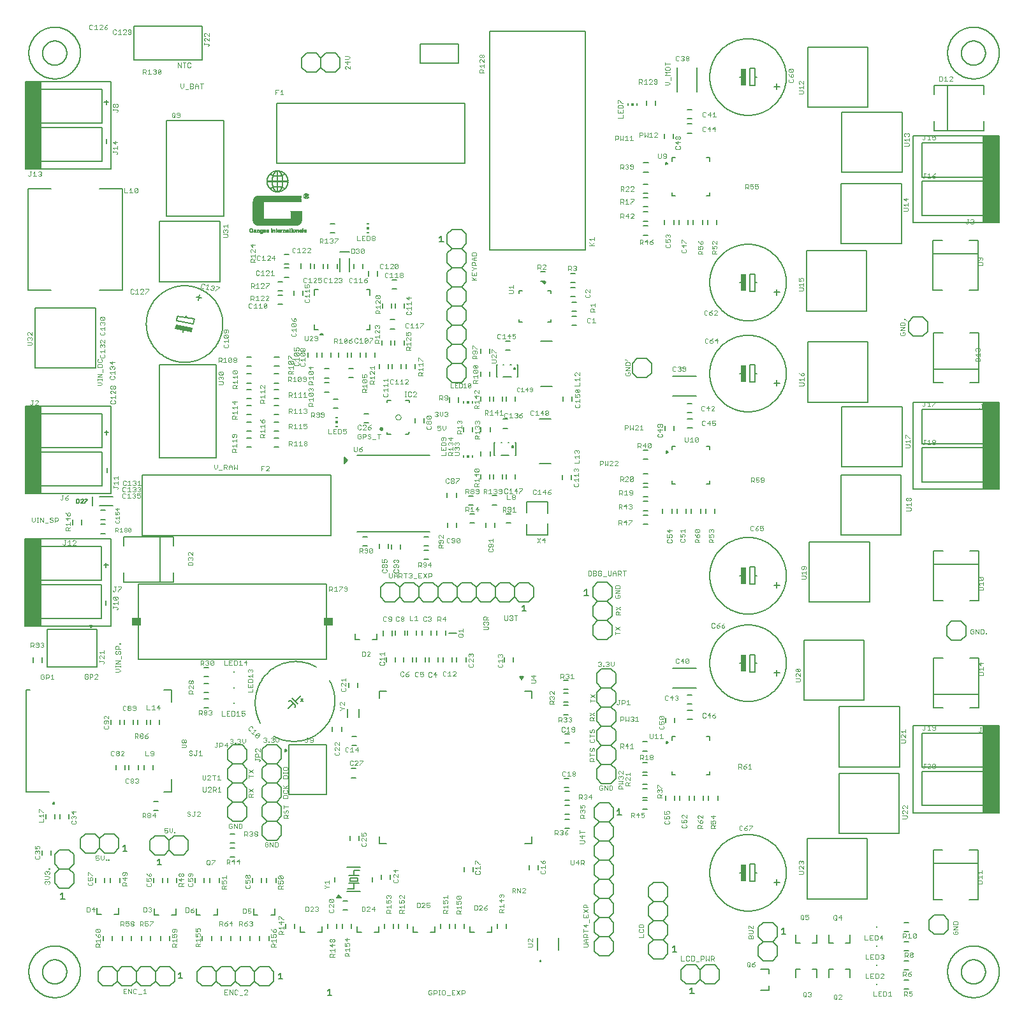
<source format=gto>
G75*
%MOIN*%
%OFA0B0*%
%FSLAX25Y25*%
%IPPOS*%
%LPD*%
%AMOC8*
5,1,8,0,0,1.08239X$1,22.5*
%
%ADD10C,0.00800*%
%ADD11C,0.00400*%
%ADD12C,0.00600*%
%ADD13R,0.00405X0.00015*%
%ADD14R,0.00480X0.00015*%
%ADD15R,0.00585X0.00015*%
%ADD16R,0.00720X0.00015*%
%ADD17R,0.00780X0.00015*%
%ADD18R,0.00855X0.00015*%
%ADD19R,0.00915X0.00015*%
%ADD20R,0.00975X0.00015*%
%ADD21R,0.01005X0.00015*%
%ADD22R,0.01050X0.00015*%
%ADD23R,0.01095X0.00015*%
%ADD24R,0.01125X0.00015*%
%ADD25R,0.01140X0.00015*%
%ADD26R,0.01170X0.00015*%
%ADD27R,0.01200X0.00015*%
%ADD28R,0.01215X0.00015*%
%ADD29R,0.01230X0.00015*%
%ADD30R,0.01245X0.00015*%
%ADD31R,0.01275X0.00015*%
%ADD32R,0.00600X0.00015*%
%ADD33R,0.00540X0.00015*%
%ADD34R,0.00525X0.00015*%
%ADD35R,0.00495X0.00015*%
%ADD36R,0.00450X0.00015*%
%ADD37R,0.00465X0.00015*%
%ADD38R,0.00420X0.00015*%
%ADD39R,0.00390X0.00015*%
%ADD40R,0.00435X0.00015*%
%ADD41R,0.00375X0.00015*%
%ADD42R,0.00435X0.00015*%
%ADD43R,0.00375X0.00015*%
%ADD44R,0.00420X0.00015*%
%ADD45R,0.00330X0.00015*%
%ADD46R,0.00210X0.00015*%
%ADD47R,0.00120X0.00015*%
%ADD48R,0.00360X0.00015*%
%ADD49R,0.00360X0.00015*%
%ADD50R,0.00270X0.00015*%
%ADD51R,0.00195X0.00015*%
%ADD52R,0.00240X0.00015*%
%ADD53R,0.00255X0.00015*%
%ADD54R,0.00195X0.00015*%
%ADD55R,0.00225X0.00015*%
%ADD56R,0.00300X0.00015*%
%ADD57R,0.00345X0.00015*%
%ADD58R,0.00615X0.00015*%
%ADD59R,0.00030X0.00015*%
%ADD60R,0.00015X0.00015*%
%ADD61R,0.00510X0.00015*%
%ADD62R,0.00045X0.00015*%
%ADD63R,0.00045X0.00015*%
%ADD64R,0.00420X0.00015*%
%ADD65R,0.00015X0.00015*%
%ADD66R,0.00495X0.00015*%
%ADD67R,0.00720X0.00015*%
%ADD68R,0.00225X0.00015*%
%ADD69R,0.00675X0.00015*%
%ADD70R,0.00390X0.00015*%
%ADD71R,0.00570X0.00015*%
%ADD72R,0.00795X0.00015*%
%ADD73R,0.00555X0.00015*%
%ADD74R,0.00660X0.00015*%
%ADD75R,0.00735X0.00015*%
%ADD76R,0.00645X0.00015*%
%ADD77R,0.00540X0.00015*%
%ADD78R,0.00630X0.00015*%
%ADD79R,0.00900X0.00015*%
%ADD80R,0.00615X0.00015*%
%ADD81R,0.00390X0.00015*%
%ADD82R,0.00390X0.00015*%
%ADD83R,0.00735X0.00015*%
%ADD84R,0.00825X0.00015*%
%ADD85R,0.00405X0.00015*%
%ADD86R,0.00570X0.00015*%
%ADD87R,0.00600X0.00015*%
%ADD88R,0.00960X0.00015*%
%ADD89R,0.00765X0.00015*%
%ADD90R,0.00645X0.00015*%
%ADD91R,0.00765X0.00015*%
%ADD92R,0.00690X0.00015*%
%ADD93R,0.00825X0.00015*%
%ADD94R,0.00915X0.00015*%
%ADD95R,0.01110X0.00015*%
%ADD96R,0.00720X0.00015*%
%ADD97R,0.00885X0.00015*%
%ADD98R,0.00870X0.00015*%
%ADD99R,0.01170X0.00015*%
%ADD100R,0.00990X0.00015*%
%ADD101R,0.00615X0.00015*%
%ADD102R,0.00900X0.00015*%
%ADD103R,0.01230X0.00015*%
%ADD104R,0.00795X0.00015*%
%ADD105R,0.00690X0.00015*%
%ADD106R,0.00945X0.00015*%
%ADD107R,0.01035X0.00015*%
%ADD108R,0.00615X0.00015*%
%ADD109R,0.00975X0.00015*%
%ADD110R,0.01260X0.00015*%
%ADD111R,0.01065X0.00015*%
%ADD112R,0.01005X0.00015*%
%ADD113R,0.01335X0.00015*%
%ADD114R,0.00750X0.00015*%
%ADD115R,0.01245X0.00015*%
%ADD116R,0.01035X0.00015*%
%ADD117R,0.01365X0.00015*%
%ADD118R,0.01065X0.00015*%
%ADD119R,0.01425X0.00015*%
%ADD120R,0.00810X0.00015*%
%ADD121R,0.01455X0.00015*%
%ADD122R,0.01260X0.00015*%
%ADD123R,0.00840X0.00015*%
%ADD124R,0.01095X0.00015*%
%ADD125R,0.01170X0.00015*%
%ADD126R,0.00630X0.00015*%
%ADD127R,0.01125X0.00015*%
%ADD128R,0.01080X0.00015*%
%ADD129R,0.01500X0.00015*%
%ADD130R,0.01155X0.00015*%
%ADD131R,0.01530X0.00015*%
%ADD132R,0.01275X0.00015*%
%ADD133R,0.01185X0.00015*%
%ADD134R,0.01575X0.00015*%
%ADD135R,0.01290X0.00015*%
%ADD136R,0.01605X0.00015*%
%ADD137R,0.00465X0.00015*%
%ADD138R,0.01305X0.00015*%
%ADD139R,0.00570X0.00015*%
%ADD140R,0.01635X0.00015*%
%ADD141R,0.00540X0.00015*%
%ADD142R,0.01305X0.00015*%
%ADD143R,0.00495X0.00015*%
%ADD144R,0.00480X0.00015*%
%ADD145R,0.00645X0.00015*%
%ADD146R,0.00645X0.00015*%
%ADD147R,0.01245X0.00015*%
%ADD148R,0.01650X0.00015*%
%ADD149R,0.01320X0.00015*%
%ADD150R,0.00090X0.00015*%
%ADD151R,0.00465X0.00015*%
%ADD152R,0.00090X0.00015*%
%ADD153R,0.01680X0.00015*%
%ADD154R,0.00060X0.00015*%
%ADD155R,0.00585X0.00015*%
%ADD156R,0.00660X0.00015*%
%ADD157R,0.00420X0.00015*%
%ADD158R,0.00450X0.00015*%
%ADD159R,0.00345X0.00015*%
%ADD160R,0.00495X0.00015*%
%ADD161R,0.00210X0.00015*%
%ADD162R,0.00300X0.00015*%
%ADD163R,0.00150X0.00015*%
%ADD164R,0.00675X0.00015*%
%ADD165R,0.01365X0.00015*%
%ADD166R,0.00915X0.00015*%
%ADD167R,0.00570X0.00015*%
%ADD168R,0.00945X0.00015*%
%ADD169R,0.01380X0.00015*%
%ADD170R,0.00705X0.00015*%
%ADD171R,0.01020X0.00015*%
%ADD172R,0.01140X0.00015*%
%ADD173R,0.01050X0.00015*%
%ADD174R,0.01155X0.00015*%
%ADD175R,0.01095X0.00015*%
%ADD176R,0.01080X0.00015*%
%ADD177R,0.00870X0.00015*%
%ADD178R,0.01020X0.00015*%
%ADD179R,0.01020X0.00015*%
%ADD180R,0.00945X0.00015*%
%ADD181R,0.00840X0.00015*%
%ADD182R,0.01350X0.00015*%
%ADD183R,0.00795X0.00015*%
%ADD184R,0.00885X0.00015*%
%ADD185R,0.00345X0.00015*%
%ADD186R,0.00075X0.00015*%
%ADD187R,0.00180X0.00015*%
%ADD188R,0.00195X0.00015*%
%ADD189R,0.00270X0.00015*%
%ADD190R,0.00105X0.00015*%
%ADD191R,0.00270X0.00015*%
%ADD192R,0.00345X0.00015*%
%ADD193R,0.00285X0.00015*%
%ADD194R,0.01320X0.00015*%
%ADD195R,0.00870X0.00015*%
%ADD196R,0.01095X0.00015*%
%ADD197R,0.00870X0.00015*%
%ADD198R,0.01200X0.00015*%
%ADD199R,0.01170X0.00015*%
%ADD200R,0.01140X0.00015*%
%ADD201R,0.01020X0.00015*%
%ADD202R,0.00990X0.00015*%
%ADD203R,0.00840X0.00015*%
%ADD204R,0.00960X0.00015*%
%ADD205R,0.00855X0.00015*%
%ADD206R,0.01065X0.00015*%
%ADD207R,0.00930X0.00015*%
%ADD208R,0.00930X0.00015*%
%ADD209R,0.00705X0.00015*%
%ADD210R,0.00690X0.00015*%
%ADD211R,0.00795X0.00015*%
%ADD212R,0.00915X0.00015*%
%ADD213R,0.00780X0.00015*%
%ADD214R,0.00690X0.00015*%
%ADD215R,0.00840X0.00015*%
%ADD216R,0.00120X0.00015*%
%ADD217R,0.00240X0.00015*%
%ADD218R,0.00315X0.00015*%
%ADD219R,0.00330X0.00015*%
%ADD220R,0.00810X0.00015*%
%ADD221R,0.00510X0.00015*%
%ADD222R,0.00240X0.00015*%
%ADD223R,0.00315X0.00015*%
%ADD224R,0.00165X0.00015*%
%ADD225R,0.01515X0.00015*%
%ADD226R,0.01485X0.00015*%
%ADD227R,0.01455X0.00015*%
%ADD228R,0.00315X0.00015*%
%ADD229R,0.01395X0.00015*%
%ADD230R,0.00270X0.00015*%
%ADD231R,0.00195X0.00015*%
%ADD232R,0.00165X0.00015*%
%ADD233R,0.01185X0.00015*%
%ADD234R,0.00135X0.00015*%
%ADD235R,0.00150X0.00015*%
%ADD236R,0.19815X0.00015*%
%ADD237R,0.20235X0.00015*%
%ADD238R,0.20520X0.00015*%
%ADD239R,0.20715X0.00015*%
%ADD240R,0.21000X0.00015*%
%ADD241R,0.21150X0.00015*%
%ADD242R,0.21285X0.00015*%
%ADD243R,0.21420X0.00015*%
%ADD244R,0.21540X0.00015*%
%ADD245R,0.21675X0.00015*%
%ADD246R,0.21735X0.00015*%
%ADD247R,0.21870X0.00015*%
%ADD248R,0.21930X0.00015*%
%ADD249R,0.22020X0.00015*%
%ADD250R,0.22095X0.00015*%
%ADD251R,0.22170X0.00015*%
%ADD252R,0.22260X0.00015*%
%ADD253R,0.22320X0.00015*%
%ADD254R,0.22410X0.00015*%
%ADD255R,0.22470X0.00015*%
%ADD256R,0.22530X0.00015*%
%ADD257R,0.22605X0.00015*%
%ADD258R,0.22650X0.00015*%
%ADD259R,0.22725X0.00015*%
%ADD260R,0.22770X0.00015*%
%ADD261R,0.22830X0.00015*%
%ADD262R,0.22875X0.00015*%
%ADD263R,0.22935X0.00015*%
%ADD264R,0.22980X0.00015*%
%ADD265R,0.23025X0.00015*%
%ADD266R,0.23085X0.00015*%
%ADD267R,0.23115X0.00015*%
%ADD268R,0.23175X0.00015*%
%ADD269R,0.23220X0.00015*%
%ADD270R,0.23250X0.00015*%
%ADD271R,0.23295X0.00015*%
%ADD272R,0.23340X0.00015*%
%ADD273R,0.23385X0.00015*%
%ADD274R,0.23415X0.00015*%
%ADD275R,0.23460X0.00015*%
%ADD276R,0.23490X0.00015*%
%ADD277R,0.23535X0.00015*%
%ADD278R,0.23580X0.00015*%
%ADD279R,0.23610X0.00015*%
%ADD280R,0.23640X0.00015*%
%ADD281R,0.23685X0.00015*%
%ADD282R,0.23715X0.00015*%
%ADD283R,0.23760X0.00015*%
%ADD284R,0.23805X0.00015*%
%ADD285R,0.23835X0.00015*%
%ADD286R,0.23865X0.00015*%
%ADD287R,0.23895X0.00015*%
%ADD288R,0.23925X0.00015*%
%ADD289R,0.23955X0.00015*%
%ADD290R,0.24000X0.00015*%
%ADD291R,0.24045X0.00015*%
%ADD292R,0.24075X0.00015*%
%ADD293R,0.24105X0.00015*%
%ADD294R,0.24135X0.00015*%
%ADD295R,0.24165X0.00015*%
%ADD296R,0.24195X0.00015*%
%ADD297R,0.24225X0.00015*%
%ADD298R,0.24255X0.00015*%
%ADD299R,0.24285X0.00015*%
%ADD300R,0.24300X0.00015*%
%ADD301R,0.24330X0.00015*%
%ADD302R,0.24360X0.00015*%
%ADD303R,0.24390X0.00015*%
%ADD304R,0.24420X0.00015*%
%ADD305R,0.24450X0.00015*%
%ADD306R,0.24480X0.00015*%
%ADD307R,0.24510X0.00015*%
%ADD308R,0.24540X0.00015*%
%ADD309R,0.24570X0.00015*%
%ADD310R,0.24600X0.00015*%
%ADD311R,0.24630X0.00015*%
%ADD312R,0.24645X0.00015*%
%ADD313R,0.24675X0.00015*%
%ADD314R,0.24705X0.00015*%
%ADD315R,0.24720X0.00015*%
%ADD316R,0.24735X0.00015*%
%ADD317R,0.24765X0.00015*%
%ADD318R,0.24795X0.00015*%
%ADD319R,0.24825X0.00015*%
%ADD320R,0.24855X0.00015*%
%ADD321R,0.24885X0.00015*%
%ADD322R,0.24915X0.00015*%
%ADD323R,0.24915X0.00015*%
%ADD324R,0.24945X0.00015*%
%ADD325R,0.24975X0.00015*%
%ADD326R,0.25005X0.00015*%
%ADD327R,0.25005X0.00015*%
%ADD328R,0.25035X0.00015*%
%ADD329R,0.25065X0.00015*%
%ADD330R,0.25095X0.00015*%
%ADD331R,0.25095X0.00015*%
%ADD332R,0.25125X0.00015*%
%ADD333R,0.25155X0.00015*%
%ADD334R,0.25170X0.00015*%
%ADD335R,0.25185X0.00015*%
%ADD336R,0.25185X0.00015*%
%ADD337R,0.25215X0.00015*%
%ADD338R,0.25230X0.00015*%
%ADD339R,0.25245X0.00015*%
%ADD340R,0.25245X0.00015*%
%ADD341R,0.25275X0.00015*%
%ADD342R,0.25290X0.00015*%
%ADD343R,0.25305X0.00015*%
%ADD344R,0.25320X0.00015*%
%ADD345R,0.25335X0.00015*%
%ADD346R,0.25350X0.00015*%
%ADD347R,0.25380X0.00015*%
%ADD348R,0.25380X0.00015*%
%ADD349R,0.25410X0.00015*%
%ADD350R,0.25440X0.00015*%
%ADD351R,0.25440X0.00015*%
%ADD352R,0.25455X0.00015*%
%ADD353R,0.25470X0.00015*%
%ADD354R,0.25485X0.00015*%
%ADD355R,0.25485X0.00015*%
%ADD356R,0.25515X0.00015*%
%ADD357R,0.25530X0.00015*%
%ADD358R,0.25545X0.00015*%
%ADD359R,0.25560X0.00015*%
%ADD360R,0.25575X0.00015*%
%ADD361R,0.25590X0.00015*%
%ADD362R,0.25605X0.00015*%
%ADD363R,0.25620X0.00015*%
%ADD364R,0.25620X0.00015*%
%ADD365R,0.25635X0.00015*%
%ADD366R,0.25635X0.00015*%
%ADD367R,0.25650X0.00015*%
%ADD368R,0.25665X0.00015*%
%ADD369R,0.25665X0.00015*%
%ADD370R,0.25680X0.00015*%
%ADD371R,0.25695X0.00015*%
%ADD372R,0.25695X0.00015*%
%ADD373R,0.25710X0.00015*%
%ADD374R,0.25710X0.00015*%
%ADD375R,0.25725X0.00015*%
%ADD376R,0.25740X0.00015*%
%ADD377R,0.25740X0.00015*%
%ADD378R,0.25755X0.00015*%
%ADD379R,0.25770X0.00015*%
%ADD380R,0.25770X0.00015*%
%ADD381R,0.25785X0.00015*%
%ADD382R,0.25785X0.00015*%
%ADD383R,0.09870X0.00015*%
%ADD384R,0.05985X0.00015*%
%ADD385R,0.05820X0.00015*%
%ADD386R,0.05970X0.00015*%
%ADD387R,0.05805X0.00015*%
%ADD388R,0.05970X0.00015*%
%ADD389R,0.05805X0.00015*%
%ADD390R,0.05985X0.00015*%
%ADD391R,0.05955X0.00015*%
%ADD392R,0.05955X0.00015*%
%ADD393R,0.05940X0.00015*%
%ADD394R,0.05940X0.00015*%
%ADD395R,0.05820X0.00015*%
%ADD396R,0.05790X0.00015*%
%ADD397R,0.05790X0.00015*%
%ADD398R,0.05850X0.00015*%
%ADD399R,0.25305X0.00015*%
%ADD400R,0.25290X0.00015*%
%ADD401R,0.25290X0.00015*%
%ADD402R,0.25275X0.00015*%
%ADD403R,0.25260X0.00015*%
%ADD404R,0.25260X0.00015*%
%ADD405R,0.25230X0.00015*%
%ADD406R,0.25215X0.00015*%
%ADD407R,0.25215X0.00015*%
%ADD408R,0.25200X0.00015*%
%ADD409R,0.25155X0.00015*%
%ADD410R,0.25140X0.00015*%
%ADD411R,0.25125X0.00015*%
%ADD412R,0.25110X0.00015*%
%ADD413R,0.25080X0.00015*%
%ADD414R,0.25065X0.00015*%
%ADD415R,0.25065X0.00015*%
%ADD416R,0.25050X0.00015*%
%ADD417R,0.25035X0.00015*%
%ADD418R,0.25020X0.00015*%
%ADD419R,0.24990X0.00015*%
%ADD420R,0.24990X0.00015*%
%ADD421R,0.24960X0.00015*%
%ADD422R,0.24960X0.00015*%
%ADD423R,0.24930X0.00015*%
%ADD424R,0.24915X0.00015*%
%ADD425R,0.24915X0.00015*%
%ADD426R,0.24900X0.00015*%
%ADD427R,0.01410X0.00015*%
%ADD428R,0.01440X0.00015*%
%ADD429R,0.24870X0.00015*%
%ADD430R,0.01500X0.00015*%
%ADD431R,0.24870X0.00015*%
%ADD432R,0.01560X0.00015*%
%ADD433R,0.01590X0.00015*%
%ADD434R,0.24840X0.00015*%
%ADD435R,0.24810X0.00015*%
%ADD436R,0.24780X0.00015*%
%ADD437R,0.24780X0.00015*%
%ADD438R,0.24765X0.00015*%
%ADD439R,0.24750X0.00015*%
%ADD440R,0.24720X0.00015*%
%ADD441R,0.24690X0.00015*%
%ADD442R,0.24660X0.00015*%
%ADD443R,0.24660X0.00015*%
%ADD444R,0.24615X0.00015*%
%ADD445R,0.24600X0.00015*%
%ADD446R,0.24585X0.00015*%
%ADD447R,0.24555X0.00015*%
%ADD448R,0.24540X0.00015*%
%ADD449R,0.24525X0.00015*%
%ADD450R,0.24510X0.00015*%
%ADD451R,0.24495X0.00015*%
%ADD452R,0.24480X0.00015*%
%ADD453R,0.24465X0.00015*%
%ADD454R,0.24435X0.00015*%
%ADD455R,0.00465X0.00015*%
%ADD456R,0.24405X0.00015*%
%ADD457R,0.24390X0.00015*%
%ADD458R,0.24375X0.00015*%
%ADD459R,0.24345X0.00015*%
%ADD460R,0.24330X0.00015*%
%ADD461R,0.24315X0.00015*%
%ADD462R,0.24270X0.00015*%
%ADD463R,0.24240X0.00015*%
%ADD464R,0.24210X0.00015*%
%ADD465R,0.24195X0.00015*%
%ADD466R,0.24180X0.00015*%
%ADD467R,0.24165X0.00015*%
%ADD468R,0.24120X0.00015*%
%ADD469R,0.24090X0.00015*%
%ADD470R,0.00285X0.00015*%
%ADD471R,0.24060X0.00015*%
%ADD472R,0.24045X0.00015*%
%ADD473R,0.24015X0.00015*%
%ADD474R,0.23970X0.00015*%
%ADD475R,0.23940X0.00015*%
%ADD476R,0.23895X0.00015*%
%ADD477R,0.23880X0.00015*%
%ADD478R,0.23850X0.00015*%
%ADD479R,0.23820X0.00015*%
%ADD480R,0.23745X0.00015*%
%ADD481R,0.23715X0.00015*%
%ADD482R,0.23685X0.00015*%
%ADD483R,0.23655X0.00015*%
%ADD484R,0.23550X0.00015*%
%ADD485R,0.23520X0.00015*%
%ADD486R,0.23475X0.00015*%
%ADD487R,0.23445X0.00015*%
%ADD488R,0.23415X0.00015*%
%ADD489R,0.23370X0.00015*%
%ADD490R,0.23280X0.00015*%
%ADD491R,0.23130X0.00015*%
%ADD492R,0.23070X0.00015*%
%ADD493R,0.22995X0.00015*%
%ADD494R,0.22815X0.00015*%
%ADD495R,0.22725X0.00015*%
%ADD496R,0.22455X0.00015*%
%ADD497R,0.00525X0.00015*%
%ADD498R,0.00750X0.00015*%
%ADD499R,0.01440X0.00015*%
%ADD500R,0.00720X0.00015*%
%ADD501R,0.01785X0.00015*%
%ADD502R,0.01950X0.00015*%
%ADD503R,0.02145X0.00015*%
%ADD504R,0.02265X0.00015*%
%ADD505R,0.02370X0.00015*%
%ADD506R,0.02535X0.00015*%
%ADD507R,0.02640X0.00015*%
%ADD508R,0.02850X0.00015*%
%ADD509R,0.02940X0.00015*%
%ADD510R,0.03090X0.00015*%
%ADD511R,0.03165X0.00015*%
%ADD512R,0.03270X0.00015*%
%ADD513R,0.03360X0.00015*%
%ADD514R,0.03450X0.00015*%
%ADD515R,0.03570X0.00015*%
%ADD516R,0.03630X0.00015*%
%ADD517R,0.03720X0.00015*%
%ADD518R,0.03810X0.00015*%
%ADD519R,0.03870X0.00015*%
%ADD520R,0.03975X0.00015*%
%ADD521R,0.04020X0.00015*%
%ADD522R,0.04140X0.00015*%
%ADD523R,0.04185X0.00015*%
%ADD524R,0.04275X0.00015*%
%ADD525R,0.01905X0.00015*%
%ADD526R,0.01890X0.00015*%
%ADD527R,0.01845X0.00015*%
%ADD528R,0.01905X0.00015*%
%ADD529R,0.01845X0.00015*%
%ADD530R,0.01815X0.00015*%
%ADD531R,0.01875X0.00015*%
%ADD532R,0.01830X0.00015*%
%ADD533R,0.01860X0.00015*%
%ADD534R,0.01845X0.00015*%
%ADD535R,0.01860X0.00015*%
%ADD536R,0.01815X0.00015*%
%ADD537R,0.00540X0.00015*%
%ADD538R,0.00765X0.00015*%
%ADD539R,0.00555X0.00015*%
%ADD540R,0.01350X0.00015*%
%ADD541R,0.01395X0.00015*%
%ADD542R,0.01440X0.00015*%
%ADD543R,0.01365X0.00015*%
%ADD544R,0.01335X0.00015*%
%ADD545R,0.01215X0.00015*%
%ADD546R,0.01215X0.00015*%
%ADD547R,0.01110X0.00015*%
%ADD548R,0.01395X0.00015*%
%ADD549R,0.01470X0.00015*%
%ADD550R,0.01470X0.00015*%
%ADD551R,0.01770X0.00015*%
%ADD552R,0.01695X0.00015*%
%ADD553R,0.02025X0.00015*%
%ADD554R,0.01875X0.00015*%
%ADD555R,0.02175X0.00015*%
%ADD556R,0.02070X0.00015*%
%ADD557R,0.02280X0.00015*%
%ADD558R,0.02295X0.00015*%
%ADD559R,0.05085X0.00015*%
%ADD560R,0.05100X0.00015*%
%ADD561R,0.05115X0.00015*%
%ADD562R,0.05115X0.00015*%
%ADD563R,0.04635X0.00015*%
%ADD564R,0.04080X0.00015*%
%ADD565R,0.03945X0.00015*%
%ADD566R,0.03855X0.00015*%
%ADD567R,0.03705X0.00015*%
%ADD568R,0.03600X0.00015*%
%ADD569R,0.03480X0.00015*%
%ADD570R,0.03315X0.00015*%
%ADD571R,0.03210X0.00015*%
%ADD572R,0.03000X0.00015*%
%ADD573R,0.02895X0.00015*%
%ADD574R,0.02670X0.00015*%
%ADD575R,0.02340X0.00015*%
%ADD576R,0.02160X0.00015*%
%ADD577R,0.02025X0.00015*%
%ADD578R,0.02730X0.00015*%
%ADD579R,0.11310X0.00015*%
%ADD580R,0.11310X0.00015*%
%ADD581R,0.11325X0.00015*%
%ADD582R,0.11325X0.00015*%
%ADD583R,0.05910X0.00015*%
%ADD584R,0.02625X0.00015*%
%ADD585R,0.05880X0.00015*%
%ADD586R,0.01515X0.00015*%
%ADD587R,0.01755X0.00015*%
%ADD588R,0.01950X0.00015*%
%ADD589R,0.02490X0.00015*%
%ADD590R,0.02625X0.00015*%
%ADD591R,0.02760X0.00015*%
%ADD592R,0.02940X0.00015*%
%ADD593R,0.03015X0.00015*%
%ADD594R,0.03195X0.00015*%
%ADD595R,0.03420X0.00015*%
%ADD596R,0.03510X0.00015*%
%ADD597R,0.03750X0.00015*%
%ADD598R,0.03825X0.00015*%
%ADD599R,0.03945X0.00015*%
%ADD600R,0.04035X0.00015*%
%ADD601R,0.04125X0.00015*%
%ADD602R,0.05100X0.00015*%
%ADD603R,0.02205X0.00015*%
%ADD604R,0.02010X0.00015*%
%ADD605R,0.01770X0.00015*%
%ADD606R,0.01830X0.00015*%
%ADD607R,0.01695X0.00015*%
%ADD608R,0.01740X0.00015*%
%ADD609R,0.01470X0.00015*%
%ADD610R,0.01395X0.00015*%
%ADD611R,0.01380X0.00015*%
%ADD612R,0.00990X0.00015*%
%ADD613R,0.00765X0.00015*%
%ADD614R,0.00945X0.00015*%
%ADD615R,0.01845X0.00015*%
%ADD616R,0.04290X0.00015*%
%ADD617R,0.04200X0.00015*%
%ADD618R,0.04140X0.00015*%
%ADD619R,0.04035X0.00015*%
%ADD620R,0.03990X0.00015*%
%ADD621R,0.03855X0.00015*%
%ADD622R,0.03795X0.00015*%
%ADD623R,0.03660X0.00015*%
%ADD624R,0.03585X0.00015*%
%ADD625R,0.03285X0.00015*%
%ADD626R,0.03150X0.00015*%
%ADD627R,0.03060X0.00015*%
%ADD628R,0.02955X0.00015*%
%ADD629R,0.02820X0.00015*%
%ADD630R,0.02580X0.00015*%
%ADD631R,0.02490X0.00015*%
%ADD632R,0.02040X0.00015*%
%ADD633C,0.00500*%
%ADD634R,0.00787X0.00787*%
%ADD635R,0.01181X0.00591*%
%ADD636R,0.01181X0.01181*%
%ADD637R,0.00591X0.01181*%
%ADD638R,0.02500X0.09000*%
%ADD639C,0.00300*%
%ADD640C,0.00197*%
%ADD641C,0.00787*%
%ADD642C,0.00984*%
%ADD643R,0.04980X0.03937*%
D10*
X0053049Y0032996D02*
X0053051Y0033154D01*
X0053057Y0033312D01*
X0053067Y0033470D01*
X0053081Y0033628D01*
X0053099Y0033785D01*
X0053120Y0033942D01*
X0053146Y0034098D01*
X0053176Y0034254D01*
X0053209Y0034409D01*
X0053247Y0034562D01*
X0053288Y0034715D01*
X0053333Y0034867D01*
X0053382Y0035018D01*
X0053435Y0035167D01*
X0053491Y0035315D01*
X0053551Y0035461D01*
X0053615Y0035606D01*
X0053683Y0035749D01*
X0053754Y0035891D01*
X0053828Y0036031D01*
X0053906Y0036168D01*
X0053988Y0036304D01*
X0054072Y0036438D01*
X0054161Y0036569D01*
X0054252Y0036698D01*
X0054347Y0036825D01*
X0054444Y0036950D01*
X0054545Y0037072D01*
X0054649Y0037191D01*
X0054756Y0037308D01*
X0054866Y0037422D01*
X0054979Y0037533D01*
X0055094Y0037642D01*
X0055212Y0037747D01*
X0055333Y0037849D01*
X0055456Y0037949D01*
X0055582Y0038045D01*
X0055710Y0038138D01*
X0055840Y0038228D01*
X0055973Y0038314D01*
X0056108Y0038398D01*
X0056244Y0038477D01*
X0056383Y0038554D01*
X0056524Y0038626D01*
X0056666Y0038696D01*
X0056810Y0038761D01*
X0056956Y0038823D01*
X0057103Y0038881D01*
X0057252Y0038936D01*
X0057402Y0038987D01*
X0057553Y0039034D01*
X0057705Y0039077D01*
X0057858Y0039116D01*
X0058013Y0039152D01*
X0058168Y0039183D01*
X0058324Y0039211D01*
X0058480Y0039235D01*
X0058637Y0039255D01*
X0058795Y0039271D01*
X0058952Y0039283D01*
X0059111Y0039291D01*
X0059269Y0039295D01*
X0059427Y0039295D01*
X0059585Y0039291D01*
X0059744Y0039283D01*
X0059901Y0039271D01*
X0060059Y0039255D01*
X0060216Y0039235D01*
X0060372Y0039211D01*
X0060528Y0039183D01*
X0060683Y0039152D01*
X0060838Y0039116D01*
X0060991Y0039077D01*
X0061143Y0039034D01*
X0061294Y0038987D01*
X0061444Y0038936D01*
X0061593Y0038881D01*
X0061740Y0038823D01*
X0061886Y0038761D01*
X0062030Y0038696D01*
X0062172Y0038626D01*
X0062313Y0038554D01*
X0062452Y0038477D01*
X0062588Y0038398D01*
X0062723Y0038314D01*
X0062856Y0038228D01*
X0062986Y0038138D01*
X0063114Y0038045D01*
X0063240Y0037949D01*
X0063363Y0037849D01*
X0063484Y0037747D01*
X0063602Y0037642D01*
X0063717Y0037533D01*
X0063830Y0037422D01*
X0063940Y0037308D01*
X0064047Y0037191D01*
X0064151Y0037072D01*
X0064252Y0036950D01*
X0064349Y0036825D01*
X0064444Y0036698D01*
X0064535Y0036569D01*
X0064624Y0036438D01*
X0064708Y0036304D01*
X0064790Y0036168D01*
X0064868Y0036031D01*
X0064942Y0035891D01*
X0065013Y0035749D01*
X0065081Y0035606D01*
X0065145Y0035461D01*
X0065205Y0035315D01*
X0065261Y0035167D01*
X0065314Y0035018D01*
X0065363Y0034867D01*
X0065408Y0034715D01*
X0065449Y0034562D01*
X0065487Y0034409D01*
X0065520Y0034254D01*
X0065550Y0034098D01*
X0065576Y0033942D01*
X0065597Y0033785D01*
X0065615Y0033628D01*
X0065629Y0033470D01*
X0065639Y0033312D01*
X0065645Y0033154D01*
X0065647Y0032996D01*
X0065645Y0032838D01*
X0065639Y0032680D01*
X0065629Y0032522D01*
X0065615Y0032364D01*
X0065597Y0032207D01*
X0065576Y0032050D01*
X0065550Y0031894D01*
X0065520Y0031738D01*
X0065487Y0031583D01*
X0065449Y0031430D01*
X0065408Y0031277D01*
X0065363Y0031125D01*
X0065314Y0030974D01*
X0065261Y0030825D01*
X0065205Y0030677D01*
X0065145Y0030531D01*
X0065081Y0030386D01*
X0065013Y0030243D01*
X0064942Y0030101D01*
X0064868Y0029961D01*
X0064790Y0029824D01*
X0064708Y0029688D01*
X0064624Y0029554D01*
X0064535Y0029423D01*
X0064444Y0029294D01*
X0064349Y0029167D01*
X0064252Y0029042D01*
X0064151Y0028920D01*
X0064047Y0028801D01*
X0063940Y0028684D01*
X0063830Y0028570D01*
X0063717Y0028459D01*
X0063602Y0028350D01*
X0063484Y0028245D01*
X0063363Y0028143D01*
X0063240Y0028043D01*
X0063114Y0027947D01*
X0062986Y0027854D01*
X0062856Y0027764D01*
X0062723Y0027678D01*
X0062588Y0027594D01*
X0062452Y0027515D01*
X0062313Y0027438D01*
X0062172Y0027366D01*
X0062030Y0027296D01*
X0061886Y0027231D01*
X0061740Y0027169D01*
X0061593Y0027111D01*
X0061444Y0027056D01*
X0061294Y0027005D01*
X0061143Y0026958D01*
X0060991Y0026915D01*
X0060838Y0026876D01*
X0060683Y0026840D01*
X0060528Y0026809D01*
X0060372Y0026781D01*
X0060216Y0026757D01*
X0060059Y0026737D01*
X0059901Y0026721D01*
X0059744Y0026709D01*
X0059585Y0026701D01*
X0059427Y0026697D01*
X0059269Y0026697D01*
X0059111Y0026701D01*
X0058952Y0026709D01*
X0058795Y0026721D01*
X0058637Y0026737D01*
X0058480Y0026757D01*
X0058324Y0026781D01*
X0058168Y0026809D01*
X0058013Y0026840D01*
X0057858Y0026876D01*
X0057705Y0026915D01*
X0057553Y0026958D01*
X0057402Y0027005D01*
X0057252Y0027056D01*
X0057103Y0027111D01*
X0056956Y0027169D01*
X0056810Y0027231D01*
X0056666Y0027296D01*
X0056524Y0027366D01*
X0056383Y0027438D01*
X0056244Y0027515D01*
X0056108Y0027594D01*
X0055973Y0027678D01*
X0055840Y0027764D01*
X0055710Y0027854D01*
X0055582Y0027947D01*
X0055456Y0028043D01*
X0055333Y0028143D01*
X0055212Y0028245D01*
X0055094Y0028350D01*
X0054979Y0028459D01*
X0054866Y0028570D01*
X0054756Y0028684D01*
X0054649Y0028801D01*
X0054545Y0028920D01*
X0054444Y0029042D01*
X0054347Y0029167D01*
X0054252Y0029294D01*
X0054161Y0029423D01*
X0054072Y0029554D01*
X0053988Y0029688D01*
X0053906Y0029824D01*
X0053828Y0029961D01*
X0053754Y0030101D01*
X0053683Y0030243D01*
X0053615Y0030386D01*
X0053551Y0030531D01*
X0053491Y0030677D01*
X0053435Y0030825D01*
X0053382Y0030974D01*
X0053333Y0031125D01*
X0053288Y0031277D01*
X0053247Y0031430D01*
X0053209Y0031583D01*
X0053176Y0031738D01*
X0053146Y0031894D01*
X0053120Y0032050D01*
X0053099Y0032207D01*
X0053081Y0032364D01*
X0053067Y0032522D01*
X0053057Y0032680D01*
X0053051Y0032838D01*
X0053049Y0032996D01*
X0062517Y0071148D02*
X0064652Y0071148D01*
X0063584Y0071148D02*
X0063584Y0074351D01*
X0062517Y0073283D01*
X0095100Y0096148D02*
X0097235Y0096148D01*
X0096168Y0096148D02*
X0096168Y0099351D01*
X0095100Y0098283D01*
X0113000Y0091083D02*
X0114068Y0092151D01*
X0114068Y0088948D01*
X0115135Y0088948D02*
X0113000Y0088948D01*
X0125068Y0032751D02*
X0125068Y0029548D01*
X0126135Y0029548D02*
X0124000Y0029548D01*
X0124000Y0031683D02*
X0125068Y0032751D01*
X0176300Y0031383D02*
X0177368Y0032451D01*
X0177368Y0029248D01*
X0178435Y0029248D02*
X0176300Y0029248D01*
X0202100Y0022883D02*
X0203168Y0023951D01*
X0203168Y0020748D01*
X0204235Y0020748D02*
X0202100Y0020748D01*
X0353500Y0115048D02*
X0355635Y0115048D01*
X0354568Y0115048D02*
X0354568Y0118251D01*
X0353500Y0117183D01*
X0382311Y0181352D02*
X0394909Y0181352D01*
X0394909Y0191588D02*
X0382311Y0191588D01*
X0338335Y0229748D02*
X0336200Y0229748D01*
X0337268Y0229748D02*
X0337268Y0232951D01*
X0336200Y0231883D01*
X0305735Y0221648D02*
X0303600Y0221648D01*
X0304668Y0221648D02*
X0304668Y0224851D01*
X0303600Y0223783D01*
X0306088Y0261387D02*
X0306088Y0266898D01*
X0306088Y0261387D02*
X0317112Y0261387D01*
X0317112Y0267292D01*
X0317112Y0272804D02*
X0317112Y0278709D01*
X0306088Y0278709D01*
X0306088Y0273198D01*
X0382311Y0333978D02*
X0394909Y0333978D01*
X0394909Y0344214D02*
X0382311Y0344214D01*
X0262652Y0414648D02*
X0260517Y0414648D01*
X0261584Y0414648D02*
X0261584Y0417851D01*
X0260517Y0416783D01*
X0213372Y0409417D02*
X0208450Y0409417D01*
X0208450Y0405991D02*
X0208450Y0398905D01*
X0213372Y0398905D02*
X0213372Y0405991D01*
X0089743Y0281509D02*
X0082657Y0281509D01*
X0079231Y0281509D02*
X0079231Y0276587D01*
X0082657Y0276587D02*
X0089743Y0276587D01*
X0053049Y0513311D02*
X0053051Y0513469D01*
X0053057Y0513627D01*
X0053067Y0513785D01*
X0053081Y0513943D01*
X0053099Y0514100D01*
X0053120Y0514257D01*
X0053146Y0514413D01*
X0053176Y0514569D01*
X0053209Y0514724D01*
X0053247Y0514877D01*
X0053288Y0515030D01*
X0053333Y0515182D01*
X0053382Y0515333D01*
X0053435Y0515482D01*
X0053491Y0515630D01*
X0053551Y0515776D01*
X0053615Y0515921D01*
X0053683Y0516064D01*
X0053754Y0516206D01*
X0053828Y0516346D01*
X0053906Y0516483D01*
X0053988Y0516619D01*
X0054072Y0516753D01*
X0054161Y0516884D01*
X0054252Y0517013D01*
X0054347Y0517140D01*
X0054444Y0517265D01*
X0054545Y0517387D01*
X0054649Y0517506D01*
X0054756Y0517623D01*
X0054866Y0517737D01*
X0054979Y0517848D01*
X0055094Y0517957D01*
X0055212Y0518062D01*
X0055333Y0518164D01*
X0055456Y0518264D01*
X0055582Y0518360D01*
X0055710Y0518453D01*
X0055840Y0518543D01*
X0055973Y0518629D01*
X0056108Y0518713D01*
X0056244Y0518792D01*
X0056383Y0518869D01*
X0056524Y0518941D01*
X0056666Y0519011D01*
X0056810Y0519076D01*
X0056956Y0519138D01*
X0057103Y0519196D01*
X0057252Y0519251D01*
X0057402Y0519302D01*
X0057553Y0519349D01*
X0057705Y0519392D01*
X0057858Y0519431D01*
X0058013Y0519467D01*
X0058168Y0519498D01*
X0058324Y0519526D01*
X0058480Y0519550D01*
X0058637Y0519570D01*
X0058795Y0519586D01*
X0058952Y0519598D01*
X0059111Y0519606D01*
X0059269Y0519610D01*
X0059427Y0519610D01*
X0059585Y0519606D01*
X0059744Y0519598D01*
X0059901Y0519586D01*
X0060059Y0519570D01*
X0060216Y0519550D01*
X0060372Y0519526D01*
X0060528Y0519498D01*
X0060683Y0519467D01*
X0060838Y0519431D01*
X0060991Y0519392D01*
X0061143Y0519349D01*
X0061294Y0519302D01*
X0061444Y0519251D01*
X0061593Y0519196D01*
X0061740Y0519138D01*
X0061886Y0519076D01*
X0062030Y0519011D01*
X0062172Y0518941D01*
X0062313Y0518869D01*
X0062452Y0518792D01*
X0062588Y0518713D01*
X0062723Y0518629D01*
X0062856Y0518543D01*
X0062986Y0518453D01*
X0063114Y0518360D01*
X0063240Y0518264D01*
X0063363Y0518164D01*
X0063484Y0518062D01*
X0063602Y0517957D01*
X0063717Y0517848D01*
X0063830Y0517737D01*
X0063940Y0517623D01*
X0064047Y0517506D01*
X0064151Y0517387D01*
X0064252Y0517265D01*
X0064349Y0517140D01*
X0064444Y0517013D01*
X0064535Y0516884D01*
X0064624Y0516753D01*
X0064708Y0516619D01*
X0064790Y0516483D01*
X0064868Y0516346D01*
X0064942Y0516206D01*
X0065013Y0516064D01*
X0065081Y0515921D01*
X0065145Y0515776D01*
X0065205Y0515630D01*
X0065261Y0515482D01*
X0065314Y0515333D01*
X0065363Y0515182D01*
X0065408Y0515030D01*
X0065449Y0514877D01*
X0065487Y0514724D01*
X0065520Y0514569D01*
X0065550Y0514413D01*
X0065576Y0514257D01*
X0065597Y0514100D01*
X0065615Y0513943D01*
X0065629Y0513785D01*
X0065639Y0513627D01*
X0065645Y0513469D01*
X0065647Y0513311D01*
X0065645Y0513153D01*
X0065639Y0512995D01*
X0065629Y0512837D01*
X0065615Y0512679D01*
X0065597Y0512522D01*
X0065576Y0512365D01*
X0065550Y0512209D01*
X0065520Y0512053D01*
X0065487Y0511898D01*
X0065449Y0511745D01*
X0065408Y0511592D01*
X0065363Y0511440D01*
X0065314Y0511289D01*
X0065261Y0511140D01*
X0065205Y0510992D01*
X0065145Y0510846D01*
X0065081Y0510701D01*
X0065013Y0510558D01*
X0064942Y0510416D01*
X0064868Y0510276D01*
X0064790Y0510139D01*
X0064708Y0510003D01*
X0064624Y0509869D01*
X0064535Y0509738D01*
X0064444Y0509609D01*
X0064349Y0509482D01*
X0064252Y0509357D01*
X0064151Y0509235D01*
X0064047Y0509116D01*
X0063940Y0508999D01*
X0063830Y0508885D01*
X0063717Y0508774D01*
X0063602Y0508665D01*
X0063484Y0508560D01*
X0063363Y0508458D01*
X0063240Y0508358D01*
X0063114Y0508262D01*
X0062986Y0508169D01*
X0062856Y0508079D01*
X0062723Y0507993D01*
X0062588Y0507909D01*
X0062452Y0507830D01*
X0062313Y0507753D01*
X0062172Y0507681D01*
X0062030Y0507611D01*
X0061886Y0507546D01*
X0061740Y0507484D01*
X0061593Y0507426D01*
X0061444Y0507371D01*
X0061294Y0507320D01*
X0061143Y0507273D01*
X0060991Y0507230D01*
X0060838Y0507191D01*
X0060683Y0507155D01*
X0060528Y0507124D01*
X0060372Y0507096D01*
X0060216Y0507072D01*
X0060059Y0507052D01*
X0059901Y0507036D01*
X0059744Y0507024D01*
X0059585Y0507016D01*
X0059427Y0507012D01*
X0059269Y0507012D01*
X0059111Y0507016D01*
X0058952Y0507024D01*
X0058795Y0507036D01*
X0058637Y0507052D01*
X0058480Y0507072D01*
X0058324Y0507096D01*
X0058168Y0507124D01*
X0058013Y0507155D01*
X0057858Y0507191D01*
X0057705Y0507230D01*
X0057553Y0507273D01*
X0057402Y0507320D01*
X0057252Y0507371D01*
X0057103Y0507426D01*
X0056956Y0507484D01*
X0056810Y0507546D01*
X0056666Y0507611D01*
X0056524Y0507681D01*
X0056383Y0507753D01*
X0056244Y0507830D01*
X0056108Y0507909D01*
X0055973Y0507993D01*
X0055840Y0508079D01*
X0055710Y0508169D01*
X0055582Y0508262D01*
X0055456Y0508358D01*
X0055333Y0508458D01*
X0055212Y0508560D01*
X0055094Y0508665D01*
X0054979Y0508774D01*
X0054866Y0508885D01*
X0054756Y0508999D01*
X0054649Y0509116D01*
X0054545Y0509235D01*
X0054444Y0509357D01*
X0054347Y0509482D01*
X0054252Y0509609D01*
X0054161Y0509738D01*
X0054072Y0509869D01*
X0053988Y0510003D01*
X0053906Y0510139D01*
X0053828Y0510276D01*
X0053754Y0510416D01*
X0053683Y0510558D01*
X0053615Y0510701D01*
X0053551Y0510846D01*
X0053491Y0510992D01*
X0053435Y0511140D01*
X0053382Y0511289D01*
X0053333Y0511440D01*
X0053288Y0511592D01*
X0053247Y0511745D01*
X0053209Y0511898D01*
X0053176Y0512053D01*
X0053146Y0512209D01*
X0053120Y0512365D01*
X0053099Y0512522D01*
X0053081Y0512679D01*
X0053067Y0512837D01*
X0053057Y0512995D01*
X0053051Y0513153D01*
X0053049Y0513311D01*
X0384692Y0505647D02*
X0384692Y0493049D01*
X0394928Y0493049D02*
X0394928Y0505647D01*
X0533364Y0513311D02*
X0533366Y0513469D01*
X0533372Y0513627D01*
X0533382Y0513785D01*
X0533396Y0513943D01*
X0533414Y0514100D01*
X0533435Y0514257D01*
X0533461Y0514413D01*
X0533491Y0514569D01*
X0533524Y0514724D01*
X0533562Y0514877D01*
X0533603Y0515030D01*
X0533648Y0515182D01*
X0533697Y0515333D01*
X0533750Y0515482D01*
X0533806Y0515630D01*
X0533866Y0515776D01*
X0533930Y0515921D01*
X0533998Y0516064D01*
X0534069Y0516206D01*
X0534143Y0516346D01*
X0534221Y0516483D01*
X0534303Y0516619D01*
X0534387Y0516753D01*
X0534476Y0516884D01*
X0534567Y0517013D01*
X0534662Y0517140D01*
X0534759Y0517265D01*
X0534860Y0517387D01*
X0534964Y0517506D01*
X0535071Y0517623D01*
X0535181Y0517737D01*
X0535294Y0517848D01*
X0535409Y0517957D01*
X0535527Y0518062D01*
X0535648Y0518164D01*
X0535771Y0518264D01*
X0535897Y0518360D01*
X0536025Y0518453D01*
X0536155Y0518543D01*
X0536288Y0518629D01*
X0536423Y0518713D01*
X0536559Y0518792D01*
X0536698Y0518869D01*
X0536839Y0518941D01*
X0536981Y0519011D01*
X0537125Y0519076D01*
X0537271Y0519138D01*
X0537418Y0519196D01*
X0537567Y0519251D01*
X0537717Y0519302D01*
X0537868Y0519349D01*
X0538020Y0519392D01*
X0538173Y0519431D01*
X0538328Y0519467D01*
X0538483Y0519498D01*
X0538639Y0519526D01*
X0538795Y0519550D01*
X0538952Y0519570D01*
X0539110Y0519586D01*
X0539267Y0519598D01*
X0539426Y0519606D01*
X0539584Y0519610D01*
X0539742Y0519610D01*
X0539900Y0519606D01*
X0540059Y0519598D01*
X0540216Y0519586D01*
X0540374Y0519570D01*
X0540531Y0519550D01*
X0540687Y0519526D01*
X0540843Y0519498D01*
X0540998Y0519467D01*
X0541153Y0519431D01*
X0541306Y0519392D01*
X0541458Y0519349D01*
X0541609Y0519302D01*
X0541759Y0519251D01*
X0541908Y0519196D01*
X0542055Y0519138D01*
X0542201Y0519076D01*
X0542345Y0519011D01*
X0542487Y0518941D01*
X0542628Y0518869D01*
X0542767Y0518792D01*
X0542903Y0518713D01*
X0543038Y0518629D01*
X0543171Y0518543D01*
X0543301Y0518453D01*
X0543429Y0518360D01*
X0543555Y0518264D01*
X0543678Y0518164D01*
X0543799Y0518062D01*
X0543917Y0517957D01*
X0544032Y0517848D01*
X0544145Y0517737D01*
X0544255Y0517623D01*
X0544362Y0517506D01*
X0544466Y0517387D01*
X0544567Y0517265D01*
X0544664Y0517140D01*
X0544759Y0517013D01*
X0544850Y0516884D01*
X0544939Y0516753D01*
X0545023Y0516619D01*
X0545105Y0516483D01*
X0545183Y0516346D01*
X0545257Y0516206D01*
X0545328Y0516064D01*
X0545396Y0515921D01*
X0545460Y0515776D01*
X0545520Y0515630D01*
X0545576Y0515482D01*
X0545629Y0515333D01*
X0545678Y0515182D01*
X0545723Y0515030D01*
X0545764Y0514877D01*
X0545802Y0514724D01*
X0545835Y0514569D01*
X0545865Y0514413D01*
X0545891Y0514257D01*
X0545912Y0514100D01*
X0545930Y0513943D01*
X0545944Y0513785D01*
X0545954Y0513627D01*
X0545960Y0513469D01*
X0545962Y0513311D01*
X0545960Y0513153D01*
X0545954Y0512995D01*
X0545944Y0512837D01*
X0545930Y0512679D01*
X0545912Y0512522D01*
X0545891Y0512365D01*
X0545865Y0512209D01*
X0545835Y0512053D01*
X0545802Y0511898D01*
X0545764Y0511745D01*
X0545723Y0511592D01*
X0545678Y0511440D01*
X0545629Y0511289D01*
X0545576Y0511140D01*
X0545520Y0510992D01*
X0545460Y0510846D01*
X0545396Y0510701D01*
X0545328Y0510558D01*
X0545257Y0510416D01*
X0545183Y0510276D01*
X0545105Y0510139D01*
X0545023Y0510003D01*
X0544939Y0509869D01*
X0544850Y0509738D01*
X0544759Y0509609D01*
X0544664Y0509482D01*
X0544567Y0509357D01*
X0544466Y0509235D01*
X0544362Y0509116D01*
X0544255Y0508999D01*
X0544145Y0508885D01*
X0544032Y0508774D01*
X0543917Y0508665D01*
X0543799Y0508560D01*
X0543678Y0508458D01*
X0543555Y0508358D01*
X0543429Y0508262D01*
X0543301Y0508169D01*
X0543171Y0508079D01*
X0543038Y0507993D01*
X0542903Y0507909D01*
X0542767Y0507830D01*
X0542628Y0507753D01*
X0542487Y0507681D01*
X0542345Y0507611D01*
X0542201Y0507546D01*
X0542055Y0507484D01*
X0541908Y0507426D01*
X0541759Y0507371D01*
X0541609Y0507320D01*
X0541458Y0507273D01*
X0541306Y0507230D01*
X0541153Y0507191D01*
X0540998Y0507155D01*
X0540843Y0507124D01*
X0540687Y0507096D01*
X0540531Y0507072D01*
X0540374Y0507052D01*
X0540216Y0507036D01*
X0540059Y0507024D01*
X0539900Y0507016D01*
X0539742Y0507012D01*
X0539584Y0507012D01*
X0539426Y0507016D01*
X0539267Y0507024D01*
X0539110Y0507036D01*
X0538952Y0507052D01*
X0538795Y0507072D01*
X0538639Y0507096D01*
X0538483Y0507124D01*
X0538328Y0507155D01*
X0538173Y0507191D01*
X0538020Y0507230D01*
X0537868Y0507273D01*
X0537717Y0507320D01*
X0537567Y0507371D01*
X0537418Y0507426D01*
X0537271Y0507484D01*
X0537125Y0507546D01*
X0536981Y0507611D01*
X0536839Y0507681D01*
X0536698Y0507753D01*
X0536559Y0507830D01*
X0536423Y0507909D01*
X0536288Y0507993D01*
X0536155Y0508079D01*
X0536025Y0508169D01*
X0535897Y0508262D01*
X0535771Y0508358D01*
X0535648Y0508458D01*
X0535527Y0508560D01*
X0535409Y0508665D01*
X0535294Y0508774D01*
X0535181Y0508885D01*
X0535071Y0508999D01*
X0534964Y0509116D01*
X0534860Y0509235D01*
X0534759Y0509357D01*
X0534662Y0509482D01*
X0534567Y0509609D01*
X0534476Y0509738D01*
X0534387Y0509869D01*
X0534303Y0510003D01*
X0534221Y0510139D01*
X0534143Y0510276D01*
X0534069Y0510416D01*
X0533998Y0510558D01*
X0533930Y0510701D01*
X0533866Y0510846D01*
X0533806Y0510992D01*
X0533750Y0511140D01*
X0533697Y0511289D01*
X0533648Y0511440D01*
X0533603Y0511592D01*
X0533562Y0511745D01*
X0533524Y0511898D01*
X0533491Y0512053D01*
X0533461Y0512209D01*
X0533435Y0512365D01*
X0533414Y0512522D01*
X0533396Y0512679D01*
X0533382Y0512837D01*
X0533372Y0512995D01*
X0533366Y0513153D01*
X0533364Y0513311D01*
X0440468Y0055951D02*
X0440468Y0052748D01*
X0441535Y0052748D02*
X0439400Y0052748D01*
X0439400Y0054883D02*
X0440468Y0055951D01*
X0392568Y0024751D02*
X0392568Y0021548D01*
X0393635Y0021548D02*
X0391500Y0021548D01*
X0391500Y0023683D02*
X0392568Y0024751D01*
X0384435Y0043448D02*
X0382300Y0043448D01*
X0383368Y0043448D02*
X0383368Y0046651D01*
X0382300Y0045583D01*
X0533364Y0032996D02*
X0533366Y0033154D01*
X0533372Y0033312D01*
X0533382Y0033470D01*
X0533396Y0033628D01*
X0533414Y0033785D01*
X0533435Y0033942D01*
X0533461Y0034098D01*
X0533491Y0034254D01*
X0533524Y0034409D01*
X0533562Y0034562D01*
X0533603Y0034715D01*
X0533648Y0034867D01*
X0533697Y0035018D01*
X0533750Y0035167D01*
X0533806Y0035315D01*
X0533866Y0035461D01*
X0533930Y0035606D01*
X0533998Y0035749D01*
X0534069Y0035891D01*
X0534143Y0036031D01*
X0534221Y0036168D01*
X0534303Y0036304D01*
X0534387Y0036438D01*
X0534476Y0036569D01*
X0534567Y0036698D01*
X0534662Y0036825D01*
X0534759Y0036950D01*
X0534860Y0037072D01*
X0534964Y0037191D01*
X0535071Y0037308D01*
X0535181Y0037422D01*
X0535294Y0037533D01*
X0535409Y0037642D01*
X0535527Y0037747D01*
X0535648Y0037849D01*
X0535771Y0037949D01*
X0535897Y0038045D01*
X0536025Y0038138D01*
X0536155Y0038228D01*
X0536288Y0038314D01*
X0536423Y0038398D01*
X0536559Y0038477D01*
X0536698Y0038554D01*
X0536839Y0038626D01*
X0536981Y0038696D01*
X0537125Y0038761D01*
X0537271Y0038823D01*
X0537418Y0038881D01*
X0537567Y0038936D01*
X0537717Y0038987D01*
X0537868Y0039034D01*
X0538020Y0039077D01*
X0538173Y0039116D01*
X0538328Y0039152D01*
X0538483Y0039183D01*
X0538639Y0039211D01*
X0538795Y0039235D01*
X0538952Y0039255D01*
X0539110Y0039271D01*
X0539267Y0039283D01*
X0539426Y0039291D01*
X0539584Y0039295D01*
X0539742Y0039295D01*
X0539900Y0039291D01*
X0540059Y0039283D01*
X0540216Y0039271D01*
X0540374Y0039255D01*
X0540531Y0039235D01*
X0540687Y0039211D01*
X0540843Y0039183D01*
X0540998Y0039152D01*
X0541153Y0039116D01*
X0541306Y0039077D01*
X0541458Y0039034D01*
X0541609Y0038987D01*
X0541759Y0038936D01*
X0541908Y0038881D01*
X0542055Y0038823D01*
X0542201Y0038761D01*
X0542345Y0038696D01*
X0542487Y0038626D01*
X0542628Y0038554D01*
X0542767Y0038477D01*
X0542903Y0038398D01*
X0543038Y0038314D01*
X0543171Y0038228D01*
X0543301Y0038138D01*
X0543429Y0038045D01*
X0543555Y0037949D01*
X0543678Y0037849D01*
X0543799Y0037747D01*
X0543917Y0037642D01*
X0544032Y0037533D01*
X0544145Y0037422D01*
X0544255Y0037308D01*
X0544362Y0037191D01*
X0544466Y0037072D01*
X0544567Y0036950D01*
X0544664Y0036825D01*
X0544759Y0036698D01*
X0544850Y0036569D01*
X0544939Y0036438D01*
X0545023Y0036304D01*
X0545105Y0036168D01*
X0545183Y0036031D01*
X0545257Y0035891D01*
X0545328Y0035749D01*
X0545396Y0035606D01*
X0545460Y0035461D01*
X0545520Y0035315D01*
X0545576Y0035167D01*
X0545629Y0035018D01*
X0545678Y0034867D01*
X0545723Y0034715D01*
X0545764Y0034562D01*
X0545802Y0034409D01*
X0545835Y0034254D01*
X0545865Y0034098D01*
X0545891Y0033942D01*
X0545912Y0033785D01*
X0545930Y0033628D01*
X0545944Y0033470D01*
X0545954Y0033312D01*
X0545960Y0033154D01*
X0545962Y0032996D01*
X0545960Y0032838D01*
X0545954Y0032680D01*
X0545944Y0032522D01*
X0545930Y0032364D01*
X0545912Y0032207D01*
X0545891Y0032050D01*
X0545865Y0031894D01*
X0545835Y0031738D01*
X0545802Y0031583D01*
X0545764Y0031430D01*
X0545723Y0031277D01*
X0545678Y0031125D01*
X0545629Y0030974D01*
X0545576Y0030825D01*
X0545520Y0030677D01*
X0545460Y0030531D01*
X0545396Y0030386D01*
X0545328Y0030243D01*
X0545257Y0030101D01*
X0545183Y0029961D01*
X0545105Y0029824D01*
X0545023Y0029688D01*
X0544939Y0029554D01*
X0544850Y0029423D01*
X0544759Y0029294D01*
X0544664Y0029167D01*
X0544567Y0029042D01*
X0544466Y0028920D01*
X0544362Y0028801D01*
X0544255Y0028684D01*
X0544145Y0028570D01*
X0544032Y0028459D01*
X0543917Y0028350D01*
X0543799Y0028245D01*
X0543678Y0028143D01*
X0543555Y0028043D01*
X0543429Y0027947D01*
X0543301Y0027854D01*
X0543171Y0027764D01*
X0543038Y0027678D01*
X0542903Y0027594D01*
X0542767Y0027515D01*
X0542628Y0027438D01*
X0542487Y0027366D01*
X0542345Y0027296D01*
X0542201Y0027231D01*
X0542055Y0027169D01*
X0541908Y0027111D01*
X0541759Y0027056D01*
X0541609Y0027005D01*
X0541458Y0026958D01*
X0541306Y0026915D01*
X0541153Y0026876D01*
X0540998Y0026840D01*
X0540843Y0026809D01*
X0540687Y0026781D01*
X0540531Y0026757D01*
X0540374Y0026737D01*
X0540216Y0026721D01*
X0540059Y0026709D01*
X0539900Y0026701D01*
X0539742Y0026697D01*
X0539584Y0026697D01*
X0539426Y0026701D01*
X0539267Y0026709D01*
X0539110Y0026721D01*
X0538952Y0026737D01*
X0538795Y0026757D01*
X0538639Y0026781D01*
X0538483Y0026809D01*
X0538328Y0026840D01*
X0538173Y0026876D01*
X0538020Y0026915D01*
X0537868Y0026958D01*
X0537717Y0027005D01*
X0537567Y0027056D01*
X0537418Y0027111D01*
X0537271Y0027169D01*
X0537125Y0027231D01*
X0536981Y0027296D01*
X0536839Y0027366D01*
X0536698Y0027438D01*
X0536559Y0027515D01*
X0536423Y0027594D01*
X0536288Y0027678D01*
X0536155Y0027764D01*
X0536025Y0027854D01*
X0535897Y0027947D01*
X0535771Y0028043D01*
X0535648Y0028143D01*
X0535527Y0028245D01*
X0535409Y0028350D01*
X0535294Y0028459D01*
X0535181Y0028570D01*
X0535071Y0028684D01*
X0534964Y0028801D01*
X0534860Y0028920D01*
X0534759Y0029042D01*
X0534662Y0029167D01*
X0534567Y0029294D01*
X0534476Y0029423D01*
X0534387Y0029554D01*
X0534303Y0029688D01*
X0534221Y0029824D01*
X0534143Y0029961D01*
X0534069Y0030101D01*
X0533998Y0030243D01*
X0533930Y0030386D01*
X0533866Y0030531D01*
X0533806Y0030677D01*
X0533750Y0030825D01*
X0533697Y0030974D01*
X0533648Y0031125D01*
X0533603Y0031277D01*
X0533562Y0031430D01*
X0533524Y0031583D01*
X0533491Y0031738D01*
X0533461Y0031894D01*
X0533435Y0032050D01*
X0533414Y0032207D01*
X0533396Y0032364D01*
X0533382Y0032522D01*
X0533372Y0032680D01*
X0533366Y0032838D01*
X0533364Y0032996D01*
D11*
X0531000Y0052598D02*
X0531400Y0052998D01*
X0531400Y0053799D01*
X0531000Y0054199D01*
X0530199Y0054199D01*
X0530199Y0053399D01*
X0529398Y0054199D02*
X0528998Y0053799D01*
X0528998Y0052998D01*
X0529398Y0052598D01*
X0531000Y0052598D01*
X0531400Y0055176D02*
X0528998Y0055176D01*
X0531400Y0056778D01*
X0528998Y0056778D01*
X0528998Y0057754D02*
X0528998Y0058955D01*
X0529398Y0059356D01*
X0531000Y0059356D01*
X0531400Y0058955D01*
X0531400Y0057754D01*
X0528998Y0057754D01*
X0509633Y0052700D02*
X0508032Y0051098D01*
X0508432Y0050698D01*
X0509233Y0050698D01*
X0509633Y0051098D01*
X0509633Y0052700D01*
X0509233Y0053100D01*
X0508432Y0053100D01*
X0508032Y0052700D01*
X0508032Y0051098D01*
X0507055Y0050698D02*
X0505454Y0050698D01*
X0506255Y0050698D02*
X0506255Y0053100D01*
X0505454Y0052299D01*
X0504477Y0051899D02*
X0504077Y0051499D01*
X0502876Y0051499D01*
X0503676Y0051499D02*
X0504477Y0050698D01*
X0504477Y0051899D02*
X0504477Y0052700D01*
X0504077Y0053100D01*
X0502876Y0053100D01*
X0502876Y0050698D01*
X0503754Y0043100D02*
X0504955Y0043100D01*
X0505355Y0042700D01*
X0505355Y0041899D01*
X0504955Y0041499D01*
X0503754Y0041499D01*
X0504555Y0041499D02*
X0505355Y0040698D01*
X0506332Y0041098D02*
X0506332Y0041499D01*
X0506732Y0041899D01*
X0507533Y0041899D01*
X0507933Y0041499D01*
X0507933Y0041098D01*
X0507533Y0040698D01*
X0506732Y0040698D01*
X0506332Y0041098D01*
X0506732Y0041899D02*
X0506332Y0042299D01*
X0506332Y0042700D01*
X0506732Y0043100D01*
X0507533Y0043100D01*
X0507933Y0042700D01*
X0507933Y0042299D01*
X0507533Y0041899D01*
X0503754Y0040698D02*
X0503754Y0043100D01*
X0504055Y0033100D02*
X0502854Y0033100D01*
X0502854Y0030698D01*
X0502854Y0031499D02*
X0504055Y0031499D01*
X0504455Y0031899D01*
X0504455Y0032700D01*
X0504055Y0033100D01*
X0503655Y0031499D02*
X0504455Y0030698D01*
X0505432Y0031098D02*
X0505832Y0030698D01*
X0506633Y0030698D01*
X0507033Y0031098D01*
X0507033Y0031499D01*
X0506633Y0031899D01*
X0505432Y0031899D01*
X0505432Y0031098D01*
X0505432Y0031899D02*
X0506233Y0032700D01*
X0507033Y0033100D01*
X0507533Y0022800D02*
X0505932Y0022800D01*
X0505932Y0021599D01*
X0506733Y0021999D01*
X0507133Y0021999D01*
X0507533Y0021599D01*
X0507533Y0020798D01*
X0507133Y0020398D01*
X0506332Y0020398D01*
X0505932Y0020798D01*
X0504955Y0020398D02*
X0504155Y0021199D01*
X0504555Y0021199D02*
X0503354Y0021199D01*
X0503354Y0020398D02*
X0503354Y0022800D01*
X0504555Y0022800D01*
X0504955Y0022400D01*
X0504955Y0021599D01*
X0504555Y0021199D01*
X0496733Y0020448D02*
X0495132Y0020448D01*
X0495933Y0020448D02*
X0495933Y0022850D01*
X0495132Y0022049D01*
X0494155Y0022450D02*
X0493755Y0022850D01*
X0492554Y0022850D01*
X0492554Y0020448D01*
X0493755Y0020448D01*
X0494155Y0020848D01*
X0494155Y0022450D01*
X0491577Y0022850D02*
X0489976Y0022850D01*
X0489976Y0020448D01*
X0491577Y0020448D01*
X0490776Y0021649D02*
X0489976Y0021649D01*
X0488999Y0020448D02*
X0487397Y0020448D01*
X0487397Y0022850D01*
X0487469Y0029648D02*
X0485868Y0029648D01*
X0485868Y0032050D01*
X0487469Y0032050D01*
X0488446Y0032050D02*
X0489647Y0032050D01*
X0490048Y0031650D01*
X0490048Y0030048D01*
X0489647Y0029648D01*
X0488446Y0029648D01*
X0488446Y0032050D01*
X0486669Y0030849D02*
X0485868Y0030849D01*
X0484891Y0029648D02*
X0483290Y0029648D01*
X0483290Y0032050D01*
X0491024Y0031650D02*
X0491425Y0032050D01*
X0492225Y0032050D01*
X0492626Y0031650D01*
X0492626Y0031249D01*
X0491024Y0029648D01*
X0492626Y0029648D01*
X0492225Y0039548D02*
X0491425Y0039548D01*
X0491024Y0039948D01*
X0490048Y0039948D02*
X0490048Y0041550D01*
X0489647Y0041950D01*
X0488446Y0041950D01*
X0488446Y0039548D01*
X0489647Y0039548D01*
X0490048Y0039948D01*
X0491024Y0041550D02*
X0491425Y0041950D01*
X0492225Y0041950D01*
X0492626Y0041550D01*
X0492626Y0041149D01*
X0492225Y0040749D01*
X0492626Y0040349D01*
X0492626Y0039948D01*
X0492225Y0039548D01*
X0492225Y0040749D02*
X0491825Y0040749D01*
X0487469Y0039548D02*
X0485868Y0039548D01*
X0485868Y0041950D01*
X0487469Y0041950D01*
X0486669Y0040749D02*
X0485868Y0040749D01*
X0484891Y0039548D02*
X0483290Y0039548D01*
X0483290Y0041950D01*
X0482890Y0049548D02*
X0484491Y0049548D01*
X0485468Y0049548D02*
X0487069Y0049548D01*
X0488046Y0049548D02*
X0489247Y0049548D01*
X0489648Y0049948D01*
X0489648Y0051550D01*
X0489247Y0051950D01*
X0488046Y0051950D01*
X0488046Y0049548D01*
X0486269Y0050749D02*
X0485468Y0050749D01*
X0485468Y0051950D02*
X0485468Y0049548D01*
X0485468Y0051950D02*
X0487069Y0051950D01*
X0490624Y0050749D02*
X0492226Y0050749D01*
X0491825Y0049548D02*
X0491825Y0051950D01*
X0490624Y0050749D01*
X0482890Y0051950D02*
X0482890Y0049548D01*
X0470369Y0060148D02*
X0470369Y0062550D01*
X0469168Y0061349D01*
X0470769Y0061349D01*
X0468191Y0060548D02*
X0467791Y0060148D01*
X0466990Y0060148D01*
X0466590Y0060548D01*
X0466590Y0062150D01*
X0466990Y0062550D01*
X0467791Y0062550D01*
X0468191Y0062150D01*
X0468191Y0060548D01*
X0468191Y0060148D02*
X0467390Y0060949D01*
X0453469Y0060748D02*
X0453069Y0060348D01*
X0452268Y0060348D01*
X0451868Y0060748D01*
X0451868Y0061549D02*
X0452669Y0061949D01*
X0453069Y0061949D01*
X0453469Y0061549D01*
X0453469Y0060748D01*
X0451868Y0061549D02*
X0451868Y0062750D01*
X0453469Y0062750D01*
X0450891Y0062350D02*
X0450891Y0060748D01*
X0450491Y0060348D01*
X0449690Y0060348D01*
X0449290Y0060748D01*
X0449290Y0062350D01*
X0449690Y0062750D01*
X0450491Y0062750D01*
X0450891Y0062350D01*
X0450090Y0061149D02*
X0450891Y0060348D01*
X0450466Y0084115D02*
X0450866Y0084515D01*
X0450866Y0085316D01*
X0450466Y0085716D01*
X0448464Y0085716D01*
X0448864Y0086693D02*
X0448464Y0087093D01*
X0448464Y0087894D01*
X0448864Y0088295D01*
X0449265Y0088295D01*
X0450866Y0086693D01*
X0450866Y0088295D01*
X0450466Y0089271D02*
X0450866Y0089672D01*
X0450866Y0090472D01*
X0450466Y0090873D01*
X0450065Y0090873D01*
X0449665Y0090472D01*
X0449665Y0090072D01*
X0449665Y0090472D02*
X0449265Y0090873D01*
X0448864Y0090873D01*
X0448464Y0090472D01*
X0448464Y0089672D01*
X0448864Y0089271D01*
X0448464Y0084115D02*
X0450466Y0084115D01*
X0424033Y0108950D02*
X0422432Y0107348D01*
X0422432Y0106948D01*
X0421455Y0107348D02*
X0421455Y0107749D01*
X0421055Y0108149D01*
X0419854Y0108149D01*
X0419854Y0107348D01*
X0420254Y0106948D01*
X0421055Y0106948D01*
X0421455Y0107348D01*
X0420655Y0108950D02*
X0419854Y0108149D01*
X0420655Y0108950D02*
X0421455Y0109350D01*
X0422432Y0109350D02*
X0424033Y0109350D01*
X0424033Y0108950D01*
X0418877Y0108950D02*
X0418477Y0109350D01*
X0417676Y0109350D01*
X0417276Y0108950D01*
X0417276Y0107348D01*
X0417676Y0106948D01*
X0418477Y0106948D01*
X0418877Y0107348D01*
X0404850Y0107948D02*
X0402448Y0107948D01*
X0402448Y0109149D01*
X0402848Y0109549D01*
X0403649Y0109549D01*
X0404049Y0109149D01*
X0404049Y0107948D01*
X0404049Y0108749D02*
X0404850Y0109549D01*
X0404450Y0110526D02*
X0404850Y0110927D01*
X0404850Y0111727D01*
X0404450Y0112128D01*
X0403649Y0112128D01*
X0403249Y0111727D01*
X0403249Y0111327D01*
X0403649Y0110526D01*
X0402448Y0110526D01*
X0402448Y0112128D01*
X0403649Y0113104D02*
X0403649Y0114706D01*
X0404850Y0114305D02*
X0402448Y0114305D01*
X0403649Y0113104D01*
X0397950Y0113204D02*
X0396349Y0114806D01*
X0395948Y0114806D01*
X0395548Y0114405D01*
X0395548Y0113605D01*
X0395948Y0113204D01*
X0395548Y0112228D02*
X0395948Y0111427D01*
X0396749Y0110626D01*
X0396749Y0111827D01*
X0397149Y0112228D01*
X0397550Y0112228D01*
X0397950Y0111827D01*
X0397950Y0111027D01*
X0397550Y0110626D01*
X0396749Y0110626D01*
X0396749Y0109649D02*
X0397149Y0109249D01*
X0397149Y0108048D01*
X0397149Y0108849D02*
X0397950Y0109649D01*
X0396749Y0109649D02*
X0395948Y0109649D01*
X0395548Y0109249D01*
X0395548Y0108048D01*
X0397950Y0108048D01*
X0397950Y0113204D02*
X0397950Y0114806D01*
X0389650Y0115071D02*
X0389650Y0113470D01*
X0388049Y0115071D01*
X0387648Y0115071D01*
X0387248Y0114671D01*
X0387248Y0113870D01*
X0387648Y0113470D01*
X0387248Y0112493D02*
X0387248Y0110892D01*
X0388449Y0110892D01*
X0388049Y0111692D01*
X0388049Y0112093D01*
X0388449Y0112493D01*
X0389250Y0112493D01*
X0389650Y0112093D01*
X0389650Y0111292D01*
X0389250Y0110892D01*
X0389250Y0109915D02*
X0389650Y0109514D01*
X0389650Y0108714D01*
X0389250Y0108313D01*
X0387648Y0108313D01*
X0387248Y0108714D01*
X0387248Y0109514D01*
X0387648Y0109915D01*
X0380650Y0110714D02*
X0380650Y0111514D01*
X0380250Y0111915D01*
X0380250Y0112892D02*
X0380650Y0113292D01*
X0380650Y0114093D01*
X0380250Y0114493D01*
X0379449Y0114493D01*
X0379049Y0114093D01*
X0379049Y0113692D01*
X0379449Y0112892D01*
X0378248Y0112892D01*
X0378248Y0114493D01*
X0378248Y0115470D02*
X0379449Y0115470D01*
X0379049Y0116270D01*
X0379049Y0116671D01*
X0379449Y0117071D01*
X0380250Y0117071D01*
X0380650Y0116671D01*
X0380650Y0115870D01*
X0380250Y0115470D01*
X0378248Y0115470D02*
X0378248Y0117071D01*
X0378648Y0111915D02*
X0378248Y0111514D01*
X0378248Y0110714D01*
X0378648Y0110313D01*
X0380250Y0110313D01*
X0380650Y0110714D01*
X0367548Y0114198D02*
X0367147Y0113798D01*
X0366346Y0113798D01*
X0365946Y0114198D01*
X0365946Y0114999D02*
X0366747Y0115399D01*
X0367147Y0115399D01*
X0367548Y0114999D01*
X0367548Y0114198D01*
X0365946Y0114999D02*
X0365946Y0116200D01*
X0367548Y0116200D01*
X0364969Y0114999D02*
X0363368Y0114999D01*
X0364569Y0116200D01*
X0364569Y0113798D01*
X0362391Y0113798D02*
X0361590Y0114599D01*
X0361991Y0114599D02*
X0360790Y0114599D01*
X0360790Y0113798D02*
X0360790Y0116200D01*
X0361991Y0116200D01*
X0362391Y0115800D01*
X0362391Y0114999D01*
X0361991Y0114599D01*
X0374348Y0124024D02*
X0374348Y0125225D01*
X0374748Y0125625D01*
X0375549Y0125625D01*
X0375949Y0125225D01*
X0375949Y0124024D01*
X0375949Y0124824D02*
X0376750Y0125625D01*
X0376350Y0126602D02*
X0376750Y0127002D01*
X0376750Y0127803D01*
X0376350Y0128203D01*
X0375949Y0128203D01*
X0375549Y0127803D01*
X0375549Y0127403D01*
X0375549Y0127803D02*
X0375149Y0128203D01*
X0374748Y0128203D01*
X0374348Y0127803D01*
X0374348Y0127002D01*
X0374748Y0126602D01*
X0374348Y0129180D02*
X0374348Y0130781D01*
X0374748Y0130781D01*
X0376350Y0129180D01*
X0376750Y0129180D01*
X0376750Y0124024D02*
X0374348Y0124024D01*
X0360050Y0130424D02*
X0357648Y0130424D01*
X0357648Y0131625D01*
X0358048Y0132025D01*
X0358849Y0132025D01*
X0359249Y0131625D01*
X0359249Y0130424D01*
X0359249Y0131224D02*
X0360050Y0132025D01*
X0360050Y0133002D02*
X0358449Y0134603D01*
X0358048Y0134603D01*
X0357648Y0134203D01*
X0357648Y0133402D01*
X0358048Y0133002D01*
X0356435Y0132809D02*
X0354033Y0132809D01*
X0354433Y0133786D02*
X0354033Y0134186D01*
X0354033Y0134987D01*
X0354433Y0135387D01*
X0354834Y0135387D01*
X0355234Y0134987D01*
X0355634Y0135387D01*
X0356035Y0135387D01*
X0356435Y0134987D01*
X0356435Y0134186D01*
X0356035Y0133786D01*
X0356435Y0132809D02*
X0355634Y0132008D01*
X0356435Y0131207D01*
X0354033Y0131207D01*
X0354433Y0130230D02*
X0355234Y0130230D01*
X0355634Y0129830D01*
X0355634Y0128629D01*
X0356435Y0128629D02*
X0354033Y0128629D01*
X0354033Y0129830D01*
X0354433Y0130230D01*
X0350923Y0129950D02*
X0350523Y0130350D01*
X0349322Y0130350D01*
X0349322Y0127948D01*
X0350523Y0127948D01*
X0350923Y0128348D01*
X0350923Y0129950D01*
X0348345Y0130350D02*
X0348345Y0127948D01*
X0346744Y0130350D01*
X0346744Y0127948D01*
X0345767Y0128348D02*
X0345767Y0129149D01*
X0344966Y0129149D01*
X0344165Y0128348D02*
X0344566Y0127948D01*
X0345366Y0127948D01*
X0345767Y0128348D01*
X0344165Y0128348D02*
X0344165Y0129950D01*
X0344566Y0130350D01*
X0345366Y0130350D01*
X0345767Y0129950D01*
X0339733Y0125617D02*
X0338532Y0124416D01*
X0340133Y0124416D01*
X0339733Y0123215D02*
X0339733Y0125617D01*
X0337555Y0125217D02*
X0337555Y0124817D01*
X0337155Y0124416D01*
X0337555Y0124016D01*
X0337555Y0123616D01*
X0337155Y0123215D01*
X0336354Y0123215D01*
X0335954Y0123616D01*
X0334977Y0123215D02*
X0334176Y0124016D01*
X0334577Y0124016D02*
X0333376Y0124016D01*
X0333376Y0123215D02*
X0333376Y0125617D01*
X0334577Y0125617D01*
X0334977Y0125217D01*
X0334977Y0124416D01*
X0334577Y0124016D01*
X0335954Y0125217D02*
X0336354Y0125617D01*
X0337155Y0125617D01*
X0337555Y0125217D01*
X0337155Y0124416D02*
X0336754Y0124416D01*
X0336032Y0120181D02*
X0336433Y0119781D01*
X0336433Y0118980D01*
X0336032Y0118580D01*
X0335232Y0118580D02*
X0334831Y0119381D01*
X0334831Y0119781D01*
X0335232Y0120181D01*
X0336032Y0120181D01*
X0335232Y0118580D02*
X0334031Y0118580D01*
X0334031Y0120181D01*
X0334431Y0117603D02*
X0334831Y0117603D01*
X0335232Y0117203D01*
X0335632Y0117603D01*
X0336032Y0117603D01*
X0336433Y0117203D01*
X0336433Y0116402D01*
X0336032Y0116002D01*
X0336433Y0115025D02*
X0335632Y0114224D01*
X0335632Y0114625D02*
X0335632Y0113424D01*
X0336433Y0113424D02*
X0334031Y0113424D01*
X0334031Y0114625D01*
X0334431Y0115025D01*
X0335232Y0115025D01*
X0335632Y0114625D01*
X0334431Y0116002D02*
X0334031Y0116402D01*
X0334031Y0117203D01*
X0334431Y0117603D01*
X0335232Y0117203D02*
X0335232Y0116802D01*
X0333883Y0106937D02*
X0333883Y0105336D01*
X0333883Y0106136D02*
X0336285Y0106136D01*
X0335084Y0104359D02*
X0335084Y0102757D01*
X0333883Y0103958D01*
X0336285Y0103958D01*
X0335885Y0101780D02*
X0333883Y0101780D01*
X0333883Y0100179D02*
X0335885Y0100179D01*
X0336285Y0100579D01*
X0336285Y0101380D01*
X0335885Y0101780D01*
X0327548Y0104981D02*
X0327548Y0105381D01*
X0327147Y0105782D01*
X0325946Y0105782D01*
X0325946Y0104981D01*
X0326347Y0104581D01*
X0327147Y0104581D01*
X0327548Y0104981D01*
X0326747Y0106582D02*
X0325946Y0105782D01*
X0324969Y0106182D02*
X0324569Y0105782D01*
X0324969Y0105381D01*
X0324969Y0104981D01*
X0324569Y0104581D01*
X0323768Y0104581D01*
X0323368Y0104981D01*
X0322391Y0104581D02*
X0321590Y0105381D01*
X0321991Y0105381D02*
X0320790Y0105381D01*
X0320790Y0104581D02*
X0320790Y0106983D01*
X0321991Y0106983D01*
X0322391Y0106582D01*
X0322391Y0105782D01*
X0321991Y0105381D01*
X0323368Y0106582D02*
X0323768Y0106983D01*
X0324569Y0106983D01*
X0324969Y0106582D01*
X0324969Y0106182D01*
X0324569Y0105782D02*
X0324169Y0105782D01*
X0326747Y0106582D02*
X0327548Y0106983D01*
X0329181Y0091315D02*
X0329181Y0089313D01*
X0329581Y0088913D01*
X0330382Y0088913D01*
X0330782Y0089313D01*
X0330782Y0091315D01*
X0331759Y0090114D02*
X0333361Y0090114D01*
X0334338Y0089714D02*
X0335539Y0089714D01*
X0335939Y0090114D01*
X0335939Y0090915D01*
X0335539Y0091315D01*
X0334338Y0091315D01*
X0334338Y0088913D01*
X0335138Y0089714D02*
X0335939Y0088913D01*
X0332960Y0088913D02*
X0332960Y0091315D01*
X0331759Y0090114D01*
X0315750Y0089970D02*
X0315750Y0090771D01*
X0315350Y0091171D01*
X0314949Y0091171D01*
X0314549Y0090771D01*
X0314549Y0089570D01*
X0315350Y0089570D01*
X0315750Y0089970D01*
X0314549Y0089570D02*
X0313748Y0090370D01*
X0313348Y0091171D01*
X0313348Y0087792D02*
X0315750Y0087792D01*
X0315750Y0086992D02*
X0315750Y0088593D01*
X0314149Y0086992D02*
X0313348Y0087792D01*
X0313748Y0086015D02*
X0313348Y0085614D01*
X0313348Y0084814D01*
X0313748Y0084413D01*
X0315350Y0084413D01*
X0315750Y0084814D01*
X0315750Y0085614D01*
X0315350Y0086015D01*
X0305358Y0076450D02*
X0304957Y0076850D01*
X0304157Y0076850D01*
X0303756Y0076450D01*
X0302780Y0076850D02*
X0302780Y0074448D01*
X0301178Y0076850D01*
X0301178Y0074448D01*
X0300201Y0074448D02*
X0299401Y0075249D01*
X0299801Y0075249D02*
X0298600Y0075249D01*
X0298600Y0074448D02*
X0298600Y0076850D01*
X0299801Y0076850D01*
X0300201Y0076450D01*
X0300201Y0075649D01*
X0299801Y0075249D01*
X0303756Y0074448D02*
X0305358Y0076049D01*
X0305358Y0076450D01*
X0305358Y0074448D02*
X0303756Y0074448D01*
X0294050Y0073084D02*
X0293650Y0073484D01*
X0292048Y0073484D01*
X0291648Y0073084D01*
X0291648Y0072283D01*
X0292048Y0071883D01*
X0292449Y0071883D01*
X0292849Y0072283D01*
X0292849Y0073484D01*
X0294050Y0073084D02*
X0294050Y0072283D01*
X0293650Y0071883D01*
X0292849Y0070906D02*
X0292849Y0069304D01*
X0291648Y0070505D01*
X0294050Y0070505D01*
X0294050Y0068328D02*
X0294050Y0066726D01*
X0294050Y0067527D02*
X0291648Y0067527D01*
X0292449Y0066726D01*
X0292849Y0065749D02*
X0293249Y0065349D01*
X0293249Y0064148D01*
X0293249Y0064949D02*
X0294050Y0065749D01*
X0292849Y0065749D02*
X0292048Y0065749D01*
X0291648Y0065349D01*
X0291648Y0064148D01*
X0294050Y0064148D01*
X0285423Y0065648D02*
X0285023Y0065248D01*
X0284222Y0065248D01*
X0283822Y0065648D01*
X0283822Y0066449D01*
X0285023Y0066449D01*
X0285423Y0066049D01*
X0285423Y0065648D01*
X0283822Y0066449D02*
X0284622Y0067250D01*
X0285423Y0067650D01*
X0282845Y0067250D02*
X0282445Y0067650D01*
X0281644Y0067650D01*
X0281244Y0067250D01*
X0280267Y0067250D02*
X0279866Y0067650D01*
X0278665Y0067650D01*
X0278665Y0065248D01*
X0279866Y0065248D01*
X0280267Y0065648D01*
X0280267Y0067250D01*
X0281244Y0065248D02*
X0282845Y0066849D01*
X0282845Y0067250D01*
X0282845Y0065248D02*
X0281244Y0065248D01*
X0271750Y0064949D02*
X0270949Y0064149D01*
X0270949Y0064549D02*
X0270949Y0063348D01*
X0271750Y0063348D02*
X0269348Y0063348D01*
X0269348Y0064549D01*
X0269748Y0064949D01*
X0270549Y0064949D01*
X0270949Y0064549D01*
X0270149Y0065926D02*
X0269348Y0066727D01*
X0271750Y0066727D01*
X0271750Y0065926D02*
X0271750Y0067528D01*
X0271350Y0068504D02*
X0271750Y0068905D01*
X0271750Y0069705D01*
X0271350Y0070106D01*
X0270549Y0070106D01*
X0270149Y0069705D01*
X0270149Y0069305D01*
X0270549Y0068504D01*
X0269348Y0068504D01*
X0269348Y0070106D01*
X0269748Y0071083D02*
X0269348Y0071483D01*
X0269348Y0072284D01*
X0269748Y0072684D01*
X0271350Y0071083D01*
X0271750Y0071483D01*
X0271750Y0072284D01*
X0271350Y0072684D01*
X0269748Y0072684D01*
X0269748Y0071083D02*
X0271350Y0071083D01*
X0264750Y0071383D02*
X0264750Y0072984D01*
X0264750Y0072183D02*
X0262348Y0072183D01*
X0263149Y0071383D01*
X0263549Y0070406D02*
X0263149Y0070005D01*
X0263149Y0069605D01*
X0263549Y0068804D01*
X0262348Y0068804D01*
X0262348Y0070406D01*
X0263549Y0070406D02*
X0264350Y0070406D01*
X0264750Y0070005D01*
X0264750Y0069205D01*
X0264350Y0068804D01*
X0264750Y0067828D02*
X0264750Y0066226D01*
X0264750Y0067027D02*
X0262348Y0067027D01*
X0263149Y0066226D01*
X0263549Y0065249D02*
X0262748Y0065249D01*
X0262348Y0064849D01*
X0262348Y0063648D01*
X0264750Y0063648D01*
X0263949Y0063648D02*
X0263949Y0064849D01*
X0263549Y0065249D01*
X0263949Y0064449D02*
X0264750Y0065249D01*
X0255423Y0066948D02*
X0255023Y0066548D01*
X0254222Y0066548D01*
X0253822Y0066948D01*
X0253822Y0067749D02*
X0254622Y0068149D01*
X0255023Y0068149D01*
X0255423Y0067749D01*
X0255423Y0066948D01*
X0253822Y0067749D02*
X0253822Y0068950D01*
X0255423Y0068950D01*
X0252845Y0068550D02*
X0252445Y0068950D01*
X0251644Y0068950D01*
X0251244Y0068550D01*
X0250267Y0068550D02*
X0249866Y0068950D01*
X0248665Y0068950D01*
X0248665Y0066548D01*
X0249866Y0066548D01*
X0250267Y0066948D01*
X0250267Y0068550D01*
X0251244Y0066548D02*
X0252845Y0068149D01*
X0252845Y0068550D01*
X0252845Y0066548D02*
X0251244Y0066548D01*
X0241950Y0066326D02*
X0241950Y0067928D01*
X0241950Y0067127D02*
X0239548Y0067127D01*
X0240349Y0066326D01*
X0240749Y0065349D02*
X0239948Y0065349D01*
X0239548Y0064949D01*
X0239548Y0063748D01*
X0241950Y0063748D01*
X0241149Y0063748D02*
X0241149Y0064949D01*
X0240749Y0065349D01*
X0241149Y0064549D02*
X0241950Y0065349D01*
X0241550Y0068904D02*
X0241950Y0069305D01*
X0241950Y0070105D01*
X0241550Y0070506D01*
X0240749Y0070506D01*
X0240349Y0070105D01*
X0240349Y0069705D01*
X0240749Y0068904D01*
X0239548Y0068904D01*
X0239548Y0070506D01*
X0239948Y0071483D02*
X0239548Y0071883D01*
X0239548Y0072684D01*
X0239948Y0073084D01*
X0240349Y0073084D01*
X0241950Y0071483D01*
X0241950Y0073084D01*
X0235150Y0072684D02*
X0235150Y0071883D01*
X0234750Y0071483D01*
X0234750Y0070506D02*
X0235150Y0070105D01*
X0235150Y0069305D01*
X0234750Y0068904D01*
X0233949Y0068904D02*
X0233549Y0069705D01*
X0233549Y0070105D01*
X0233949Y0070506D01*
X0234750Y0070506D01*
X0233949Y0068904D02*
X0232748Y0068904D01*
X0232748Y0070506D01*
X0233148Y0071483D02*
X0232748Y0071883D01*
X0232748Y0072684D01*
X0233148Y0073084D01*
X0233549Y0073084D01*
X0233949Y0072684D01*
X0234349Y0073084D01*
X0234750Y0073084D01*
X0235150Y0072684D01*
X0233949Y0072684D02*
X0233949Y0072283D01*
X0235150Y0067928D02*
X0235150Y0066326D01*
X0235150Y0067127D02*
X0232748Y0067127D01*
X0233549Y0066326D01*
X0233949Y0065349D02*
X0234349Y0064949D01*
X0234349Y0063748D01*
X0234349Y0064549D02*
X0235150Y0065349D01*
X0233949Y0065349D02*
X0233148Y0065349D01*
X0232748Y0064949D01*
X0232748Y0063748D01*
X0235150Y0063748D01*
X0226723Y0065849D02*
X0225122Y0065849D01*
X0226323Y0067050D01*
X0226323Y0064648D01*
X0224145Y0064648D02*
X0222544Y0064648D01*
X0224145Y0066249D01*
X0224145Y0066650D01*
X0223745Y0067050D01*
X0222944Y0067050D01*
X0222544Y0066650D01*
X0221567Y0066650D02*
X0221166Y0067050D01*
X0219965Y0067050D01*
X0219965Y0064648D01*
X0221166Y0064648D01*
X0221567Y0065048D01*
X0221567Y0066650D01*
X0205150Y0066692D02*
X0203549Y0068293D01*
X0203148Y0068293D01*
X0202748Y0067893D01*
X0202748Y0067092D01*
X0203148Y0066692D01*
X0203148Y0065715D02*
X0202748Y0065314D01*
X0202748Y0064514D01*
X0203148Y0064113D01*
X0204750Y0064113D01*
X0205150Y0064514D01*
X0205150Y0065314D01*
X0204750Y0065715D01*
X0205150Y0066692D02*
X0205150Y0068293D01*
X0204750Y0069270D02*
X0203148Y0070871D01*
X0204750Y0070871D01*
X0205150Y0070471D01*
X0205150Y0069670D01*
X0204750Y0069270D01*
X0203148Y0069270D01*
X0202748Y0069670D01*
X0202748Y0070471D01*
X0203148Y0070871D01*
X0197123Y0066550D02*
X0197123Y0066149D01*
X0196723Y0065749D01*
X0197123Y0065349D01*
X0197123Y0064948D01*
X0196723Y0064548D01*
X0195922Y0064548D01*
X0195522Y0064948D01*
X0194545Y0064548D02*
X0192944Y0064548D01*
X0194545Y0066149D01*
X0194545Y0066550D01*
X0194145Y0066950D01*
X0193344Y0066950D01*
X0192944Y0066550D01*
X0191967Y0066550D02*
X0191566Y0066950D01*
X0190365Y0066950D01*
X0190365Y0064548D01*
X0191566Y0064548D01*
X0191967Y0064948D01*
X0191967Y0066550D01*
X0195522Y0066550D02*
X0195922Y0066950D01*
X0196723Y0066950D01*
X0197123Y0066550D01*
X0196723Y0065749D02*
X0196322Y0065749D01*
X0200324Y0076537D02*
X0200724Y0076537D01*
X0201525Y0077338D01*
X0202726Y0077338D01*
X0201525Y0077338D02*
X0200724Y0078138D01*
X0200324Y0078138D01*
X0201125Y0079115D02*
X0200324Y0079916D01*
X0202726Y0079916D01*
X0202726Y0079115D02*
X0202726Y0080717D01*
X0178650Y0080227D02*
X0178650Y0079427D01*
X0178250Y0079026D01*
X0177449Y0079026D02*
X0177049Y0079827D01*
X0177049Y0080227D01*
X0177449Y0080628D01*
X0178250Y0080628D01*
X0178650Y0080227D01*
X0178250Y0081604D02*
X0176648Y0083206D01*
X0178250Y0083206D01*
X0178650Y0082805D01*
X0178650Y0082005D01*
X0178250Y0081604D01*
X0176648Y0081604D01*
X0176248Y0082005D01*
X0176248Y0082805D01*
X0176648Y0083206D01*
X0176248Y0080628D02*
X0176248Y0079026D01*
X0177449Y0079026D01*
X0177449Y0078049D02*
X0177849Y0077649D01*
X0177849Y0076448D01*
X0177849Y0077249D02*
X0178650Y0078049D01*
X0177449Y0078049D02*
X0176648Y0078049D01*
X0176248Y0077649D01*
X0176248Y0076448D01*
X0178650Y0076448D01*
X0176948Y0061984D02*
X0178550Y0060383D01*
X0178950Y0060383D01*
X0178950Y0059005D02*
X0176548Y0059005D01*
X0177749Y0057804D01*
X0177749Y0059406D01*
X0176548Y0060383D02*
X0176548Y0061984D01*
X0176948Y0061984D01*
X0178950Y0056828D02*
X0178950Y0055226D01*
X0178950Y0056027D02*
X0176548Y0056027D01*
X0177349Y0055226D01*
X0177749Y0054249D02*
X0176948Y0054249D01*
X0176548Y0053849D01*
X0176548Y0052648D01*
X0178950Y0052648D01*
X0178149Y0052648D02*
X0178149Y0053849D01*
X0177749Y0054249D01*
X0178149Y0053449D02*
X0178950Y0054249D01*
X0174950Y0054070D02*
X0174950Y0054871D01*
X0174550Y0055271D01*
X0174149Y0055271D01*
X0173749Y0054871D01*
X0173749Y0053670D01*
X0174550Y0053670D01*
X0174950Y0054070D01*
X0173749Y0053670D02*
X0172948Y0054470D01*
X0172548Y0055271D01*
X0172548Y0052693D02*
X0172548Y0051092D01*
X0173749Y0051092D01*
X0173349Y0051892D01*
X0173349Y0052293D01*
X0173749Y0052693D01*
X0174550Y0052693D01*
X0174950Y0052293D01*
X0174950Y0051492D01*
X0174550Y0051092D01*
X0174950Y0050115D02*
X0174950Y0048513D01*
X0174950Y0049314D02*
X0172548Y0049314D01*
X0173349Y0048513D01*
X0173749Y0047537D02*
X0174149Y0047136D01*
X0174149Y0045935D01*
X0174149Y0046736D02*
X0174950Y0047537D01*
X0173749Y0047537D02*
X0172948Y0047537D01*
X0172548Y0047136D01*
X0172548Y0045935D01*
X0174950Y0045935D01*
X0162623Y0057498D02*
X0162223Y0057098D01*
X0161422Y0057098D01*
X0161022Y0057498D01*
X0160045Y0057498D02*
X0160045Y0057899D01*
X0159645Y0058299D01*
X0158444Y0058299D01*
X0158444Y0057498D01*
X0158844Y0057098D01*
X0159645Y0057098D01*
X0160045Y0057498D01*
X0158444Y0058299D02*
X0159244Y0059100D01*
X0160045Y0059500D01*
X0161022Y0059100D02*
X0161422Y0059500D01*
X0162223Y0059500D01*
X0162623Y0059100D01*
X0162623Y0058699D01*
X0162223Y0058299D01*
X0162623Y0057899D01*
X0162623Y0057498D01*
X0162223Y0058299D02*
X0161822Y0058299D01*
X0157467Y0058299D02*
X0157066Y0057899D01*
X0155865Y0057899D01*
X0155865Y0057098D02*
X0155865Y0059500D01*
X0157066Y0059500D01*
X0157467Y0059100D01*
X0157467Y0058299D01*
X0156666Y0057899D02*
X0157467Y0057098D01*
X0152223Y0058299D02*
X0150622Y0058299D01*
X0151823Y0059500D01*
X0151823Y0057098D01*
X0149645Y0057498D02*
X0149645Y0057899D01*
X0149245Y0058299D01*
X0148044Y0058299D01*
X0148044Y0057498D01*
X0148444Y0057098D01*
X0149245Y0057098D01*
X0149645Y0057498D01*
X0148044Y0058299D02*
X0148844Y0059100D01*
X0149645Y0059500D01*
X0147067Y0059100D02*
X0147067Y0058299D01*
X0146666Y0057899D01*
X0145465Y0057899D01*
X0145465Y0057098D02*
X0145465Y0059500D01*
X0146666Y0059500D01*
X0147067Y0059100D01*
X0146266Y0057899D02*
X0147067Y0057098D01*
X0135350Y0055171D02*
X0135350Y0054370D01*
X0134950Y0053970D01*
X0134149Y0053970D02*
X0133749Y0054770D01*
X0133749Y0055171D01*
X0134149Y0055571D01*
X0134950Y0055571D01*
X0135350Y0055171D01*
X0134149Y0053970D02*
X0132948Y0053970D01*
X0132948Y0055571D01*
X0132948Y0052993D02*
X0132948Y0051392D01*
X0134149Y0051392D01*
X0133749Y0052192D01*
X0133749Y0052593D01*
X0134149Y0052993D01*
X0134950Y0052993D01*
X0135350Y0052593D01*
X0135350Y0051792D01*
X0134950Y0051392D01*
X0135350Y0050415D02*
X0135350Y0048813D01*
X0135350Y0049614D02*
X0132948Y0049614D01*
X0133749Y0048813D01*
X0134149Y0047837D02*
X0134549Y0047436D01*
X0134549Y0046235D01*
X0134549Y0047036D02*
X0135350Y0047837D01*
X0134149Y0047837D02*
X0133348Y0047837D01*
X0132948Y0047436D01*
X0132948Y0046235D01*
X0135350Y0046235D01*
X0123150Y0046035D02*
X0120748Y0046035D01*
X0120748Y0047236D01*
X0121148Y0047637D01*
X0121949Y0047637D01*
X0122349Y0047236D01*
X0122349Y0046035D01*
X0122349Y0046836D02*
X0123150Y0047637D01*
X0123150Y0048613D02*
X0123150Y0050215D01*
X0123150Y0049414D02*
X0120748Y0049414D01*
X0121549Y0048613D01*
X0121949Y0051192D02*
X0121549Y0051992D01*
X0121549Y0052393D01*
X0121949Y0052793D01*
X0122750Y0052793D01*
X0123150Y0052393D01*
X0123150Y0051592D01*
X0122750Y0051192D01*
X0121949Y0051192D02*
X0120748Y0051192D01*
X0120748Y0052793D01*
X0121148Y0053770D02*
X0121549Y0053770D01*
X0121949Y0054170D01*
X0121949Y0055371D01*
X0122750Y0055371D02*
X0121148Y0055371D01*
X0120748Y0054971D01*
X0120748Y0054170D01*
X0121148Y0053770D01*
X0122750Y0053770D02*
X0123150Y0054170D01*
X0123150Y0054971D01*
X0122750Y0055371D01*
X0127900Y0064148D02*
X0129101Y0064148D01*
X0129501Y0064548D01*
X0129501Y0066150D01*
X0129101Y0066550D01*
X0127900Y0066550D01*
X0127900Y0064148D01*
X0130478Y0064548D02*
X0130879Y0064148D01*
X0131679Y0064148D01*
X0132080Y0064548D01*
X0132080Y0064949D01*
X0131679Y0065349D01*
X0130478Y0065349D01*
X0130478Y0064548D01*
X0130478Y0065349D02*
X0131279Y0066150D01*
X0132080Y0066550D01*
X0131100Y0077713D02*
X0131500Y0078114D01*
X0131500Y0078914D01*
X0131100Y0079315D01*
X0131100Y0080292D02*
X0131500Y0080692D01*
X0131500Y0081493D01*
X0131100Y0081893D01*
X0130299Y0081893D01*
X0129899Y0081493D01*
X0129899Y0081092D01*
X0130299Y0080292D01*
X0129098Y0080292D01*
X0129098Y0081893D01*
X0129498Y0082870D02*
X0129899Y0082870D01*
X0130299Y0083270D01*
X0130299Y0084471D01*
X0131100Y0084471D02*
X0129498Y0084471D01*
X0129098Y0084071D01*
X0129098Y0083270D01*
X0129498Y0082870D01*
X0131100Y0082870D02*
X0131500Y0083270D01*
X0131500Y0084071D01*
X0131100Y0084471D01*
X0126650Y0084105D02*
X0126650Y0083305D01*
X0126250Y0082904D01*
X0125849Y0082904D01*
X0125449Y0083305D01*
X0125449Y0084105D01*
X0125849Y0084506D01*
X0126250Y0084506D01*
X0126650Y0084105D01*
X0125449Y0084105D02*
X0125049Y0084506D01*
X0124648Y0084506D01*
X0124248Y0084105D01*
X0124248Y0083305D01*
X0124648Y0082904D01*
X0125049Y0082904D01*
X0125449Y0083305D01*
X0125449Y0081928D02*
X0125449Y0080326D01*
X0124248Y0081527D01*
X0126650Y0081527D01*
X0126650Y0079349D02*
X0125849Y0078549D01*
X0125849Y0078949D02*
X0125849Y0077748D01*
X0126650Y0077748D02*
X0124248Y0077748D01*
X0124248Y0078949D01*
X0124648Y0079349D01*
X0125449Y0079349D01*
X0125849Y0078949D01*
X0129098Y0078914D02*
X0129098Y0078114D01*
X0129498Y0077713D01*
X0131100Y0077713D01*
X0129498Y0079315D02*
X0129098Y0078914D01*
X0139300Y0089048D02*
X0138900Y0089448D01*
X0138900Y0091050D01*
X0139300Y0091450D01*
X0140101Y0091450D01*
X0140501Y0091050D01*
X0140501Y0089448D01*
X0140101Y0089048D01*
X0139300Y0089048D01*
X0139701Y0089849D02*
X0140501Y0089048D01*
X0141478Y0089048D02*
X0141478Y0089448D01*
X0143080Y0091050D01*
X0143080Y0091450D01*
X0141478Y0091450D01*
X0146648Y0082470D02*
X0149050Y0082470D01*
X0149050Y0081670D02*
X0149050Y0083271D01*
X0147449Y0081670D02*
X0146648Y0082470D01*
X0146648Y0080693D02*
X0146648Y0079092D01*
X0147849Y0079092D01*
X0147449Y0079892D01*
X0147449Y0080293D01*
X0147849Y0080693D01*
X0148650Y0080693D01*
X0149050Y0080293D01*
X0149050Y0079492D01*
X0148650Y0079092D01*
X0149050Y0078115D02*
X0148249Y0077314D01*
X0148249Y0077714D02*
X0148249Y0076513D01*
X0149050Y0076513D02*
X0146648Y0076513D01*
X0146648Y0077714D01*
X0147048Y0078115D01*
X0147849Y0078115D01*
X0148249Y0077714D01*
X0158998Y0078014D02*
X0158998Y0077214D01*
X0159398Y0076813D01*
X0161000Y0076813D01*
X0161400Y0077214D01*
X0161400Y0078014D01*
X0161000Y0078415D01*
X0161000Y0079392D02*
X0161400Y0079792D01*
X0161400Y0080593D01*
X0161000Y0080993D01*
X0160199Y0080993D01*
X0159799Y0080593D01*
X0159799Y0080192D01*
X0160199Y0079392D01*
X0158998Y0079392D01*
X0158998Y0080993D01*
X0159398Y0081970D02*
X0159799Y0081970D01*
X0160199Y0082370D01*
X0160199Y0083171D01*
X0160599Y0083571D01*
X0161000Y0083571D01*
X0161400Y0083171D01*
X0161400Y0082370D01*
X0161000Y0081970D01*
X0160599Y0081970D01*
X0160199Y0082370D01*
X0160199Y0083171D02*
X0159799Y0083571D01*
X0159398Y0083571D01*
X0158998Y0083171D01*
X0158998Y0082370D01*
X0159398Y0081970D01*
X0159398Y0078415D02*
X0158998Y0078014D01*
X0155623Y0089398D02*
X0155623Y0091800D01*
X0154422Y0090599D01*
X0156023Y0090599D01*
X0153445Y0090599D02*
X0151844Y0090599D01*
X0153045Y0091800D01*
X0153045Y0089398D01*
X0150867Y0089398D02*
X0150066Y0090199D01*
X0150466Y0090199D02*
X0149265Y0090199D01*
X0149265Y0089398D02*
X0149265Y0091800D01*
X0150466Y0091800D01*
X0150867Y0091400D01*
X0150867Y0090599D01*
X0150466Y0090199D01*
X0158500Y0103998D02*
X0158500Y0106400D01*
X0159701Y0106400D01*
X0160101Y0106000D01*
X0160101Y0105199D01*
X0159701Y0104799D01*
X0158500Y0104799D01*
X0159301Y0104799D02*
X0160101Y0103998D01*
X0161078Y0104398D02*
X0161479Y0103998D01*
X0162279Y0103998D01*
X0162680Y0104398D01*
X0162680Y0104799D01*
X0162279Y0105199D01*
X0161879Y0105199D01*
X0162279Y0105199D02*
X0162680Y0105599D01*
X0162680Y0106000D01*
X0162279Y0106400D01*
X0161479Y0106400D01*
X0161078Y0106000D01*
X0163656Y0106000D02*
X0163656Y0105599D01*
X0164057Y0105199D01*
X0164857Y0105199D01*
X0165258Y0104799D01*
X0165258Y0104398D01*
X0164857Y0103998D01*
X0164057Y0103998D01*
X0163656Y0104398D01*
X0163656Y0104799D01*
X0164057Y0105199D01*
X0164857Y0105199D02*
X0165258Y0105599D01*
X0165258Y0106000D01*
X0164857Y0106400D01*
X0164057Y0106400D01*
X0163656Y0106000D01*
X0157223Y0108348D02*
X0157223Y0109950D01*
X0156823Y0110350D01*
X0155622Y0110350D01*
X0155622Y0107948D01*
X0156823Y0107948D01*
X0157223Y0108348D01*
X0154645Y0107948D02*
X0154645Y0110350D01*
X0153044Y0110350D02*
X0153044Y0107948D01*
X0152067Y0108348D02*
X0152067Y0109149D01*
X0151266Y0109149D01*
X0150465Y0108348D02*
X0150866Y0107948D01*
X0151666Y0107948D01*
X0152067Y0108348D01*
X0150465Y0108348D02*
X0150465Y0109950D01*
X0150866Y0110350D01*
X0151666Y0110350D01*
X0152067Y0109950D01*
X0153044Y0110350D02*
X0154645Y0107948D01*
X0169300Y0100450D02*
X0169300Y0098848D01*
X0169700Y0098448D01*
X0170501Y0098448D01*
X0170901Y0098848D01*
X0170901Y0099649D01*
X0170101Y0099649D01*
X0170901Y0100450D02*
X0170501Y0100850D01*
X0169700Y0100850D01*
X0169300Y0100450D01*
X0171878Y0100850D02*
X0173480Y0098448D01*
X0173480Y0100850D01*
X0174456Y0100850D02*
X0175657Y0100850D01*
X0176058Y0100450D01*
X0176058Y0098848D01*
X0175657Y0098448D01*
X0174456Y0098448D01*
X0174456Y0100850D01*
X0171878Y0100850D02*
X0171878Y0098448D01*
X0178998Y0113348D02*
X0178998Y0114549D01*
X0179398Y0114949D01*
X0180199Y0114949D01*
X0180599Y0114549D01*
X0180599Y0113348D01*
X0180599Y0114149D02*
X0181400Y0114949D01*
X0181000Y0115926D02*
X0181400Y0116327D01*
X0181400Y0117127D01*
X0181000Y0117528D01*
X0180599Y0117528D01*
X0180199Y0117127D01*
X0180199Y0116327D01*
X0179799Y0115926D01*
X0179398Y0115926D01*
X0178998Y0116327D01*
X0178998Y0117127D01*
X0179398Y0117528D01*
X0178998Y0118504D02*
X0178998Y0120106D01*
X0178998Y0119305D02*
X0181400Y0119305D01*
X0181000Y0123748D02*
X0181000Y0124949D01*
X0180600Y0125349D01*
X0178998Y0125349D01*
X0178598Y0124949D01*
X0178598Y0123748D01*
X0181000Y0123748D01*
X0180600Y0126326D02*
X0181000Y0126727D01*
X0181000Y0127527D01*
X0180600Y0127928D01*
X0181000Y0128904D02*
X0178598Y0128904D01*
X0178998Y0127928D02*
X0178598Y0127527D01*
X0178598Y0126727D01*
X0178998Y0126326D01*
X0180600Y0126326D01*
X0180199Y0128904D02*
X0178598Y0130506D01*
X0179799Y0129305D02*
X0181000Y0130506D01*
X0181100Y0134148D02*
X0181100Y0135349D01*
X0180700Y0135749D01*
X0179098Y0135749D01*
X0178698Y0135349D01*
X0178698Y0134148D01*
X0181100Y0134148D01*
X0181100Y0136726D02*
X0181100Y0137527D01*
X0181100Y0137127D02*
X0178698Y0137127D01*
X0178698Y0137527D02*
X0178698Y0136726D01*
X0179098Y0138445D02*
X0180700Y0138445D01*
X0181100Y0138845D01*
X0181100Y0139646D01*
X0180700Y0140046D01*
X0179098Y0140046D01*
X0178698Y0139646D01*
X0178698Y0138845D01*
X0179098Y0138445D01*
X0166600Y0143348D02*
X0166600Y0143749D01*
X0166200Y0144149D01*
X0164198Y0144149D01*
X0164198Y0143749D02*
X0164198Y0144549D01*
X0164198Y0145526D02*
X0164198Y0146727D01*
X0164598Y0147128D01*
X0165399Y0147128D01*
X0165799Y0146727D01*
X0165799Y0145526D01*
X0166600Y0145526D02*
X0164198Y0145526D01*
X0164598Y0148104D02*
X0164198Y0148505D01*
X0164198Y0149305D01*
X0164598Y0149706D01*
X0164999Y0149706D01*
X0166600Y0148104D01*
X0166600Y0149706D01*
X0168877Y0153048D02*
X0168476Y0153448D01*
X0168877Y0153048D02*
X0169677Y0153048D01*
X0170078Y0153448D01*
X0170078Y0153849D01*
X0169677Y0154249D01*
X0169277Y0154249D01*
X0169677Y0154249D02*
X0170078Y0154649D01*
X0170078Y0155050D01*
X0169677Y0155450D01*
X0168877Y0155450D01*
X0168476Y0155050D01*
X0166508Y0156647D02*
X0164243Y0156647D01*
X0164243Y0156081D01*
X0164810Y0155514D01*
X0165376Y0155514D01*
X0166508Y0156647D01*
X0166508Y0157213D01*
X0165942Y0157779D01*
X0165376Y0157779D01*
X0164243Y0156647D01*
X0163270Y0157054D02*
X0162137Y0158187D01*
X0162704Y0157621D02*
X0164402Y0159319D01*
X0163270Y0159319D01*
X0162862Y0160293D02*
X0162862Y0160859D01*
X0162296Y0161425D01*
X0161730Y0161425D01*
X0160597Y0160293D01*
X0160597Y0159727D01*
X0161164Y0159161D01*
X0161730Y0159161D01*
X0159023Y0154850D02*
X0159023Y0153249D01*
X0158222Y0152448D01*
X0157422Y0153249D01*
X0157422Y0154850D01*
X0156445Y0154450D02*
X0156445Y0154049D01*
X0156045Y0153649D01*
X0156445Y0153249D01*
X0156445Y0152848D01*
X0156045Y0152448D01*
X0155244Y0152448D01*
X0154844Y0152848D01*
X0153955Y0152848D02*
X0153955Y0152448D01*
X0153554Y0152448D01*
X0153554Y0152848D01*
X0153955Y0152848D01*
X0152578Y0152848D02*
X0152177Y0152448D01*
X0151377Y0152448D01*
X0150976Y0152848D01*
X0151777Y0153649D02*
X0152177Y0153649D01*
X0152578Y0153249D01*
X0152578Y0152848D01*
X0152177Y0153649D02*
X0152578Y0154049D01*
X0152578Y0154450D01*
X0152177Y0154850D01*
X0151377Y0154850D01*
X0150976Y0154450D01*
X0149323Y0152650D02*
X0148122Y0151449D01*
X0149723Y0151449D01*
X0149323Y0150248D02*
X0149323Y0152650D01*
X0147145Y0152250D02*
X0147145Y0151449D01*
X0146745Y0151049D01*
X0145544Y0151049D01*
X0145544Y0150248D02*
X0145544Y0152650D01*
X0146745Y0152650D01*
X0147145Y0152250D01*
X0144567Y0152650D02*
X0143766Y0152650D01*
X0144166Y0152650D02*
X0144166Y0150648D01*
X0143766Y0150248D01*
X0143366Y0150248D01*
X0142965Y0150648D01*
X0135557Y0148550D02*
X0135557Y0146148D01*
X0134756Y0146148D02*
X0136358Y0146148D01*
X0134756Y0147749D02*
X0135557Y0148550D01*
X0133780Y0148550D02*
X0132979Y0148550D01*
X0133379Y0148550D02*
X0133379Y0146548D01*
X0132979Y0146148D01*
X0132579Y0146148D01*
X0132178Y0146548D01*
X0131201Y0146548D02*
X0130801Y0146148D01*
X0130000Y0146148D01*
X0129600Y0146548D01*
X0130000Y0147349D02*
X0130801Y0147349D01*
X0131201Y0146949D01*
X0131201Y0146548D01*
X0130000Y0147349D02*
X0129600Y0147749D01*
X0129600Y0148150D01*
X0130000Y0148550D01*
X0130801Y0148550D01*
X0131201Y0148150D01*
X0128231Y0150656D02*
X0128231Y0151457D01*
X0127831Y0151857D01*
X0125829Y0151857D01*
X0126230Y0152834D02*
X0125829Y0153234D01*
X0125829Y0154035D01*
X0126230Y0154435D01*
X0126630Y0154435D01*
X0127030Y0154035D01*
X0127030Y0153234D01*
X0126630Y0152834D01*
X0126230Y0152834D01*
X0127030Y0153234D02*
X0127431Y0152834D01*
X0127831Y0152834D01*
X0128231Y0153234D01*
X0128231Y0154035D01*
X0127831Y0154435D01*
X0127431Y0154435D01*
X0127030Y0154035D01*
X0128231Y0150656D02*
X0127831Y0150256D01*
X0125829Y0150256D01*
X0111023Y0147900D02*
X0111023Y0146298D01*
X0110623Y0145898D01*
X0109822Y0145898D01*
X0109422Y0146298D01*
X0109822Y0147099D02*
X0111023Y0147099D01*
X0111023Y0147900D02*
X0110623Y0148300D01*
X0109822Y0148300D01*
X0109422Y0147900D01*
X0109422Y0147499D01*
X0109822Y0147099D01*
X0108445Y0145898D02*
X0106844Y0145898D01*
X0106844Y0148300D01*
X0106857Y0155198D02*
X0107657Y0155198D01*
X0108058Y0155598D01*
X0108058Y0155999D01*
X0107657Y0156399D01*
X0106456Y0156399D01*
X0106456Y0155598D01*
X0106857Y0155198D01*
X0106456Y0156399D02*
X0107257Y0157200D01*
X0108058Y0157600D01*
X0105480Y0157200D02*
X0105480Y0156799D01*
X0105079Y0156399D01*
X0104279Y0156399D01*
X0103878Y0156799D01*
X0103878Y0157200D01*
X0104279Y0157600D01*
X0105079Y0157600D01*
X0105480Y0157200D01*
X0105079Y0156399D02*
X0105480Y0155999D01*
X0105480Y0155598D01*
X0105079Y0155198D01*
X0104279Y0155198D01*
X0103878Y0155598D01*
X0103878Y0155999D01*
X0104279Y0156399D01*
X0102901Y0156399D02*
X0102501Y0155999D01*
X0101300Y0155999D01*
X0102101Y0155999D02*
X0102901Y0155198D01*
X0102901Y0156399D02*
X0102901Y0157200D01*
X0102501Y0157600D01*
X0101300Y0157600D01*
X0101300Y0155198D01*
X0095157Y0148500D02*
X0094357Y0148500D01*
X0093956Y0148100D01*
X0092980Y0148100D02*
X0092980Y0147699D01*
X0092579Y0147299D01*
X0091779Y0147299D01*
X0091378Y0147699D01*
X0091378Y0148100D01*
X0091779Y0148500D01*
X0092579Y0148500D01*
X0092980Y0148100D01*
X0092579Y0147299D02*
X0092980Y0146899D01*
X0092980Y0146498D01*
X0092579Y0146098D01*
X0091779Y0146098D01*
X0091378Y0146498D01*
X0091378Y0146899D01*
X0091779Y0147299D01*
X0090401Y0146498D02*
X0090001Y0146098D01*
X0089200Y0146098D01*
X0088800Y0146498D01*
X0088800Y0148100D01*
X0089200Y0148500D01*
X0090001Y0148500D01*
X0090401Y0148100D01*
X0093956Y0146098D02*
X0095558Y0147699D01*
X0095558Y0148100D01*
X0095157Y0148500D01*
X0095558Y0146098D02*
X0093956Y0146098D01*
X0096800Y0134000D02*
X0096400Y0133600D01*
X0096400Y0131998D01*
X0096800Y0131598D01*
X0097601Y0131598D01*
X0098001Y0131998D01*
X0098978Y0131998D02*
X0098978Y0132399D01*
X0099379Y0132799D01*
X0100179Y0132799D01*
X0100580Y0132399D01*
X0100580Y0131998D01*
X0100179Y0131598D01*
X0099379Y0131598D01*
X0098978Y0131998D01*
X0099379Y0132799D02*
X0098978Y0133199D01*
X0098978Y0133600D01*
X0099379Y0134000D01*
X0100179Y0134000D01*
X0100580Y0133600D01*
X0100580Y0133199D01*
X0100179Y0132799D01*
X0101556Y0131998D02*
X0101957Y0131598D01*
X0102757Y0131598D01*
X0103158Y0131998D01*
X0103158Y0132399D01*
X0102757Y0132799D01*
X0102357Y0132799D01*
X0102757Y0132799D02*
X0103158Y0133199D01*
X0103158Y0133600D01*
X0102757Y0134000D01*
X0101957Y0134000D01*
X0101556Y0133600D01*
X0098001Y0133600D02*
X0097601Y0134000D01*
X0096800Y0134000D01*
X0105265Y0116000D02*
X0106466Y0116000D01*
X0106867Y0115600D01*
X0106867Y0114799D01*
X0106466Y0114399D01*
X0105265Y0114399D01*
X0105265Y0113598D02*
X0105265Y0116000D01*
X0106066Y0114399D02*
X0106867Y0113598D01*
X0107844Y0113998D02*
X0107844Y0114399D01*
X0108244Y0114799D01*
X0109045Y0114799D01*
X0109445Y0114399D01*
X0109445Y0113998D01*
X0109045Y0113598D01*
X0108244Y0113598D01*
X0107844Y0113998D01*
X0108244Y0114799D02*
X0107844Y0115199D01*
X0107844Y0115600D01*
X0108244Y0116000D01*
X0109045Y0116000D01*
X0109445Y0115600D01*
X0109445Y0115199D01*
X0109045Y0114799D01*
X0110422Y0114799D02*
X0112023Y0114799D01*
X0111623Y0113598D02*
X0111623Y0116000D01*
X0110422Y0114799D01*
X0116700Y0107950D02*
X0116700Y0106749D01*
X0117501Y0107149D01*
X0117901Y0107149D01*
X0118301Y0106749D01*
X0118301Y0105948D01*
X0117901Y0105548D01*
X0117100Y0105548D01*
X0116700Y0105948D01*
X0116700Y0107950D02*
X0118301Y0107950D01*
X0119278Y0107950D02*
X0119278Y0106349D01*
X0120079Y0105548D01*
X0120880Y0106349D01*
X0120880Y0107950D01*
X0121856Y0105948D02*
X0122257Y0105948D01*
X0122257Y0105548D01*
X0121856Y0105548D01*
X0121856Y0105948D01*
X0129000Y0114348D02*
X0128600Y0114748D01*
X0129000Y0114348D02*
X0129801Y0114348D01*
X0130201Y0114748D01*
X0130201Y0115149D01*
X0129801Y0115549D01*
X0129000Y0115549D01*
X0128600Y0115949D01*
X0128600Y0116350D01*
X0129000Y0116750D01*
X0129801Y0116750D01*
X0130201Y0116350D01*
X0131979Y0116750D02*
X0132780Y0116750D01*
X0132379Y0116750D02*
X0132379Y0114748D01*
X0131979Y0114348D01*
X0131579Y0114348D01*
X0131178Y0114748D01*
X0133756Y0114348D02*
X0135358Y0115949D01*
X0135358Y0116350D01*
X0134957Y0116750D01*
X0134157Y0116750D01*
X0133756Y0116350D01*
X0133756Y0114348D02*
X0135358Y0114348D01*
X0137256Y0127183D02*
X0138057Y0127183D01*
X0138457Y0127583D01*
X0138457Y0129585D01*
X0139434Y0129185D02*
X0139835Y0129585D01*
X0140635Y0129585D01*
X0141036Y0129185D01*
X0141036Y0128784D01*
X0139434Y0127183D01*
X0141036Y0127183D01*
X0142012Y0127183D02*
X0142012Y0129585D01*
X0143214Y0129585D01*
X0143614Y0129185D01*
X0143614Y0128384D01*
X0143214Y0127984D01*
X0142012Y0127984D01*
X0142813Y0127984D02*
X0143614Y0127183D01*
X0144591Y0127183D02*
X0146192Y0127183D01*
X0145391Y0127183D02*
X0145391Y0129585D01*
X0144591Y0128784D01*
X0144391Y0133283D02*
X0145992Y0133283D01*
X0145191Y0133283D02*
X0145191Y0135685D01*
X0144391Y0134884D01*
X0143414Y0135685D02*
X0141812Y0135685D01*
X0142613Y0135685D02*
X0142613Y0133283D01*
X0140836Y0133283D02*
X0139234Y0133283D01*
X0140836Y0134884D01*
X0140836Y0135285D01*
X0140435Y0135685D01*
X0139635Y0135685D01*
X0139234Y0135285D01*
X0138257Y0135685D02*
X0138257Y0133683D01*
X0137857Y0133283D01*
X0137056Y0133283D01*
X0136656Y0133683D01*
X0136656Y0135685D01*
X0136856Y0129585D02*
X0136856Y0127583D01*
X0137256Y0127183D01*
X0160598Y0127026D02*
X0163000Y0128628D01*
X0163000Y0127026D02*
X0160598Y0128628D01*
X0160998Y0126049D02*
X0161799Y0126049D01*
X0162199Y0125649D01*
X0162199Y0124448D01*
X0162199Y0125249D02*
X0163000Y0126049D01*
X0163000Y0124448D02*
X0160598Y0124448D01*
X0160598Y0125649D01*
X0160998Y0126049D01*
X0160798Y0134448D02*
X0160798Y0136049D01*
X0160798Y0135249D02*
X0163200Y0135249D01*
X0163200Y0137026D02*
X0160798Y0138628D01*
X0160798Y0137026D02*
X0163200Y0138628D01*
X0166200Y0142948D02*
X0166600Y0143348D01*
X0171054Y0153048D02*
X0171455Y0153048D01*
X0171455Y0153448D01*
X0171054Y0153448D01*
X0171054Y0153048D01*
X0172344Y0153448D02*
X0172744Y0153048D01*
X0173545Y0153048D01*
X0173945Y0153448D01*
X0173945Y0153849D01*
X0173545Y0154249D01*
X0173144Y0154249D01*
X0173545Y0154249D02*
X0173945Y0154649D01*
X0173945Y0155050D01*
X0173545Y0155450D01*
X0172744Y0155450D01*
X0172344Y0155050D01*
X0174922Y0155450D02*
X0174922Y0153849D01*
X0175722Y0153048D01*
X0176523Y0153849D01*
X0176523Y0155450D01*
X0190148Y0153318D02*
X0190549Y0152918D01*
X0190949Y0152918D01*
X0191349Y0153318D01*
X0191349Y0155320D01*
X0190949Y0155320D02*
X0191750Y0155320D01*
X0192727Y0154920D02*
X0192727Y0154519D01*
X0193127Y0154119D01*
X0194328Y0154119D01*
X0194328Y0153318D02*
X0194328Y0154920D01*
X0193928Y0155320D01*
X0193127Y0155320D01*
X0192727Y0154920D01*
X0192727Y0153318D02*
X0193127Y0152918D01*
X0193928Y0152918D01*
X0194328Y0153318D01*
X0205748Y0152605D02*
X0205748Y0151805D01*
X0206148Y0151404D01*
X0206148Y0150428D02*
X0205748Y0150027D01*
X0205748Y0149227D01*
X0206148Y0148826D01*
X0206148Y0147849D02*
X0205748Y0147449D01*
X0205748Y0146648D01*
X0206148Y0146248D01*
X0207750Y0146248D01*
X0208150Y0146648D01*
X0208150Y0147449D01*
X0207750Y0147849D01*
X0208150Y0148826D02*
X0206549Y0150428D01*
X0206148Y0150428D01*
X0208150Y0150428D02*
X0208150Y0148826D01*
X0208150Y0151404D02*
X0206549Y0153006D01*
X0206148Y0153006D01*
X0205748Y0152605D01*
X0208150Y0153006D02*
X0208150Y0151404D01*
X0211265Y0149900D02*
X0211265Y0148298D01*
X0211666Y0147898D01*
X0212466Y0147898D01*
X0212867Y0148298D01*
X0213844Y0147898D02*
X0215445Y0147898D01*
X0214644Y0147898D02*
X0214644Y0150300D01*
X0213844Y0149499D01*
X0212867Y0149900D02*
X0212466Y0150300D01*
X0211666Y0150300D01*
X0211265Y0149900D01*
X0216422Y0149099D02*
X0218023Y0149099D01*
X0217623Y0147898D02*
X0217623Y0150300D01*
X0216422Y0149099D01*
X0216644Y0143300D02*
X0216244Y0142900D01*
X0216644Y0143300D02*
X0217445Y0143300D01*
X0217845Y0142900D01*
X0217845Y0142499D01*
X0216244Y0140898D01*
X0217845Y0140898D01*
X0218822Y0140898D02*
X0218822Y0141298D01*
X0220423Y0142900D01*
X0220423Y0143300D01*
X0218822Y0143300D01*
X0215267Y0142900D02*
X0214866Y0143300D01*
X0214066Y0143300D01*
X0213665Y0142900D01*
X0213665Y0141298D01*
X0214066Y0140898D01*
X0214866Y0140898D01*
X0215267Y0141298D01*
X0208798Y0169848D02*
X0209599Y0170649D01*
X0210800Y0170649D01*
X0209599Y0170649D02*
X0208798Y0171449D01*
X0208398Y0171449D01*
X0208798Y0172426D02*
X0208398Y0172827D01*
X0208398Y0173627D01*
X0208798Y0174028D01*
X0209199Y0174028D01*
X0210800Y0172426D01*
X0210800Y0174028D01*
X0208798Y0169848D02*
X0208398Y0169848D01*
X0209348Y0179713D02*
X0210950Y0179713D01*
X0211350Y0180114D01*
X0211350Y0180914D01*
X0210950Y0181315D01*
X0211350Y0182292D02*
X0209749Y0183893D01*
X0209348Y0183893D01*
X0208948Y0183493D01*
X0208948Y0182692D01*
X0209348Y0182292D01*
X0209348Y0181315D02*
X0208948Y0180914D01*
X0208948Y0180114D01*
X0209348Y0179713D01*
X0211350Y0182292D02*
X0211350Y0183893D01*
X0211350Y0184870D02*
X0211350Y0186471D01*
X0211350Y0185670D02*
X0208948Y0185670D01*
X0209749Y0184870D01*
X0220044Y0198048D02*
X0221245Y0198048D01*
X0221645Y0198448D01*
X0221645Y0200050D01*
X0221245Y0200450D01*
X0220044Y0200450D01*
X0220044Y0198048D01*
X0222622Y0198048D02*
X0224223Y0199649D01*
X0224223Y0200050D01*
X0223823Y0200450D01*
X0223022Y0200450D01*
X0222622Y0200050D01*
X0222622Y0198048D02*
X0224223Y0198048D01*
X0229248Y0199305D02*
X0231650Y0199305D01*
X0231650Y0198504D02*
X0231650Y0200106D01*
X0230049Y0198504D02*
X0229248Y0199305D01*
X0229248Y0196727D02*
X0231650Y0196727D01*
X0231650Y0195926D02*
X0231650Y0197528D01*
X0230049Y0195926D02*
X0229248Y0196727D01*
X0229648Y0194949D02*
X0229248Y0194549D01*
X0229248Y0193748D01*
X0229648Y0193348D01*
X0231250Y0193348D01*
X0231650Y0193748D01*
X0231650Y0194549D01*
X0231250Y0194949D01*
X0240200Y0189500D02*
X0240200Y0187898D01*
X0240600Y0187498D01*
X0241401Y0187498D01*
X0241801Y0187898D01*
X0242778Y0187898D02*
X0243179Y0187498D01*
X0243979Y0187498D01*
X0244380Y0187898D01*
X0244380Y0188299D01*
X0243979Y0188699D01*
X0242778Y0188699D01*
X0242778Y0187898D01*
X0242778Y0188699D02*
X0243579Y0189500D01*
X0244380Y0189900D01*
X0241801Y0189500D02*
X0241401Y0189900D01*
X0240600Y0189900D01*
X0240200Y0189500D01*
X0247900Y0189300D02*
X0247900Y0187698D01*
X0248300Y0187298D01*
X0249101Y0187298D01*
X0249501Y0187698D01*
X0250478Y0187698D02*
X0250879Y0187298D01*
X0251679Y0187298D01*
X0252080Y0187698D01*
X0252080Y0188499D01*
X0251679Y0188899D01*
X0251279Y0188899D01*
X0250478Y0188499D01*
X0250478Y0189700D01*
X0252080Y0189700D01*
X0249501Y0189300D02*
X0249101Y0189700D01*
X0248300Y0189700D01*
X0247900Y0189300D01*
X0254800Y0189200D02*
X0254800Y0187598D01*
X0255200Y0187198D01*
X0256001Y0187198D01*
X0256401Y0187598D01*
X0257378Y0188399D02*
X0258980Y0188399D01*
X0258579Y0187198D02*
X0258579Y0189600D01*
X0257378Y0188399D01*
X0256401Y0189200D02*
X0256001Y0189600D01*
X0255200Y0189600D01*
X0254800Y0189200D01*
X0262265Y0189600D02*
X0262265Y0187998D01*
X0262666Y0187598D01*
X0263466Y0187598D01*
X0263867Y0187998D01*
X0264844Y0187598D02*
X0266445Y0187598D01*
X0265644Y0187598D02*
X0265644Y0190000D01*
X0264844Y0189199D01*
X0263867Y0189600D02*
X0263466Y0190000D01*
X0262666Y0190000D01*
X0262265Y0189600D01*
X0267422Y0189600D02*
X0267822Y0190000D01*
X0268623Y0190000D01*
X0269023Y0189600D01*
X0269023Y0189199D01*
X0267422Y0187598D01*
X0269023Y0187598D01*
X0275648Y0192848D02*
X0276048Y0192448D01*
X0277650Y0192448D01*
X0278050Y0192848D01*
X0278050Y0193649D01*
X0277650Y0194049D01*
X0278050Y0195026D02*
X0276449Y0196628D01*
X0276048Y0196628D01*
X0275648Y0196227D01*
X0275648Y0195427D01*
X0276048Y0195026D01*
X0276048Y0194049D02*
X0275648Y0193649D01*
X0275648Y0192848D01*
X0278050Y0195026D02*
X0278050Y0196628D01*
X0277650Y0197604D02*
X0278050Y0198005D01*
X0278050Y0198805D01*
X0277650Y0199206D01*
X0277249Y0199206D01*
X0276849Y0198805D01*
X0276849Y0198405D01*
X0276849Y0198805D02*
X0276449Y0199206D01*
X0276048Y0199206D01*
X0275648Y0198805D01*
X0275648Y0198005D01*
X0276048Y0197604D01*
X0272400Y0208092D02*
X0272800Y0208492D01*
X0272800Y0209293D01*
X0272400Y0209693D01*
X0270798Y0209693D01*
X0270398Y0209293D01*
X0270398Y0208492D01*
X0270798Y0208092D01*
X0272400Y0208092D01*
X0271999Y0208892D02*
X0272800Y0209693D01*
X0272800Y0210670D02*
X0272800Y0212271D01*
X0272800Y0211471D02*
X0270398Y0211471D01*
X0271199Y0210670D01*
X0263680Y0217499D02*
X0262078Y0217499D01*
X0263279Y0218700D01*
X0263279Y0216298D01*
X0261101Y0216298D02*
X0260301Y0217099D01*
X0260701Y0217099D02*
X0259500Y0217099D01*
X0259500Y0216298D02*
X0259500Y0218700D01*
X0260701Y0218700D01*
X0261101Y0218300D01*
X0261101Y0217499D01*
X0260701Y0217099D01*
X0256180Y0217099D02*
X0256180Y0216698D01*
X0255779Y0216298D01*
X0254979Y0216298D01*
X0254578Y0216698D01*
X0253601Y0216698D02*
X0253201Y0216298D01*
X0252400Y0216298D01*
X0252000Y0216698D01*
X0252000Y0218300D01*
X0252400Y0218700D01*
X0253201Y0218700D01*
X0253601Y0218300D01*
X0254578Y0218300D02*
X0254979Y0218700D01*
X0255779Y0218700D01*
X0256180Y0218300D01*
X0256180Y0217899D01*
X0255779Y0217499D01*
X0256180Y0217099D01*
X0255779Y0217499D02*
X0255379Y0217499D01*
X0249123Y0216698D02*
X0247522Y0216698D01*
X0248322Y0216698D02*
X0248322Y0219100D01*
X0247522Y0218299D01*
X0246545Y0216698D02*
X0244944Y0216698D01*
X0244944Y0219100D01*
X0241880Y0218300D02*
X0241479Y0218700D01*
X0240679Y0218700D01*
X0240278Y0218300D01*
X0240278Y0217899D01*
X0240679Y0217499D01*
X0241479Y0217499D01*
X0241880Y0217099D01*
X0241880Y0216698D01*
X0241479Y0216298D01*
X0240679Y0216298D01*
X0240278Y0216698D01*
X0240278Y0217099D01*
X0240679Y0217499D01*
X0241479Y0217499D02*
X0241880Y0217899D01*
X0241880Y0218300D01*
X0239301Y0218300D02*
X0238901Y0218700D01*
X0238100Y0218700D01*
X0237700Y0218300D01*
X0237700Y0216698D01*
X0238100Y0216298D01*
X0238901Y0216298D01*
X0239301Y0216698D01*
X0235280Y0216698D02*
X0235280Y0218300D01*
X0234879Y0218700D01*
X0234079Y0218700D01*
X0233678Y0218300D01*
X0233678Y0217899D01*
X0234079Y0217499D01*
X0235280Y0217499D01*
X0235280Y0216698D02*
X0234879Y0216298D01*
X0234079Y0216298D01*
X0233678Y0216698D01*
X0232701Y0216698D02*
X0232301Y0216298D01*
X0231500Y0216298D01*
X0231100Y0216698D01*
X0231100Y0218300D01*
X0231500Y0218700D01*
X0232301Y0218700D01*
X0232701Y0218300D01*
X0212223Y0232448D02*
X0212223Y0234050D01*
X0211823Y0234450D01*
X0211022Y0234450D01*
X0210622Y0234050D01*
X0210622Y0233649D01*
X0211022Y0233249D01*
X0212223Y0233249D01*
X0212223Y0232448D02*
X0211823Y0232048D01*
X0211022Y0232048D01*
X0210622Y0232448D01*
X0209645Y0234050D02*
X0208044Y0232448D01*
X0208044Y0232048D01*
X0207067Y0232048D02*
X0205465Y0232048D01*
X0206266Y0232048D02*
X0206266Y0234450D01*
X0205465Y0233649D01*
X0204489Y0233249D02*
X0204088Y0232849D01*
X0202887Y0232849D01*
X0203688Y0232849D02*
X0204489Y0232048D01*
X0204489Y0233249D02*
X0204489Y0234050D01*
X0204088Y0234450D01*
X0202887Y0234450D01*
X0202887Y0232048D01*
X0208044Y0234450D02*
X0209645Y0234450D01*
X0209645Y0234050D01*
X0218700Y0252098D02*
X0218700Y0254500D01*
X0219901Y0254500D01*
X0220301Y0254100D01*
X0220301Y0253299D01*
X0219901Y0252899D01*
X0218700Y0252899D01*
X0219501Y0252899D02*
X0220301Y0252098D01*
X0221278Y0252498D02*
X0221679Y0252098D01*
X0222479Y0252098D01*
X0222880Y0252498D01*
X0222880Y0254100D01*
X0222479Y0254500D01*
X0221679Y0254500D01*
X0221278Y0254100D01*
X0221278Y0253699D01*
X0221679Y0253299D01*
X0222880Y0253299D01*
X0223856Y0252498D02*
X0225458Y0254100D01*
X0225458Y0252498D01*
X0225057Y0252098D01*
X0224257Y0252098D01*
X0223856Y0252498D01*
X0223856Y0254100D01*
X0224257Y0254500D01*
X0225057Y0254500D01*
X0225458Y0254100D01*
X0230548Y0248571D02*
X0230548Y0246970D01*
X0231749Y0246970D01*
X0231349Y0247770D01*
X0231349Y0248171D01*
X0231749Y0248571D01*
X0232550Y0248571D01*
X0232950Y0248171D01*
X0232950Y0247370D01*
X0232550Y0246970D01*
X0232550Y0245993D02*
X0232950Y0245593D01*
X0232950Y0244792D01*
X0232550Y0244392D01*
X0232149Y0244392D01*
X0231749Y0244792D01*
X0231749Y0245593D01*
X0232149Y0245993D01*
X0232550Y0245993D01*
X0231749Y0245593D02*
X0231349Y0245993D01*
X0230948Y0245993D01*
X0230548Y0245593D01*
X0230548Y0244792D01*
X0230948Y0244392D01*
X0231349Y0244392D01*
X0231749Y0244792D01*
X0232550Y0243415D02*
X0232950Y0243014D01*
X0232950Y0242214D01*
X0232550Y0241813D01*
X0230948Y0241813D01*
X0230548Y0242214D01*
X0230548Y0243014D01*
X0230948Y0243415D01*
X0234096Y0241350D02*
X0234096Y0239348D01*
X0234497Y0238948D01*
X0235297Y0238948D01*
X0235698Y0239348D01*
X0235698Y0241350D01*
X0236548Y0242114D02*
X0236948Y0241713D01*
X0238550Y0241713D01*
X0238950Y0242114D01*
X0238950Y0242914D01*
X0238550Y0243315D01*
X0238550Y0244292D02*
X0238950Y0244692D01*
X0238950Y0245493D01*
X0238550Y0245893D01*
X0236948Y0245893D01*
X0236548Y0245493D01*
X0236548Y0244692D01*
X0236948Y0244292D01*
X0237349Y0244292D01*
X0237749Y0244692D01*
X0237749Y0245893D01*
X0238550Y0246870D02*
X0238950Y0247270D01*
X0238950Y0248071D01*
X0238550Y0248471D01*
X0238149Y0248471D01*
X0237749Y0248071D01*
X0237749Y0247670D01*
X0237749Y0248071D02*
X0237349Y0248471D01*
X0236948Y0248471D01*
X0236548Y0248071D01*
X0236548Y0247270D01*
X0236948Y0246870D01*
X0236948Y0243315D02*
X0236548Y0242914D01*
X0236548Y0242114D01*
X0237475Y0241350D02*
X0238276Y0240549D01*
X0238276Y0238948D01*
X0239253Y0238948D02*
X0239253Y0241350D01*
X0240454Y0241350D01*
X0240854Y0240950D01*
X0240854Y0240149D01*
X0240454Y0239749D01*
X0239253Y0239749D01*
X0240053Y0239749D02*
X0240854Y0238948D01*
X0242631Y0238948D02*
X0242631Y0241350D01*
X0241831Y0241350D02*
X0243432Y0241350D01*
X0244409Y0240950D02*
X0244809Y0241350D01*
X0245610Y0241350D01*
X0246010Y0240950D01*
X0246010Y0240549D01*
X0245610Y0240149D01*
X0246010Y0239749D01*
X0246010Y0239348D01*
X0245610Y0238948D01*
X0244809Y0238948D01*
X0244409Y0239348D01*
X0245210Y0240149D02*
X0245610Y0240149D01*
X0246987Y0238548D02*
X0248589Y0238548D01*
X0249565Y0238948D02*
X0251167Y0238948D01*
X0252144Y0238948D02*
X0253745Y0241350D01*
X0254722Y0241350D02*
X0255923Y0241350D01*
X0256323Y0240950D01*
X0256323Y0240149D01*
X0255923Y0239749D01*
X0254722Y0239749D01*
X0254722Y0238948D02*
X0254722Y0241350D01*
X0252144Y0241350D02*
X0253745Y0238948D01*
X0251167Y0241350D02*
X0249565Y0241350D01*
X0249565Y0238948D01*
X0249565Y0240149D02*
X0250366Y0240149D01*
X0250967Y0244598D02*
X0250166Y0245399D01*
X0250566Y0245399D02*
X0249365Y0245399D01*
X0249365Y0244598D02*
X0249365Y0247000D01*
X0250566Y0247000D01*
X0250967Y0246600D01*
X0250967Y0245799D01*
X0250566Y0245399D01*
X0251944Y0244998D02*
X0252344Y0244598D01*
X0253145Y0244598D01*
X0253545Y0244998D01*
X0253545Y0246600D01*
X0253145Y0247000D01*
X0252344Y0247000D01*
X0251944Y0246600D01*
X0251944Y0246199D01*
X0252344Y0245799D01*
X0253545Y0245799D01*
X0254522Y0245799D02*
X0256123Y0245799D01*
X0255723Y0244598D02*
X0255723Y0247000D01*
X0254522Y0245799D01*
X0259948Y0254613D02*
X0259948Y0255814D01*
X0260348Y0256215D01*
X0261149Y0256215D01*
X0261549Y0255814D01*
X0261549Y0254613D01*
X0262350Y0254613D02*
X0259948Y0254613D01*
X0261549Y0255414D02*
X0262350Y0256215D01*
X0261950Y0257192D02*
X0262350Y0257592D01*
X0262350Y0258393D01*
X0261950Y0258793D01*
X0260348Y0258793D01*
X0259948Y0258393D01*
X0259948Y0257592D01*
X0260348Y0257192D01*
X0260749Y0257192D01*
X0261149Y0257592D01*
X0261149Y0258793D01*
X0260348Y0259770D02*
X0259948Y0260170D01*
X0259948Y0260971D01*
X0260348Y0261371D01*
X0260749Y0261371D01*
X0262350Y0259770D01*
X0262350Y0261371D01*
X0264300Y0259300D02*
X0264300Y0257698D01*
X0264700Y0257298D01*
X0265501Y0257298D01*
X0265901Y0257698D01*
X0266878Y0257698D02*
X0267279Y0257298D01*
X0268079Y0257298D01*
X0268480Y0257698D01*
X0268480Y0259300D01*
X0268079Y0259700D01*
X0267279Y0259700D01*
X0266878Y0259300D01*
X0266878Y0258899D01*
X0267279Y0258499D01*
X0268480Y0258499D01*
X0269456Y0257698D02*
X0271058Y0259300D01*
X0271058Y0257698D01*
X0270657Y0257298D01*
X0269857Y0257298D01*
X0269456Y0257698D01*
X0269456Y0259300D01*
X0269857Y0259700D01*
X0270657Y0259700D01*
X0271058Y0259300D01*
X0265901Y0259300D02*
X0265501Y0259700D01*
X0264700Y0259700D01*
X0264300Y0259300D01*
X0274200Y0273598D02*
X0274200Y0276000D01*
X0275401Y0276000D01*
X0275801Y0275600D01*
X0275801Y0274799D01*
X0275401Y0274399D01*
X0274200Y0274399D01*
X0275001Y0274399D02*
X0275801Y0273598D01*
X0276778Y0273598D02*
X0278380Y0273598D01*
X0277579Y0273598D02*
X0277579Y0276000D01*
X0276778Y0275199D01*
X0279356Y0274799D02*
X0280958Y0274799D01*
X0280557Y0273598D02*
X0280557Y0276000D01*
X0279356Y0274799D01*
X0279757Y0283098D02*
X0280557Y0283098D01*
X0280958Y0283498D01*
X0280958Y0285100D01*
X0280557Y0285500D01*
X0279757Y0285500D01*
X0279356Y0285100D01*
X0279356Y0284699D01*
X0279757Y0284299D01*
X0280958Y0284299D01*
X0279757Y0283098D02*
X0279356Y0283498D01*
X0278380Y0283498D02*
X0277979Y0283098D01*
X0277179Y0283098D01*
X0276778Y0283498D01*
X0276778Y0283899D01*
X0277179Y0284299D01*
X0277979Y0284299D01*
X0278380Y0283899D01*
X0278380Y0283498D01*
X0277979Y0284299D02*
X0278380Y0284699D01*
X0278380Y0285100D01*
X0277979Y0285500D01*
X0277179Y0285500D01*
X0276778Y0285100D01*
X0276778Y0284699D01*
X0277179Y0284299D01*
X0275801Y0284299D02*
X0275401Y0283899D01*
X0274200Y0283899D01*
X0275001Y0283899D02*
X0275801Y0283098D01*
X0275801Y0284299D02*
X0275801Y0285100D01*
X0275401Y0285500D01*
X0274200Y0285500D01*
X0274200Y0283098D01*
X0278648Y0286735D02*
X0278648Y0287936D01*
X0279048Y0288337D01*
X0279849Y0288337D01*
X0280249Y0287936D01*
X0280249Y0286735D01*
X0280249Y0287536D02*
X0281050Y0288337D01*
X0281050Y0289313D02*
X0281050Y0290915D01*
X0281050Y0290114D02*
X0278648Y0290114D01*
X0279449Y0289313D01*
X0279849Y0291892D02*
X0279849Y0293493D01*
X0280650Y0294470D02*
X0279048Y0294470D01*
X0278648Y0294870D01*
X0278648Y0295671D01*
X0279048Y0296071D01*
X0280650Y0294470D01*
X0281050Y0294870D01*
X0281050Y0295671D01*
X0280650Y0296071D01*
X0279048Y0296071D01*
X0278648Y0293093D02*
X0279849Y0291892D01*
X0281050Y0293093D02*
X0278648Y0293093D01*
X0278648Y0286735D02*
X0281050Y0286735D01*
X0283600Y0285500D02*
X0284801Y0285500D01*
X0285201Y0285100D01*
X0285201Y0284299D01*
X0284801Y0283899D01*
X0283600Y0283899D01*
X0284401Y0283899D02*
X0285201Y0283098D01*
X0286178Y0283098D02*
X0287780Y0283098D01*
X0286979Y0283098D02*
X0286979Y0285500D01*
X0286178Y0284699D01*
X0288756Y0285100D02*
X0289157Y0285500D01*
X0289957Y0285500D01*
X0290358Y0285100D01*
X0290358Y0284699D01*
X0289957Y0284299D01*
X0290358Y0283899D01*
X0290358Y0283498D01*
X0289957Y0283098D01*
X0289157Y0283098D01*
X0288756Y0283498D01*
X0289557Y0284299D02*
X0289957Y0284299D01*
X0291335Y0284699D02*
X0291735Y0284299D01*
X0292936Y0284299D01*
X0292936Y0283498D02*
X0292936Y0285100D01*
X0292536Y0285500D01*
X0291735Y0285500D01*
X0291335Y0285100D01*
X0291335Y0284699D01*
X0291335Y0283498D02*
X0291735Y0283098D01*
X0292536Y0283098D01*
X0292936Y0283498D01*
X0294487Y0283598D02*
X0294888Y0283198D01*
X0295688Y0283198D01*
X0296089Y0283598D01*
X0297065Y0283198D02*
X0298667Y0283198D01*
X0297866Y0283198D02*
X0297866Y0285600D01*
X0297065Y0284799D01*
X0296089Y0285200D02*
X0295688Y0285600D01*
X0294888Y0285600D01*
X0294487Y0285200D01*
X0294487Y0283598D01*
X0295900Y0282400D02*
X0295900Y0279998D01*
X0297501Y0279998D01*
X0298478Y0280398D02*
X0298478Y0280799D01*
X0298879Y0281199D01*
X0299679Y0281199D01*
X0300080Y0280799D01*
X0300080Y0280398D01*
X0299679Y0279998D01*
X0298879Y0279998D01*
X0298478Y0280398D01*
X0298879Y0281199D02*
X0298478Y0281599D01*
X0298478Y0282000D01*
X0298879Y0282400D01*
X0299679Y0282400D01*
X0300080Y0282000D01*
X0300080Y0281599D01*
X0299679Y0281199D01*
X0300845Y0283198D02*
X0300845Y0285600D01*
X0299644Y0284399D01*
X0301245Y0284399D01*
X0302222Y0283598D02*
X0302222Y0283198D01*
X0302222Y0283598D02*
X0303823Y0285200D01*
X0303823Y0285600D01*
X0302222Y0285600D01*
X0309344Y0284550D02*
X0309344Y0282948D01*
X0309744Y0282548D01*
X0310545Y0282548D01*
X0310945Y0282948D01*
X0311922Y0282548D02*
X0313523Y0282548D01*
X0312722Y0282548D02*
X0312722Y0284950D01*
X0311922Y0284149D01*
X0310945Y0284550D02*
X0310545Y0284950D01*
X0309744Y0284950D01*
X0309344Y0284550D01*
X0314500Y0283749D02*
X0316101Y0283749D01*
X0317078Y0283749D02*
X0318279Y0283749D01*
X0318680Y0283349D01*
X0318680Y0282948D01*
X0318279Y0282548D01*
X0317479Y0282548D01*
X0317078Y0282948D01*
X0317078Y0283749D01*
X0317879Y0284550D01*
X0318680Y0284950D01*
X0315701Y0284950D02*
X0314500Y0283749D01*
X0315701Y0282548D02*
X0315701Y0284950D01*
X0330848Y0287248D02*
X0331248Y0286848D01*
X0332850Y0286848D01*
X0333250Y0287248D01*
X0333250Y0288049D01*
X0332850Y0288449D01*
X0333250Y0289426D02*
X0333250Y0291028D01*
X0333250Y0290227D02*
X0330848Y0290227D01*
X0331649Y0289426D01*
X0331248Y0288449D02*
X0330848Y0288049D01*
X0330848Y0287248D01*
X0331649Y0292004D02*
X0330848Y0292805D01*
X0333250Y0292805D01*
X0333250Y0292004D02*
X0333250Y0293606D01*
X0332850Y0294583D02*
X0333250Y0294983D01*
X0333250Y0295784D01*
X0332850Y0296184D01*
X0332449Y0296184D01*
X0332049Y0295784D01*
X0332049Y0295383D01*
X0332049Y0295784D02*
X0331649Y0296184D01*
X0331248Y0296184D01*
X0330848Y0295784D01*
X0330848Y0294983D01*
X0331248Y0294583D01*
X0331087Y0298881D02*
X0333489Y0298881D01*
X0333489Y0300482D01*
X0333489Y0301459D02*
X0333489Y0303060D01*
X0333489Y0302260D02*
X0331087Y0302260D01*
X0331888Y0301459D01*
X0331487Y0304037D02*
X0331087Y0304437D01*
X0331087Y0305238D01*
X0331487Y0305638D01*
X0331888Y0305638D01*
X0332288Y0305238D01*
X0332688Y0305638D01*
X0333089Y0305638D01*
X0333489Y0305238D01*
X0333489Y0304437D01*
X0333089Y0304037D01*
X0332288Y0304838D02*
X0332288Y0305238D01*
X0344356Y0300085D02*
X0345557Y0300085D01*
X0345957Y0299685D01*
X0345957Y0298884D01*
X0345557Y0298484D01*
X0344356Y0298484D01*
X0344356Y0297683D02*
X0344356Y0300085D01*
X0346934Y0300085D02*
X0346934Y0297683D01*
X0347735Y0298484D01*
X0348536Y0297683D01*
X0348536Y0300085D01*
X0349512Y0299685D02*
X0349913Y0300085D01*
X0350714Y0300085D01*
X0351114Y0299685D01*
X0351114Y0299284D01*
X0349512Y0297683D01*
X0351114Y0297683D01*
X0352091Y0297683D02*
X0353692Y0299284D01*
X0353692Y0299685D01*
X0353292Y0300085D01*
X0352491Y0300085D01*
X0352091Y0299685D01*
X0352091Y0297683D02*
X0353692Y0297683D01*
X0355010Y0291900D02*
X0356211Y0291900D01*
X0356612Y0291500D01*
X0356612Y0290699D01*
X0356211Y0290299D01*
X0355010Y0290299D01*
X0355811Y0290299D02*
X0356612Y0289498D01*
X0357588Y0289498D02*
X0359190Y0291099D01*
X0359190Y0291500D01*
X0358789Y0291900D01*
X0357989Y0291900D01*
X0357588Y0291500D01*
X0357588Y0289498D02*
X0359190Y0289498D01*
X0360167Y0289898D02*
X0360567Y0289498D01*
X0361368Y0289498D01*
X0361768Y0289898D01*
X0361768Y0291500D01*
X0360167Y0289898D01*
X0360167Y0291500D01*
X0360567Y0291900D01*
X0361368Y0291900D01*
X0361768Y0291500D01*
X0360933Y0284700D02*
X0360132Y0284700D01*
X0359732Y0284300D01*
X0359732Y0283899D01*
X0360132Y0283499D01*
X0361333Y0283499D01*
X0361333Y0282698D02*
X0361333Y0284300D01*
X0360933Y0284700D01*
X0361333Y0282698D02*
X0360933Y0282298D01*
X0360132Y0282298D01*
X0359732Y0282698D01*
X0358755Y0282298D02*
X0357154Y0282298D01*
X0357955Y0282298D02*
X0357955Y0284700D01*
X0357154Y0283899D01*
X0356177Y0283499D02*
X0355777Y0283099D01*
X0354576Y0283099D01*
X0355376Y0283099D02*
X0356177Y0282298D01*
X0356177Y0283499D02*
X0356177Y0284300D01*
X0355777Y0284700D01*
X0354576Y0284700D01*
X0354576Y0282298D01*
X0354276Y0277500D02*
X0355477Y0277500D01*
X0355877Y0277100D01*
X0355877Y0276299D01*
X0355477Y0275899D01*
X0354276Y0275899D01*
X0355076Y0275899D02*
X0355877Y0275098D01*
X0356854Y0276299D02*
X0358455Y0276299D01*
X0359432Y0275498D02*
X0359832Y0275098D01*
X0360633Y0275098D01*
X0361033Y0275498D01*
X0361033Y0275899D01*
X0360633Y0276299D01*
X0360233Y0276299D01*
X0360633Y0276299D02*
X0361033Y0276699D01*
X0361033Y0277100D01*
X0360633Y0277500D01*
X0359832Y0277500D01*
X0359432Y0277100D01*
X0358055Y0277500D02*
X0356854Y0276299D01*
X0358055Y0275098D02*
X0358055Y0277500D01*
X0354276Y0277500D02*
X0354276Y0275098D01*
X0354190Y0269200D02*
X0355391Y0269200D01*
X0355791Y0268800D01*
X0355791Y0267999D01*
X0355391Y0267599D01*
X0354190Y0267599D01*
X0354990Y0267599D02*
X0355791Y0266798D01*
X0356768Y0267999D02*
X0358369Y0267999D01*
X0359346Y0267198D02*
X0359346Y0266798D01*
X0359346Y0267198D02*
X0360948Y0268800D01*
X0360948Y0269200D01*
X0359346Y0269200D01*
X0357969Y0269200D02*
X0356768Y0267999D01*
X0357969Y0266798D02*
X0357969Y0269200D01*
X0354190Y0269200D02*
X0354190Y0266798D01*
X0355010Y0289498D02*
X0355010Y0291900D01*
X0364176Y0306946D02*
X0364176Y0309348D01*
X0365377Y0309348D01*
X0365777Y0308948D01*
X0365777Y0308147D01*
X0365377Y0307747D01*
X0364176Y0307747D01*
X0364976Y0307747D02*
X0365777Y0306946D01*
X0366754Y0308147D02*
X0368355Y0308147D01*
X0369332Y0307346D02*
X0370933Y0308948D01*
X0370933Y0307346D01*
X0370533Y0306946D01*
X0369732Y0306946D01*
X0369332Y0307346D01*
X0369332Y0308948D01*
X0369732Y0309348D01*
X0370533Y0309348D01*
X0370933Y0308948D01*
X0367955Y0309348D02*
X0366754Y0308147D01*
X0367955Y0306946D02*
X0367955Y0309348D01*
X0366917Y0316463D02*
X0365316Y0316463D01*
X0366116Y0316463D02*
X0366116Y0318865D01*
X0365316Y0318064D01*
X0364339Y0318064D02*
X0364339Y0318465D01*
X0363939Y0318865D01*
X0363138Y0318865D01*
X0362737Y0318465D01*
X0361761Y0318865D02*
X0361761Y0316463D01*
X0360960Y0317264D01*
X0360159Y0316463D01*
X0360159Y0318865D01*
X0359182Y0318465D02*
X0359182Y0317664D01*
X0358782Y0317264D01*
X0357581Y0317264D01*
X0357581Y0316463D02*
X0357581Y0318865D01*
X0358782Y0318865D01*
X0359182Y0318465D01*
X0362737Y0316463D02*
X0364339Y0318064D01*
X0364339Y0316463D02*
X0362737Y0316463D01*
X0374558Y0316375D02*
X0375759Y0315174D01*
X0375759Y0316776D01*
X0375359Y0317752D02*
X0375759Y0318153D01*
X0375759Y0319354D01*
X0374959Y0319354D02*
X0374558Y0318953D01*
X0374558Y0318153D01*
X0374959Y0317752D01*
X0375359Y0317752D01*
X0376560Y0317752D02*
X0376960Y0318153D01*
X0376960Y0318953D01*
X0376560Y0319354D01*
X0374959Y0319354D01*
X0374558Y0316375D02*
X0376960Y0316375D01*
X0376560Y0314197D02*
X0376960Y0313797D01*
X0376960Y0312996D01*
X0376560Y0312596D01*
X0374959Y0312596D01*
X0374558Y0312996D01*
X0374558Y0313797D01*
X0374959Y0314197D01*
X0388910Y0312298D02*
X0388910Y0310296D01*
X0389311Y0309896D01*
X0390111Y0309896D01*
X0390512Y0310296D01*
X0390512Y0312298D01*
X0391488Y0311497D02*
X0392289Y0312298D01*
X0392289Y0309896D01*
X0391488Y0309896D02*
X0393090Y0309896D01*
X0394067Y0310296D02*
X0395668Y0311898D01*
X0395668Y0310296D01*
X0395268Y0309896D01*
X0394467Y0309896D01*
X0394067Y0310296D01*
X0394067Y0311898D01*
X0394467Y0312298D01*
X0395268Y0312298D01*
X0395668Y0311898D01*
X0398276Y0318546D02*
X0399077Y0318546D01*
X0399477Y0318946D01*
X0400454Y0319747D02*
X0402055Y0319747D01*
X0403032Y0319747D02*
X0403833Y0320147D01*
X0404233Y0320147D01*
X0404633Y0319747D01*
X0404633Y0318946D01*
X0404233Y0318546D01*
X0403432Y0318546D01*
X0403032Y0318946D01*
X0403032Y0319747D02*
X0403032Y0320948D01*
X0404633Y0320948D01*
X0401655Y0320948D02*
X0400454Y0319747D01*
X0399477Y0320548D02*
X0399077Y0320948D01*
X0398276Y0320948D01*
X0397876Y0320548D01*
X0397876Y0318946D01*
X0398276Y0318546D01*
X0401655Y0318546D02*
X0401655Y0320948D01*
X0401255Y0326346D02*
X0401255Y0328748D01*
X0400054Y0327547D01*
X0401655Y0327547D01*
X0402632Y0328348D02*
X0403032Y0328748D01*
X0403833Y0328748D01*
X0404233Y0328348D01*
X0404233Y0327947D01*
X0402632Y0326346D01*
X0404233Y0326346D01*
X0399077Y0326746D02*
X0398677Y0326346D01*
X0397876Y0326346D01*
X0397476Y0326746D01*
X0397476Y0328348D01*
X0397876Y0328748D01*
X0398677Y0328748D01*
X0399077Y0328348D01*
X0388783Y0347128D02*
X0389183Y0347528D01*
X0389183Y0349129D01*
X0388783Y0349530D01*
X0387982Y0349530D01*
X0387582Y0349129D01*
X0387582Y0348729D01*
X0387982Y0348329D01*
X0389183Y0348329D01*
X0388783Y0347128D02*
X0387982Y0347128D01*
X0387582Y0347528D01*
X0386605Y0347528D02*
X0386204Y0347128D01*
X0385404Y0347128D01*
X0385003Y0347528D01*
X0384027Y0347528D02*
X0383626Y0347128D01*
X0382826Y0347128D01*
X0382425Y0347528D01*
X0382425Y0349129D01*
X0382826Y0349530D01*
X0383626Y0349530D01*
X0384027Y0349129D01*
X0385003Y0349129D02*
X0385404Y0349530D01*
X0386204Y0349530D01*
X0386605Y0349129D01*
X0386605Y0348729D01*
X0386204Y0348329D01*
X0386605Y0347928D01*
X0386605Y0347528D01*
X0386204Y0348329D02*
X0385804Y0348329D01*
X0399276Y0362148D02*
X0399676Y0361748D01*
X0400477Y0361748D01*
X0400877Y0362148D01*
X0401854Y0362148D02*
X0402254Y0361748D01*
X0403055Y0361748D01*
X0403455Y0362148D01*
X0403455Y0362549D01*
X0403055Y0362949D01*
X0401854Y0362949D01*
X0401854Y0362148D01*
X0401854Y0362949D02*
X0402655Y0363750D01*
X0403455Y0364150D01*
X0404432Y0362949D02*
X0406033Y0362949D01*
X0405633Y0361748D02*
X0405633Y0364150D01*
X0404432Y0362949D01*
X0400877Y0363750D02*
X0400477Y0364150D01*
X0399676Y0364150D01*
X0399276Y0363750D01*
X0399276Y0362148D01*
X0399376Y0376348D02*
X0400177Y0376348D01*
X0400577Y0376748D01*
X0401554Y0376748D02*
X0401554Y0377549D01*
X0402755Y0377549D01*
X0403155Y0377149D01*
X0403155Y0376748D01*
X0402755Y0376348D01*
X0401954Y0376348D01*
X0401554Y0376748D01*
X0401554Y0377549D02*
X0402355Y0378350D01*
X0403155Y0378750D01*
X0404132Y0378350D02*
X0404532Y0378750D01*
X0405333Y0378750D01*
X0405733Y0378350D01*
X0405733Y0377949D01*
X0404132Y0376348D01*
X0405733Y0376348D01*
X0400577Y0378350D02*
X0400177Y0378750D01*
X0399376Y0378750D01*
X0398976Y0378350D01*
X0398976Y0376748D01*
X0399376Y0376348D01*
X0398150Y0408248D02*
X0395748Y0408248D01*
X0395748Y0409449D01*
X0396148Y0409849D01*
X0396949Y0409849D01*
X0397349Y0409449D01*
X0397349Y0408248D01*
X0397349Y0409049D02*
X0398150Y0409849D01*
X0397750Y0410826D02*
X0398150Y0411227D01*
X0398150Y0412027D01*
X0397750Y0412428D01*
X0396949Y0412428D01*
X0396549Y0412027D01*
X0396549Y0411627D01*
X0396949Y0410826D01*
X0395748Y0410826D01*
X0395748Y0412428D01*
X0396949Y0413404D02*
X0396949Y0414605D01*
X0397349Y0415006D01*
X0397750Y0415006D01*
X0398150Y0414605D01*
X0398150Y0413805D01*
X0397750Y0413404D01*
X0396949Y0413404D01*
X0396148Y0414205D01*
X0395748Y0415006D01*
X0389450Y0414170D02*
X0389050Y0414170D01*
X0387448Y0415771D01*
X0387048Y0415771D01*
X0387048Y0414170D01*
X0387048Y0412793D02*
X0388249Y0411592D01*
X0388249Y0413193D01*
X0389450Y0412793D02*
X0387048Y0412793D01*
X0387448Y0410615D02*
X0387048Y0410214D01*
X0387048Y0409414D01*
X0387448Y0409013D01*
X0389050Y0409013D01*
X0389450Y0409414D01*
X0389450Y0410214D01*
X0389050Y0410615D01*
X0381150Y0412114D02*
X0381150Y0412914D01*
X0380750Y0413315D01*
X0380750Y0414292D02*
X0381150Y0414692D01*
X0381150Y0415493D01*
X0380750Y0415893D01*
X0379949Y0415893D01*
X0379549Y0415493D01*
X0379549Y0415092D01*
X0379949Y0414292D01*
X0378748Y0414292D01*
X0378748Y0415893D01*
X0379148Y0416870D02*
X0378748Y0417270D01*
X0378748Y0418071D01*
X0379148Y0418471D01*
X0379549Y0418471D01*
X0379949Y0418071D01*
X0380349Y0418471D01*
X0380750Y0418471D01*
X0381150Y0418071D01*
X0381150Y0417270D01*
X0380750Y0416870D01*
X0379949Y0417670D02*
X0379949Y0418071D01*
X0379148Y0413315D02*
X0378748Y0412914D01*
X0378748Y0412114D01*
X0379148Y0411713D01*
X0380750Y0411713D01*
X0381150Y0412114D01*
X0372068Y0413798D02*
X0372068Y0414199D01*
X0371668Y0414599D01*
X0370467Y0414599D01*
X0370467Y0413798D01*
X0370867Y0413398D01*
X0371668Y0413398D01*
X0372068Y0413798D01*
X0370467Y0414599D02*
X0371267Y0415400D01*
X0372068Y0415800D01*
X0369490Y0414599D02*
X0367888Y0414599D01*
X0369089Y0415800D01*
X0369089Y0413398D01*
X0366912Y0413398D02*
X0366111Y0414199D01*
X0366511Y0414199D02*
X0365310Y0414199D01*
X0365310Y0413398D02*
X0365310Y0415800D01*
X0366511Y0415800D01*
X0366912Y0415400D01*
X0366912Y0414599D01*
X0366511Y0414199D01*
X0361933Y0426898D02*
X0360332Y0426898D01*
X0361933Y0428499D01*
X0361933Y0428900D01*
X0361533Y0429300D01*
X0360732Y0429300D01*
X0360332Y0428900D01*
X0359355Y0428099D02*
X0357754Y0428099D01*
X0358955Y0429300D01*
X0358955Y0426898D01*
X0356777Y0426898D02*
X0355976Y0427699D01*
X0356377Y0427699D02*
X0355176Y0427699D01*
X0355176Y0426898D02*
X0355176Y0429300D01*
X0356377Y0429300D01*
X0356777Y0428900D01*
X0356777Y0428099D01*
X0356377Y0427699D01*
X0356777Y0434498D02*
X0355976Y0435299D01*
X0356377Y0435299D02*
X0355176Y0435299D01*
X0355176Y0434498D02*
X0355176Y0436900D01*
X0356377Y0436900D01*
X0356777Y0436500D01*
X0356777Y0435699D01*
X0356377Y0435299D01*
X0357754Y0436099D02*
X0358555Y0436900D01*
X0358555Y0434498D01*
X0359355Y0434498D02*
X0357754Y0434498D01*
X0360332Y0434498D02*
X0360332Y0434898D01*
X0361933Y0436500D01*
X0361933Y0436900D01*
X0360332Y0436900D01*
X0360467Y0441198D02*
X0362068Y0442799D01*
X0362068Y0443200D01*
X0361668Y0443600D01*
X0360867Y0443600D01*
X0360467Y0443200D01*
X0359490Y0443200D02*
X0359089Y0443600D01*
X0358289Y0443600D01*
X0357888Y0443200D01*
X0356912Y0443200D02*
X0356912Y0442399D01*
X0356511Y0441999D01*
X0355310Y0441999D01*
X0356111Y0441999D02*
X0356912Y0441198D01*
X0357888Y0441198D02*
X0359490Y0442799D01*
X0359490Y0443200D01*
X0359490Y0441198D02*
X0357888Y0441198D01*
X0356912Y0443200D02*
X0356511Y0443600D01*
X0355310Y0443600D01*
X0355310Y0441198D01*
X0360467Y0441198D02*
X0362068Y0441198D01*
X0361433Y0452698D02*
X0360632Y0452698D01*
X0360232Y0453098D01*
X0360632Y0453899D02*
X0361833Y0453899D01*
X0361833Y0453098D02*
X0361833Y0454700D01*
X0361433Y0455100D01*
X0360632Y0455100D01*
X0360232Y0454700D01*
X0360232Y0454299D01*
X0360632Y0453899D01*
X0359255Y0453499D02*
X0359255Y0453098D01*
X0358855Y0452698D01*
X0358054Y0452698D01*
X0357654Y0453098D01*
X0356677Y0452698D02*
X0355876Y0453499D01*
X0356277Y0453499D02*
X0355076Y0453499D01*
X0355076Y0452698D02*
X0355076Y0455100D01*
X0356277Y0455100D01*
X0356677Y0454700D01*
X0356677Y0453899D01*
X0356277Y0453499D01*
X0357654Y0454700D02*
X0358054Y0455100D01*
X0358855Y0455100D01*
X0359255Y0454700D01*
X0359255Y0454299D01*
X0358855Y0453899D01*
X0359255Y0453499D01*
X0358855Y0453899D02*
X0358455Y0453899D01*
X0361433Y0452698D02*
X0361833Y0453098D01*
X0374810Y0458648D02*
X0374810Y0460650D01*
X0376412Y0460650D02*
X0376412Y0458648D01*
X0376011Y0458248D01*
X0375211Y0458248D01*
X0374810Y0458648D01*
X0377388Y0458648D02*
X0377789Y0458248D01*
X0378589Y0458248D01*
X0378990Y0458648D01*
X0378990Y0460250D01*
X0378589Y0460650D01*
X0377789Y0460650D01*
X0377388Y0460250D01*
X0377388Y0459849D01*
X0377789Y0459449D01*
X0378990Y0459449D01*
X0383858Y0463448D02*
X0384259Y0463048D01*
X0385860Y0463048D01*
X0386260Y0463448D01*
X0386260Y0464249D01*
X0385860Y0464649D01*
X0385059Y0465626D02*
X0385059Y0467228D01*
X0384659Y0468204D02*
X0384259Y0468204D01*
X0383858Y0468605D01*
X0383858Y0469405D01*
X0384259Y0469806D01*
X0384659Y0469806D01*
X0385059Y0469405D01*
X0385059Y0468605D01*
X0384659Y0468204D01*
X0385059Y0468605D02*
X0385460Y0468204D01*
X0385860Y0468204D01*
X0386260Y0468605D01*
X0386260Y0469405D01*
X0385860Y0469806D01*
X0385460Y0469806D01*
X0385059Y0469405D01*
X0383858Y0466827D02*
X0385059Y0465626D01*
X0384259Y0464649D02*
X0383858Y0464249D01*
X0383858Y0463448D01*
X0383858Y0466827D02*
X0386260Y0466827D01*
X0374417Y0469463D02*
X0372816Y0469463D01*
X0374417Y0471064D01*
X0374417Y0471465D01*
X0374017Y0471865D01*
X0373216Y0471865D01*
X0372816Y0471465D01*
X0371038Y0471865D02*
X0371038Y0469463D01*
X0370237Y0469463D02*
X0371839Y0469463D01*
X0370237Y0471064D02*
X0371038Y0471865D01*
X0369261Y0471865D02*
X0369261Y0469463D01*
X0368460Y0470264D01*
X0367659Y0469463D01*
X0367659Y0471865D01*
X0366682Y0471465D02*
X0366682Y0470664D01*
X0366282Y0470264D01*
X0365081Y0470264D01*
X0365081Y0469463D02*
X0365081Y0471865D01*
X0366282Y0471865D01*
X0366682Y0471465D01*
X0360916Y0470015D02*
X0360916Y0467613D01*
X0360116Y0467613D02*
X0361717Y0467613D01*
X0360116Y0469214D02*
X0360916Y0470015D01*
X0358338Y0470015D02*
X0358338Y0467613D01*
X0357537Y0467613D02*
X0359139Y0467613D01*
X0357537Y0469214D02*
X0358338Y0470015D01*
X0356561Y0470015D02*
X0356561Y0467613D01*
X0355760Y0468414D01*
X0354959Y0467613D01*
X0354959Y0470015D01*
X0353982Y0469615D02*
X0353582Y0470015D01*
X0352381Y0470015D01*
X0352381Y0467613D01*
X0352381Y0468414D02*
X0353582Y0468414D01*
X0353982Y0468814D01*
X0353982Y0469615D01*
X0353898Y0479395D02*
X0356300Y0479395D01*
X0356300Y0480997D01*
X0356300Y0481973D02*
X0356300Y0483575D01*
X0356300Y0484552D02*
X0356300Y0485753D01*
X0355900Y0486153D01*
X0354298Y0486153D01*
X0353898Y0485753D01*
X0353898Y0484552D01*
X0356300Y0484552D01*
X0355099Y0482774D02*
X0355099Y0481973D01*
X0353898Y0481973D02*
X0356300Y0481973D01*
X0353898Y0481973D02*
X0353898Y0483575D01*
X0353898Y0487130D02*
X0353898Y0488731D01*
X0354298Y0488731D01*
X0355900Y0487130D01*
X0356300Y0487130D01*
X0364887Y0497148D02*
X0364887Y0499550D01*
X0366088Y0499550D01*
X0366489Y0499150D01*
X0366489Y0498349D01*
X0366088Y0497949D01*
X0364887Y0497949D01*
X0365688Y0497949D02*
X0366489Y0497148D01*
X0367465Y0497148D02*
X0369067Y0497148D01*
X0368266Y0497148D02*
X0368266Y0499550D01*
X0367465Y0498749D01*
X0370044Y0499150D02*
X0370444Y0499550D01*
X0371245Y0499550D01*
X0371645Y0499150D01*
X0371645Y0498749D01*
X0370044Y0497148D01*
X0371645Y0497148D01*
X0372622Y0497548D02*
X0373022Y0497148D01*
X0373823Y0497148D01*
X0374223Y0497548D01*
X0374223Y0499150D01*
X0373823Y0499550D01*
X0373022Y0499550D01*
X0372622Y0499150D01*
X0372622Y0498749D01*
X0373022Y0498349D01*
X0374223Y0498349D01*
X0378533Y0498191D02*
X0380134Y0498191D01*
X0380935Y0497390D01*
X0380134Y0496589D01*
X0378533Y0496589D01*
X0381335Y0499168D02*
X0381335Y0500769D01*
X0380935Y0501746D02*
X0378533Y0501746D01*
X0379334Y0502546D01*
X0378533Y0503347D01*
X0380935Y0503347D01*
X0380535Y0504324D02*
X0380935Y0504724D01*
X0380935Y0505525D01*
X0380535Y0505925D01*
X0378933Y0505925D01*
X0378533Y0505525D01*
X0378533Y0504724D01*
X0378933Y0504324D01*
X0380535Y0504324D01*
X0378533Y0506902D02*
X0378533Y0508504D01*
X0378533Y0507703D02*
X0380935Y0507703D01*
X0384115Y0509690D02*
X0384515Y0509290D01*
X0385316Y0509290D01*
X0385716Y0509690D01*
X0386693Y0509690D02*
X0387094Y0509290D01*
X0387894Y0509290D01*
X0388295Y0509690D01*
X0388295Y0510090D01*
X0387894Y0510491D01*
X0387494Y0510491D01*
X0387894Y0510491D02*
X0388295Y0510891D01*
X0388295Y0511291D01*
X0387894Y0511692D01*
X0387094Y0511692D01*
X0386693Y0511291D01*
X0385716Y0511291D02*
X0385316Y0511692D01*
X0384515Y0511692D01*
X0384115Y0511291D01*
X0384115Y0509690D01*
X0389271Y0509690D02*
X0389271Y0510090D01*
X0389672Y0510491D01*
X0390472Y0510491D01*
X0390873Y0510090D01*
X0390873Y0509690D01*
X0390472Y0509290D01*
X0389672Y0509290D01*
X0389271Y0509690D01*
X0389672Y0510491D02*
X0389271Y0510891D01*
X0389271Y0511291D01*
X0389672Y0511692D01*
X0390472Y0511692D01*
X0390873Y0511291D01*
X0390873Y0510891D01*
X0390472Y0510491D01*
X0398576Y0482300D02*
X0398176Y0481900D01*
X0398176Y0480298D01*
X0398576Y0479898D01*
X0399377Y0479898D01*
X0399777Y0480298D01*
X0400754Y0481099D02*
X0402355Y0481099D01*
X0403332Y0481499D02*
X0404133Y0482300D01*
X0404133Y0479898D01*
X0404933Y0479898D02*
X0403332Y0479898D01*
X0401955Y0479898D02*
X0401955Y0482300D01*
X0400754Y0481099D01*
X0399777Y0481900D02*
X0399377Y0482300D01*
X0398576Y0482300D01*
X0398476Y0474800D02*
X0398076Y0474400D01*
X0398076Y0472798D01*
X0398476Y0472398D01*
X0399277Y0472398D01*
X0399677Y0472798D01*
X0400654Y0473599D02*
X0402255Y0473599D01*
X0403232Y0473599D02*
X0404833Y0473599D01*
X0404433Y0472398D02*
X0404433Y0474800D01*
X0403232Y0473599D01*
X0401855Y0472398D02*
X0401855Y0474800D01*
X0400654Y0473599D01*
X0399677Y0474400D02*
X0399277Y0474800D01*
X0398476Y0474800D01*
X0420399Y0444724D02*
X0421600Y0444724D01*
X0422001Y0444324D01*
X0422001Y0443523D01*
X0421600Y0443123D01*
X0420399Y0443123D01*
X0421200Y0443123D02*
X0422001Y0442322D01*
X0422977Y0442722D02*
X0423378Y0442322D01*
X0424178Y0442322D01*
X0424579Y0442722D01*
X0424579Y0443523D01*
X0424178Y0443923D01*
X0423778Y0443923D01*
X0422977Y0443523D01*
X0422977Y0444724D01*
X0424579Y0444724D01*
X0425556Y0444724D02*
X0425556Y0443523D01*
X0426356Y0443923D01*
X0426757Y0443923D01*
X0427157Y0443523D01*
X0427157Y0442722D01*
X0426757Y0442322D01*
X0425956Y0442322D01*
X0425556Y0442722D01*
X0425556Y0444724D02*
X0427157Y0444724D01*
X0420399Y0444724D02*
X0420399Y0442322D01*
X0405350Y0415106D02*
X0405350Y0413504D01*
X0403749Y0415106D01*
X0403348Y0415106D01*
X0402948Y0414705D01*
X0402948Y0413905D01*
X0403348Y0413504D01*
X0402948Y0412528D02*
X0402948Y0410926D01*
X0404149Y0410926D01*
X0403749Y0411727D01*
X0403749Y0412127D01*
X0404149Y0412528D01*
X0404950Y0412528D01*
X0405350Y0412127D01*
X0405350Y0411327D01*
X0404950Y0410926D01*
X0405350Y0409949D02*
X0404549Y0409149D01*
X0404549Y0409549D02*
X0404549Y0408348D01*
X0405350Y0408348D02*
X0402948Y0408348D01*
X0402948Y0409549D01*
X0403348Y0409949D01*
X0404149Y0409949D01*
X0404549Y0409549D01*
X0448364Y0395695D02*
X0448364Y0394093D01*
X0449565Y0394093D01*
X0449165Y0394894D01*
X0449165Y0395294D01*
X0449565Y0395695D01*
X0450366Y0395695D01*
X0450766Y0395294D01*
X0450766Y0394494D01*
X0450366Y0394093D01*
X0450766Y0393117D02*
X0450766Y0391515D01*
X0450766Y0392316D02*
X0448364Y0392316D01*
X0449165Y0391515D01*
X0448364Y0390538D02*
X0450366Y0390538D01*
X0450766Y0390138D01*
X0450766Y0389337D01*
X0450366Y0388937D01*
X0448364Y0388937D01*
X0448544Y0346147D02*
X0448944Y0345346D01*
X0449745Y0344545D01*
X0449745Y0345746D01*
X0450145Y0346147D01*
X0450545Y0346147D01*
X0450946Y0345746D01*
X0450946Y0344946D01*
X0450545Y0344545D01*
X0449745Y0344545D01*
X0450946Y0343569D02*
X0450946Y0341967D01*
X0450946Y0342768D02*
X0448544Y0342768D01*
X0449344Y0341967D01*
X0448544Y0340990D02*
X0450545Y0340990D01*
X0450946Y0340590D01*
X0450946Y0339789D01*
X0450545Y0339389D01*
X0448544Y0339389D01*
X0429757Y0291272D02*
X0428956Y0291272D01*
X0428556Y0290872D01*
X0428556Y0290471D01*
X0428956Y0290071D01*
X0430157Y0290071D01*
X0430157Y0289270D02*
X0430157Y0290872D01*
X0429757Y0291272D01*
X0430157Y0289270D02*
X0429757Y0288870D01*
X0428956Y0288870D01*
X0428556Y0289270D01*
X0427579Y0289270D02*
X0427178Y0288870D01*
X0426378Y0288870D01*
X0425977Y0289270D01*
X0425977Y0290071D02*
X0426778Y0290471D01*
X0427178Y0290471D01*
X0427579Y0290071D01*
X0427579Y0289270D01*
X0425977Y0290071D02*
X0425977Y0291272D01*
X0427579Y0291272D01*
X0425001Y0290872D02*
X0425001Y0290071D01*
X0424600Y0289671D01*
X0423399Y0289671D01*
X0424200Y0289671D02*
X0425001Y0288870D01*
X0423399Y0288870D02*
X0423399Y0291272D01*
X0424600Y0291272D01*
X0425001Y0290872D01*
X0424277Y0266050D02*
X0423476Y0266050D01*
X0423076Y0265650D01*
X0423076Y0264048D01*
X0423476Y0263648D01*
X0424277Y0263648D01*
X0424677Y0264048D01*
X0425654Y0264048D02*
X0426054Y0263648D01*
X0426855Y0263648D01*
X0427255Y0264048D01*
X0427255Y0264449D01*
X0426855Y0264849D01*
X0425654Y0264849D01*
X0425654Y0264048D01*
X0425654Y0264849D02*
X0426455Y0265650D01*
X0427255Y0266050D01*
X0428232Y0266050D02*
X0428232Y0264849D01*
X0429033Y0265249D01*
X0429433Y0265249D01*
X0429833Y0264849D01*
X0429833Y0264048D01*
X0429433Y0263648D01*
X0428632Y0263648D01*
X0428232Y0264048D01*
X0428232Y0266050D02*
X0429833Y0266050D01*
X0424677Y0265650D02*
X0424277Y0266050D01*
X0403750Y0263905D02*
X0403750Y0263105D01*
X0403350Y0262704D01*
X0403350Y0261728D02*
X0403750Y0261327D01*
X0403750Y0260527D01*
X0403350Y0260126D01*
X0402549Y0260126D02*
X0402149Y0260927D01*
X0402149Y0261327D01*
X0402549Y0261728D01*
X0403350Y0261728D01*
X0402549Y0260126D02*
X0401348Y0260126D01*
X0401348Y0261728D01*
X0401748Y0262704D02*
X0401348Y0263105D01*
X0401348Y0263905D01*
X0401748Y0264306D01*
X0402149Y0264306D01*
X0402549Y0263905D01*
X0402949Y0264306D01*
X0403350Y0264306D01*
X0403750Y0263905D01*
X0402549Y0263905D02*
X0402549Y0263505D01*
X0402549Y0259149D02*
X0402949Y0258749D01*
X0402949Y0257548D01*
X0402949Y0258349D02*
X0403750Y0259149D01*
X0402549Y0259149D02*
X0401748Y0259149D01*
X0401348Y0258749D01*
X0401348Y0257548D01*
X0403750Y0257548D01*
X0396450Y0257548D02*
X0394048Y0257548D01*
X0394048Y0258749D01*
X0394448Y0259149D01*
X0395249Y0259149D01*
X0395649Y0258749D01*
X0395649Y0257548D01*
X0395649Y0258349D02*
X0396450Y0259149D01*
X0396050Y0260126D02*
X0396450Y0260527D01*
X0396450Y0261327D01*
X0396050Y0261728D01*
X0395649Y0261728D01*
X0395249Y0261327D01*
X0395249Y0260126D01*
X0396050Y0260126D01*
X0395249Y0260126D02*
X0394448Y0260927D01*
X0394048Y0261728D01*
X0394448Y0262704D02*
X0394048Y0263105D01*
X0394048Y0263905D01*
X0394448Y0264306D01*
X0396050Y0262704D01*
X0396450Y0263105D01*
X0396450Y0263905D01*
X0396050Y0264306D01*
X0394448Y0264306D01*
X0394448Y0262704D02*
X0396050Y0262704D01*
X0388730Y0262808D02*
X0388730Y0264410D01*
X0388730Y0263609D02*
X0386327Y0263609D01*
X0387128Y0262808D01*
X0387529Y0261832D02*
X0388329Y0261832D01*
X0388730Y0261431D01*
X0388730Y0260630D01*
X0388329Y0260230D01*
X0387529Y0260230D02*
X0387128Y0261031D01*
X0387128Y0261431D01*
X0387529Y0261832D01*
X0386327Y0261832D02*
X0386327Y0260230D01*
X0387529Y0260230D01*
X0388329Y0259253D02*
X0388730Y0258853D01*
X0388730Y0258052D01*
X0388329Y0257652D01*
X0386728Y0257652D01*
X0386327Y0258052D01*
X0386327Y0258853D01*
X0386728Y0259253D01*
X0381930Y0258653D02*
X0381529Y0259053D01*
X0381930Y0258653D02*
X0381930Y0257852D01*
X0381529Y0257452D01*
X0379928Y0257452D01*
X0379527Y0257852D01*
X0379527Y0258653D01*
X0379928Y0259053D01*
X0379527Y0260030D02*
X0380729Y0260030D01*
X0380328Y0260831D01*
X0380328Y0261231D01*
X0380729Y0261632D01*
X0381529Y0261632D01*
X0381930Y0261231D01*
X0381930Y0260430D01*
X0381529Y0260030D01*
X0379527Y0260030D02*
X0379527Y0261632D01*
X0380729Y0262608D02*
X0380729Y0264210D01*
X0381930Y0263809D02*
X0379527Y0263809D01*
X0380729Y0262608D01*
X0357949Y0242550D02*
X0356347Y0242550D01*
X0357148Y0242550D02*
X0357148Y0240148D01*
X0355371Y0240148D02*
X0354570Y0240949D01*
X0354970Y0240949D02*
X0353769Y0240949D01*
X0353769Y0240148D02*
X0353769Y0242550D01*
X0354970Y0242550D01*
X0355371Y0242150D01*
X0355371Y0241349D01*
X0354970Y0240949D01*
X0352792Y0241349D02*
X0351191Y0241349D01*
X0351191Y0241749D02*
X0351992Y0242550D01*
X0352792Y0241749D01*
X0352792Y0240148D01*
X0351191Y0240148D02*
X0351191Y0241749D01*
X0350214Y0242550D02*
X0350214Y0240548D01*
X0349814Y0240148D01*
X0349013Y0240148D01*
X0348613Y0240548D01*
X0348613Y0242550D01*
X0347636Y0239748D02*
X0346035Y0239748D01*
X0345058Y0240548D02*
X0344657Y0240148D01*
X0343857Y0240148D01*
X0343456Y0240548D01*
X0343456Y0242150D01*
X0343857Y0242550D01*
X0344657Y0242550D01*
X0345058Y0242150D01*
X0345058Y0241349D02*
X0344257Y0241349D01*
X0345058Y0241349D02*
X0345058Y0240548D01*
X0342480Y0240548D02*
X0342079Y0240148D01*
X0340878Y0240148D01*
X0340878Y0242550D01*
X0342079Y0242550D01*
X0342480Y0242150D01*
X0342480Y0241749D01*
X0342079Y0241349D01*
X0340878Y0241349D01*
X0342079Y0241349D02*
X0342480Y0240949D01*
X0342480Y0240548D01*
X0339901Y0240548D02*
X0339901Y0242150D01*
X0339501Y0242550D01*
X0338300Y0242550D01*
X0338300Y0240148D01*
X0339501Y0240148D01*
X0339901Y0240548D01*
X0352498Y0234705D02*
X0352498Y0233504D01*
X0354900Y0233504D01*
X0354900Y0234705D01*
X0354500Y0235106D01*
X0352898Y0235106D01*
X0352498Y0234705D01*
X0352498Y0232528D02*
X0354900Y0232528D01*
X0352498Y0230926D01*
X0354900Y0230926D01*
X0354500Y0229949D02*
X0353699Y0229949D01*
X0353699Y0229149D01*
X0354500Y0229949D02*
X0354900Y0229549D01*
X0354900Y0228748D01*
X0354500Y0228348D01*
X0352898Y0228348D01*
X0352498Y0228748D01*
X0352498Y0229549D01*
X0352898Y0229949D01*
X0352598Y0223828D02*
X0355000Y0222226D01*
X0355000Y0221249D02*
X0354199Y0220449D01*
X0354199Y0220849D02*
X0354199Y0219648D01*
X0355000Y0219648D02*
X0352598Y0219648D01*
X0352598Y0220849D01*
X0352998Y0221249D01*
X0353799Y0221249D01*
X0354199Y0220849D01*
X0352598Y0222226D02*
X0355000Y0223828D01*
X0354900Y0213428D02*
X0352498Y0211826D01*
X0352498Y0210849D02*
X0352498Y0209248D01*
X0352498Y0210049D02*
X0354900Y0210049D01*
X0354900Y0211826D02*
X0352498Y0213428D01*
X0351623Y0195050D02*
X0351623Y0193449D01*
X0350822Y0192648D01*
X0350022Y0193449D01*
X0350022Y0195050D01*
X0349045Y0194650D02*
X0349045Y0194249D01*
X0348645Y0193849D01*
X0349045Y0193449D01*
X0349045Y0193048D01*
X0348645Y0192648D01*
X0347844Y0192648D01*
X0347444Y0193048D01*
X0346555Y0193048D02*
X0346555Y0192648D01*
X0346154Y0192648D01*
X0346154Y0193048D01*
X0346555Y0193048D01*
X0345178Y0193048D02*
X0344777Y0192648D01*
X0343977Y0192648D01*
X0343576Y0193048D01*
X0344377Y0193849D02*
X0344777Y0193849D01*
X0345178Y0193449D01*
X0345178Y0193048D01*
X0344777Y0193849D02*
X0345178Y0194249D01*
X0345178Y0194650D01*
X0344777Y0195050D01*
X0343977Y0195050D01*
X0343576Y0194650D01*
X0347444Y0194650D02*
X0347844Y0195050D01*
X0348645Y0195050D01*
X0349045Y0194650D01*
X0348645Y0193849D02*
X0348244Y0193849D01*
X0341700Y0178071D02*
X0339298Y0176470D01*
X0339298Y0175493D02*
X0339298Y0173892D01*
X0339298Y0174692D02*
X0341700Y0174692D01*
X0341700Y0176470D02*
X0339298Y0178071D01*
X0339098Y0168471D02*
X0341500Y0166870D01*
X0341500Y0165893D02*
X0340699Y0165092D01*
X0340699Y0165493D02*
X0340699Y0164292D01*
X0341500Y0164292D02*
X0339098Y0164292D01*
X0339098Y0165493D01*
X0339498Y0165893D01*
X0340299Y0165893D01*
X0340699Y0165493D01*
X0339098Y0166870D02*
X0341500Y0168471D01*
X0341000Y0159771D02*
X0341400Y0159371D01*
X0341400Y0158570D01*
X0341000Y0158170D01*
X0340199Y0158570D02*
X0339799Y0158170D01*
X0339398Y0158170D01*
X0338998Y0158570D01*
X0338998Y0159371D01*
X0339398Y0159771D01*
X0340199Y0159371D02*
X0340599Y0159771D01*
X0341000Y0159771D01*
X0340199Y0159371D02*
X0340199Y0158570D01*
X0338998Y0157193D02*
X0338998Y0155592D01*
X0338998Y0156392D02*
X0341400Y0156392D01*
X0341000Y0154615D02*
X0341400Y0154214D01*
X0341400Y0153414D01*
X0341000Y0153013D01*
X0339398Y0153013D01*
X0338998Y0153414D01*
X0338998Y0154214D01*
X0339398Y0154615D01*
X0339498Y0149871D02*
X0339098Y0149471D01*
X0339098Y0148670D01*
X0339498Y0148270D01*
X0339899Y0148270D01*
X0340299Y0148670D01*
X0340299Y0149471D01*
X0340699Y0149871D01*
X0341100Y0149871D01*
X0341500Y0149471D01*
X0341500Y0148670D01*
X0341100Y0148270D01*
X0341500Y0146492D02*
X0339098Y0146492D01*
X0339098Y0145692D02*
X0339098Y0147293D01*
X0339498Y0144715D02*
X0340299Y0144715D01*
X0340699Y0144314D01*
X0340699Y0143113D01*
X0341500Y0143113D02*
X0339098Y0143113D01*
X0339098Y0144314D01*
X0339498Y0144715D01*
X0340699Y0143914D02*
X0341500Y0144715D01*
X0331558Y0137300D02*
X0331558Y0136899D01*
X0331157Y0136499D01*
X0330357Y0136499D01*
X0329956Y0136899D01*
X0329956Y0137300D01*
X0330357Y0137700D01*
X0331157Y0137700D01*
X0331558Y0137300D01*
X0331157Y0136499D02*
X0331558Y0136099D01*
X0331558Y0135698D01*
X0331157Y0135298D01*
X0330357Y0135298D01*
X0329956Y0135698D01*
X0329956Y0136099D01*
X0330357Y0136499D01*
X0328980Y0135298D02*
X0327378Y0135298D01*
X0328179Y0135298D02*
X0328179Y0137700D01*
X0327378Y0136899D01*
X0326401Y0137300D02*
X0326001Y0137700D01*
X0325200Y0137700D01*
X0324800Y0137300D01*
X0324800Y0135698D01*
X0325200Y0135298D01*
X0326001Y0135298D01*
X0326401Y0135698D01*
X0326978Y0158498D02*
X0328580Y0158498D01*
X0327779Y0158498D02*
X0327779Y0160900D01*
X0326978Y0160099D01*
X0326001Y0160500D02*
X0325601Y0160900D01*
X0324800Y0160900D01*
X0324400Y0160500D01*
X0324400Y0158898D01*
X0324800Y0158498D01*
X0325601Y0158498D01*
X0326001Y0158898D01*
X0329556Y0158898D02*
X0329957Y0158498D01*
X0330757Y0158498D01*
X0331158Y0158898D01*
X0331158Y0160500D01*
X0330757Y0160900D01*
X0329957Y0160900D01*
X0329556Y0160500D01*
X0329556Y0160099D01*
X0329957Y0159699D01*
X0331158Y0159699D01*
X0329157Y0163698D02*
X0328357Y0163698D01*
X0327956Y0164098D01*
X0326980Y0164098D02*
X0326579Y0163698D01*
X0325779Y0163698D01*
X0325378Y0164098D01*
X0324401Y0163698D02*
X0323601Y0164499D01*
X0324001Y0164499D02*
X0322800Y0164499D01*
X0322800Y0163698D02*
X0322800Y0166100D01*
X0324001Y0166100D01*
X0324401Y0165700D01*
X0324401Y0164899D01*
X0324001Y0164499D01*
X0325378Y0165700D02*
X0325779Y0166100D01*
X0326579Y0166100D01*
X0326980Y0165700D01*
X0326980Y0165299D01*
X0326579Y0164899D01*
X0326980Y0164499D01*
X0326980Y0164098D01*
X0326579Y0164899D02*
X0326179Y0164899D01*
X0327956Y0165700D02*
X0328357Y0166100D01*
X0329157Y0166100D01*
X0329558Y0165700D01*
X0329558Y0165299D01*
X0329157Y0164899D01*
X0329558Y0164499D01*
X0329558Y0164098D01*
X0329157Y0163698D01*
X0329157Y0164899D02*
X0328757Y0164899D01*
X0320550Y0172948D02*
X0318148Y0172948D01*
X0318148Y0174149D01*
X0318548Y0174549D01*
X0319349Y0174549D01*
X0319749Y0174149D01*
X0319749Y0172948D01*
X0319749Y0173749D02*
X0320550Y0174549D01*
X0320150Y0175526D02*
X0320550Y0175927D01*
X0320550Y0176727D01*
X0320150Y0177128D01*
X0319749Y0177128D01*
X0319349Y0176727D01*
X0319349Y0176327D01*
X0319349Y0176727D02*
X0318949Y0177128D01*
X0318548Y0177128D01*
X0318148Y0176727D01*
X0318148Y0175927D01*
X0318548Y0175526D01*
X0318548Y0178104D02*
X0318148Y0178505D01*
X0318148Y0179305D01*
X0318548Y0179706D01*
X0318949Y0179706D01*
X0320550Y0178104D01*
X0320550Y0179706D01*
X0310900Y0184348D02*
X0310900Y0185149D01*
X0310500Y0185549D01*
X0308498Y0185549D01*
X0309699Y0186526D02*
X0308498Y0187727D01*
X0310900Y0187727D01*
X0309699Y0188128D02*
X0309699Y0186526D01*
X0310900Y0184348D02*
X0310500Y0183948D01*
X0308498Y0183948D01*
X0293350Y0192648D02*
X0293350Y0193449D01*
X0292950Y0193849D01*
X0293350Y0194826D02*
X0293350Y0196428D01*
X0293350Y0195627D02*
X0290948Y0195627D01*
X0291749Y0194826D01*
X0291348Y0193849D02*
X0290948Y0193449D01*
X0290948Y0192648D01*
X0291348Y0192248D01*
X0292950Y0192248D01*
X0293350Y0192648D01*
X0292950Y0197404D02*
X0293350Y0197805D01*
X0293350Y0198605D01*
X0292950Y0199006D01*
X0292549Y0199006D01*
X0292149Y0198605D01*
X0292149Y0198205D01*
X0292149Y0198605D02*
X0291749Y0199006D01*
X0291348Y0199006D01*
X0290948Y0198605D01*
X0290948Y0197805D01*
X0291348Y0197404D01*
X0285585Y0211879D02*
X0285985Y0212279D01*
X0285985Y0213080D01*
X0285585Y0213480D01*
X0283583Y0213480D01*
X0283983Y0214457D02*
X0283583Y0214858D01*
X0283583Y0215658D01*
X0283983Y0216059D01*
X0284384Y0216059D01*
X0284784Y0215658D01*
X0285184Y0216059D01*
X0285585Y0216059D01*
X0285985Y0215658D01*
X0285985Y0214858D01*
X0285585Y0214457D01*
X0284784Y0215258D02*
X0284784Y0215658D01*
X0285184Y0217036D02*
X0285184Y0218237D01*
X0284784Y0218637D01*
X0283983Y0218637D01*
X0283583Y0218237D01*
X0283583Y0217036D01*
X0285985Y0217036D01*
X0285184Y0217836D02*
X0285985Y0218637D01*
X0285585Y0211879D02*
X0283583Y0211879D01*
X0294481Y0217263D02*
X0294481Y0219265D01*
X0296082Y0219265D02*
X0296082Y0217263D01*
X0295682Y0216863D01*
X0294881Y0216863D01*
X0294481Y0217263D01*
X0297059Y0217263D02*
X0297460Y0216863D01*
X0298260Y0216863D01*
X0298661Y0217263D01*
X0298661Y0217664D01*
X0298260Y0218064D01*
X0297860Y0218064D01*
X0298260Y0218064D02*
X0298661Y0218464D01*
X0298661Y0218865D01*
X0298260Y0219265D01*
X0297460Y0219265D01*
X0297059Y0218865D01*
X0299638Y0219265D02*
X0301239Y0219265D01*
X0300438Y0219265D02*
X0300438Y0216863D01*
X0323900Y0188800D02*
X0325101Y0188800D01*
X0325501Y0188400D01*
X0325501Y0187599D01*
X0325101Y0187199D01*
X0323900Y0187199D01*
X0324701Y0187199D02*
X0325501Y0186398D01*
X0326478Y0186798D02*
X0326879Y0186398D01*
X0327679Y0186398D01*
X0328080Y0186798D01*
X0328080Y0187199D01*
X0327679Y0187599D01*
X0327279Y0187599D01*
X0327679Y0187599D02*
X0328080Y0187999D01*
X0328080Y0188400D01*
X0327679Y0188800D01*
X0326879Y0188800D01*
X0326478Y0188400D01*
X0323900Y0188800D02*
X0323900Y0186398D01*
X0329056Y0186398D02*
X0330658Y0186398D01*
X0329857Y0186398D02*
X0329857Y0188800D01*
X0329056Y0187999D01*
X0354001Y0175050D02*
X0354801Y0175050D01*
X0354401Y0175050D02*
X0354401Y0173048D01*
X0354001Y0172648D01*
X0353600Y0172648D01*
X0353200Y0173048D01*
X0355778Y0172648D02*
X0355778Y0175050D01*
X0356979Y0175050D01*
X0357380Y0174650D01*
X0357380Y0173849D01*
X0356979Y0173449D01*
X0355778Y0173449D01*
X0358356Y0174249D02*
X0359157Y0175050D01*
X0359157Y0172648D01*
X0358356Y0172648D02*
X0359958Y0172648D01*
X0359361Y0166365D02*
X0359361Y0163963D01*
X0358560Y0164764D01*
X0357759Y0163963D01*
X0357759Y0166365D01*
X0356782Y0165965D02*
X0356782Y0165164D01*
X0356382Y0164764D01*
X0355181Y0164764D01*
X0355181Y0163963D02*
X0355181Y0166365D01*
X0356382Y0166365D01*
X0356782Y0165965D01*
X0360337Y0165965D02*
X0360738Y0166365D01*
X0361539Y0166365D01*
X0361939Y0165965D01*
X0361939Y0165564D01*
X0361539Y0165164D01*
X0361939Y0164764D01*
X0361939Y0164363D01*
X0361539Y0163963D01*
X0360738Y0163963D01*
X0360337Y0164363D01*
X0361138Y0165164D02*
X0361539Y0165164D01*
X0362916Y0165564D02*
X0363716Y0166365D01*
X0363716Y0163963D01*
X0362916Y0163963D02*
X0364517Y0163963D01*
X0370510Y0157372D02*
X0370510Y0155370D01*
X0370911Y0154970D01*
X0371711Y0154970D01*
X0372112Y0155370D01*
X0372112Y0157372D01*
X0373088Y0156571D02*
X0373889Y0157372D01*
X0373889Y0154970D01*
X0373088Y0154970D02*
X0374690Y0154970D01*
X0375667Y0154970D02*
X0377268Y0154970D01*
X0376467Y0154970D02*
X0376467Y0157372D01*
X0375667Y0156571D01*
X0375859Y0159870D02*
X0377460Y0159870D01*
X0377860Y0160270D01*
X0377860Y0161071D01*
X0377460Y0161471D01*
X0377460Y0162448D02*
X0377860Y0162849D01*
X0377860Y0163649D01*
X0377460Y0164050D01*
X0376659Y0164050D01*
X0376259Y0163649D01*
X0376259Y0163249D01*
X0376659Y0162448D01*
X0375458Y0162448D01*
X0375458Y0164050D01*
X0375859Y0165026D02*
X0375458Y0165427D01*
X0375458Y0166227D01*
X0375859Y0166628D01*
X0377460Y0165026D01*
X0377860Y0165427D01*
X0377860Y0166227D01*
X0377460Y0166628D01*
X0375859Y0166628D01*
X0375859Y0165026D02*
X0377460Y0165026D01*
X0375859Y0161471D02*
X0375458Y0161071D01*
X0375458Y0160270D01*
X0375859Y0159870D01*
X0361033Y0152222D02*
X0361033Y0149820D01*
X0361833Y0149820D02*
X0360232Y0149820D01*
X0358855Y0149820D02*
X0358855Y0152222D01*
X0357654Y0151021D01*
X0359255Y0151021D01*
X0360232Y0151421D02*
X0361033Y0152222D01*
X0356677Y0151822D02*
X0356677Y0151021D01*
X0356277Y0150621D01*
X0355076Y0150621D01*
X0355876Y0150621D02*
X0356677Y0149820D01*
X0355076Y0149820D02*
X0355076Y0152222D01*
X0356277Y0152222D01*
X0356677Y0151822D01*
X0365355Y0146400D02*
X0366556Y0146400D01*
X0366957Y0146000D01*
X0366957Y0145199D01*
X0366556Y0144799D01*
X0365355Y0144799D01*
X0366156Y0144799D02*
X0366957Y0143998D01*
X0367933Y0143998D02*
X0369535Y0143998D01*
X0368734Y0143998D02*
X0368734Y0146400D01*
X0367933Y0145599D01*
X0370512Y0145599D02*
X0370512Y0146000D01*
X0370912Y0146400D01*
X0371713Y0146400D01*
X0372113Y0146000D01*
X0372113Y0145599D01*
X0371713Y0145199D01*
X0370912Y0145199D01*
X0370512Y0145599D01*
X0370912Y0145199D02*
X0370512Y0144799D01*
X0370512Y0144398D01*
X0370912Y0143998D01*
X0371713Y0143998D01*
X0372113Y0144398D01*
X0372113Y0144799D01*
X0371713Y0145199D01*
X0365355Y0143998D02*
X0365355Y0146400D01*
X0360050Y0137181D02*
X0360050Y0135580D01*
X0360050Y0136381D02*
X0357648Y0136381D01*
X0358449Y0135580D01*
X0360050Y0134603D02*
X0360050Y0133002D01*
X0356435Y0136364D02*
X0354834Y0137965D01*
X0354433Y0137965D01*
X0354033Y0137565D01*
X0354033Y0136764D01*
X0354433Y0136364D01*
X0355234Y0134987D02*
X0355234Y0134586D01*
X0356435Y0136364D02*
X0356435Y0137965D01*
X0378876Y0175020D02*
X0379677Y0175020D01*
X0380077Y0175420D01*
X0381054Y0176221D02*
X0382655Y0176221D01*
X0383632Y0175420D02*
X0384032Y0175020D01*
X0384833Y0175020D01*
X0385233Y0175420D01*
X0385233Y0175821D01*
X0384833Y0176221D01*
X0384433Y0176221D01*
X0384833Y0176221D02*
X0385233Y0176621D01*
X0385233Y0177022D01*
X0384833Y0177422D01*
X0384032Y0177422D01*
X0383632Y0177022D01*
X0382255Y0177422D02*
X0381054Y0176221D01*
X0380077Y0177022D02*
X0379677Y0177422D01*
X0378876Y0177422D01*
X0378476Y0177022D01*
X0378476Y0175420D01*
X0378876Y0175020D01*
X0382255Y0175020D02*
X0382255Y0177422D01*
X0384426Y0194202D02*
X0385226Y0194202D01*
X0385627Y0194602D01*
X0386603Y0195403D02*
X0388205Y0195403D01*
X0389182Y0196203D02*
X0389582Y0196604D01*
X0390383Y0196604D01*
X0390783Y0196203D01*
X0389182Y0194602D01*
X0389582Y0194202D01*
X0390383Y0194202D01*
X0390783Y0194602D01*
X0390783Y0196203D01*
X0389182Y0196203D02*
X0389182Y0194602D01*
X0387804Y0194202D02*
X0387804Y0196604D01*
X0386603Y0195403D01*
X0385627Y0196203D02*
X0385226Y0196604D01*
X0384426Y0196604D01*
X0384025Y0196203D01*
X0384025Y0194602D01*
X0384426Y0194202D01*
X0403176Y0212848D02*
X0403977Y0212848D01*
X0404377Y0213248D01*
X0405354Y0213248D02*
X0405754Y0212848D01*
X0406555Y0212848D01*
X0406955Y0213248D01*
X0406955Y0213649D01*
X0406555Y0214049D01*
X0405354Y0214049D01*
X0405354Y0213248D01*
X0405354Y0214049D02*
X0406155Y0214850D01*
X0406955Y0215250D01*
X0407932Y0214049D02*
X0409133Y0214049D01*
X0409533Y0213649D01*
X0409533Y0213248D01*
X0409133Y0212848D01*
X0408332Y0212848D01*
X0407932Y0213248D01*
X0407932Y0214049D01*
X0408733Y0214850D01*
X0409533Y0215250D01*
X0404377Y0214850D02*
X0403977Y0215250D01*
X0403176Y0215250D01*
X0402776Y0214850D01*
X0402776Y0213248D01*
X0403176Y0212848D01*
X0401855Y0168222D02*
X0400654Y0167021D01*
X0402255Y0167021D01*
X0403232Y0167021D02*
X0404433Y0167021D01*
X0404833Y0166621D01*
X0404833Y0166220D01*
X0404433Y0165820D01*
X0403632Y0165820D01*
X0403232Y0166220D01*
X0403232Y0167021D01*
X0404033Y0167822D01*
X0404833Y0168222D01*
X0401855Y0168222D02*
X0401855Y0165820D01*
X0399677Y0166220D02*
X0399277Y0165820D01*
X0398476Y0165820D01*
X0398076Y0166220D01*
X0398076Y0167822D01*
X0398476Y0168222D01*
X0399277Y0168222D01*
X0399677Y0167822D01*
X0416799Y0141546D02*
X0418000Y0141546D01*
X0418401Y0141146D01*
X0418401Y0140345D01*
X0418000Y0139945D01*
X0416799Y0139945D01*
X0417600Y0139945D02*
X0418401Y0139144D01*
X0419377Y0139544D02*
X0419778Y0139144D01*
X0420578Y0139144D01*
X0420979Y0139544D01*
X0420979Y0139945D01*
X0420578Y0140345D01*
X0419377Y0140345D01*
X0419377Y0139544D01*
X0419377Y0140345D02*
X0420178Y0141146D01*
X0420979Y0141546D01*
X0421956Y0140745D02*
X0422756Y0141546D01*
X0422756Y0139144D01*
X0421956Y0139144D02*
X0423557Y0139144D01*
X0416799Y0139144D02*
X0416799Y0141546D01*
X0446844Y0184715D02*
X0448845Y0184715D01*
X0449246Y0185115D01*
X0449246Y0185916D01*
X0448845Y0186316D01*
X0446844Y0186316D01*
X0447244Y0187293D02*
X0446844Y0187693D01*
X0446844Y0188494D01*
X0447244Y0188895D01*
X0447644Y0188895D01*
X0449246Y0187293D01*
X0449246Y0188895D01*
X0448845Y0189871D02*
X0447244Y0191473D01*
X0448845Y0191473D01*
X0449246Y0191072D01*
X0449246Y0190272D01*
X0448845Y0189871D01*
X0447244Y0189871D01*
X0446844Y0190272D01*
X0446844Y0191072D01*
X0447244Y0191473D01*
X0449764Y0238289D02*
X0451766Y0238289D01*
X0452166Y0238689D01*
X0452166Y0239490D01*
X0451766Y0239890D01*
X0449764Y0239890D01*
X0450565Y0240867D02*
X0449764Y0241668D01*
X0452166Y0241668D01*
X0452166Y0240867D02*
X0452166Y0242469D01*
X0451766Y0243445D02*
X0452166Y0243846D01*
X0452166Y0244646D01*
X0451766Y0245047D01*
X0450164Y0245047D01*
X0449764Y0244646D01*
X0449764Y0243846D01*
X0450164Y0243445D01*
X0450565Y0243445D01*
X0450965Y0243846D01*
X0450965Y0245047D01*
X0504552Y0274072D02*
X0506554Y0274072D01*
X0506954Y0274473D01*
X0506954Y0275273D01*
X0506554Y0275674D01*
X0504552Y0275674D01*
X0505353Y0276651D02*
X0504552Y0277451D01*
X0506954Y0277451D01*
X0506954Y0276651D02*
X0506954Y0278252D01*
X0506554Y0279229D02*
X0506154Y0279229D01*
X0505753Y0279629D01*
X0505753Y0280430D01*
X0506154Y0280830D01*
X0506554Y0280830D01*
X0506954Y0280430D01*
X0506954Y0279629D01*
X0506554Y0279229D01*
X0505753Y0279629D02*
X0505353Y0279229D01*
X0504953Y0279229D01*
X0504552Y0279629D01*
X0504552Y0280430D01*
X0504953Y0280830D01*
X0505353Y0280830D01*
X0505753Y0280430D01*
X0505934Y0306972D02*
X0503932Y0306972D01*
X0503932Y0308574D02*
X0505934Y0308574D01*
X0506334Y0308173D01*
X0506334Y0307373D01*
X0505934Y0306972D01*
X0506334Y0309551D02*
X0506334Y0311152D01*
X0506334Y0310351D02*
X0503932Y0310351D01*
X0504732Y0309551D01*
X0503932Y0312129D02*
X0503932Y0313730D01*
X0504332Y0313730D01*
X0505934Y0312129D01*
X0506334Y0312129D01*
X0513019Y0309059D02*
X0513420Y0308658D01*
X0513820Y0308658D01*
X0514220Y0309059D01*
X0514220Y0311060D01*
X0513820Y0311060D02*
X0514621Y0311060D01*
X0515597Y0310260D02*
X0516398Y0311060D01*
X0516398Y0308658D01*
X0515597Y0308658D02*
X0517199Y0308658D01*
X0518176Y0309059D02*
X0518176Y0309459D01*
X0518576Y0309859D01*
X0519377Y0309859D01*
X0519777Y0309459D01*
X0519777Y0309059D01*
X0519377Y0308658D01*
X0518576Y0308658D01*
X0518176Y0309059D01*
X0518576Y0309859D02*
X0518176Y0310260D01*
X0518176Y0310660D01*
X0518576Y0311060D01*
X0519377Y0311060D01*
X0519777Y0310660D01*
X0519777Y0310260D01*
X0519377Y0309859D01*
X0518176Y0328658D02*
X0518176Y0329059D01*
X0519777Y0330660D01*
X0519777Y0331060D01*
X0518176Y0331060D01*
X0516398Y0331060D02*
X0516398Y0328658D01*
X0515597Y0328658D02*
X0517199Y0328658D01*
X0515597Y0330260D02*
X0516398Y0331060D01*
X0514621Y0331060D02*
X0513820Y0331060D01*
X0514220Y0331060D02*
X0514220Y0329059D01*
X0513820Y0328658D01*
X0513420Y0328658D01*
X0513019Y0329059D01*
X0542800Y0327648D02*
X0543200Y0327248D01*
X0543601Y0327248D01*
X0544001Y0327648D01*
X0544001Y0329650D01*
X0543601Y0329650D02*
X0544401Y0329650D01*
X0545378Y0328449D02*
X0546980Y0328449D01*
X0546579Y0327248D02*
X0546579Y0329650D01*
X0545378Y0328449D01*
X0543210Y0352261D02*
X0543210Y0353462D01*
X0542810Y0353863D01*
X0541209Y0353863D01*
X0540808Y0353462D01*
X0540808Y0352261D01*
X0543210Y0352261D01*
X0543210Y0354840D02*
X0543210Y0356441D01*
X0543210Y0355640D02*
X0540808Y0355640D01*
X0541609Y0354840D01*
X0541209Y0357418D02*
X0540808Y0357818D01*
X0540808Y0358619D01*
X0541209Y0359019D01*
X0541609Y0359019D01*
X0542009Y0358619D01*
X0542410Y0359019D01*
X0542810Y0359019D01*
X0543210Y0358619D01*
X0543210Y0357818D01*
X0542810Y0357418D01*
X0542009Y0358219D02*
X0542009Y0358619D01*
X0504601Y0373483D02*
X0503800Y0374283D01*
X0503800Y0373883D01*
X0503400Y0373883D01*
X0503400Y0374283D01*
X0503800Y0374283D01*
X0503400Y0372506D02*
X0501798Y0372506D01*
X0501398Y0372105D01*
X0501398Y0370904D01*
X0503800Y0370904D01*
X0503800Y0372105D01*
X0503400Y0372506D01*
X0503800Y0369928D02*
X0501398Y0369928D01*
X0501398Y0368326D02*
X0503800Y0369928D01*
X0503800Y0368326D02*
X0501398Y0368326D01*
X0501798Y0367349D02*
X0501398Y0366949D01*
X0501398Y0366148D01*
X0501798Y0365748D01*
X0503400Y0365748D01*
X0503800Y0366148D01*
X0503800Y0366949D01*
X0503400Y0367349D01*
X0502599Y0367349D01*
X0502599Y0366549D01*
X0542008Y0402348D02*
X0542008Y0403549D01*
X0542409Y0403949D01*
X0544010Y0403949D01*
X0544410Y0403549D01*
X0544410Y0402348D01*
X0542008Y0402348D01*
X0542409Y0404926D02*
X0542809Y0404926D01*
X0543209Y0405327D01*
X0543209Y0406528D01*
X0542409Y0406528D02*
X0542008Y0406127D01*
X0542008Y0405327D01*
X0542409Y0404926D01*
X0544010Y0404926D02*
X0544410Y0405327D01*
X0544410Y0406127D01*
X0544010Y0406528D01*
X0542409Y0406528D01*
X0539379Y0423948D02*
X0538579Y0423948D01*
X0538178Y0424348D01*
X0538979Y0425149D02*
X0539379Y0425149D01*
X0539780Y0424749D01*
X0539780Y0424348D01*
X0539379Y0423948D01*
X0539379Y0425149D02*
X0539780Y0425549D01*
X0539780Y0425950D01*
X0539379Y0426350D01*
X0538579Y0426350D01*
X0538178Y0425950D01*
X0537201Y0426350D02*
X0536401Y0426350D01*
X0536801Y0426350D02*
X0536801Y0424348D01*
X0536401Y0423948D01*
X0536000Y0423948D01*
X0535600Y0424348D01*
X0519377Y0447958D02*
X0519777Y0448359D01*
X0519777Y0448759D01*
X0519377Y0449159D01*
X0518176Y0449159D01*
X0518176Y0448359D01*
X0518576Y0447958D01*
X0519377Y0447958D01*
X0518176Y0449159D02*
X0518976Y0449960D01*
X0519777Y0450360D01*
X0516398Y0450360D02*
X0516398Y0447958D01*
X0515597Y0447958D02*
X0517199Y0447958D01*
X0515597Y0449560D02*
X0516398Y0450360D01*
X0514621Y0450360D02*
X0513820Y0450360D01*
X0514220Y0450360D02*
X0514220Y0448359D01*
X0513820Y0447958D01*
X0513420Y0447958D01*
X0513019Y0448359D01*
X0505554Y0437082D02*
X0503152Y0437082D01*
X0504353Y0435881D01*
X0504353Y0437482D01*
X0505554Y0434904D02*
X0505554Y0433303D01*
X0505554Y0434103D02*
X0503152Y0434103D01*
X0503953Y0433303D01*
X0503152Y0432326D02*
X0505154Y0432326D01*
X0505554Y0431925D01*
X0505554Y0431125D01*
X0505154Y0430724D01*
X0503152Y0430724D01*
X0503532Y0464624D02*
X0505534Y0464624D01*
X0505934Y0465025D01*
X0505934Y0465825D01*
X0505534Y0466226D01*
X0503532Y0466226D01*
X0504332Y0467203D02*
X0503532Y0468003D01*
X0505934Y0468003D01*
X0505934Y0467203D02*
X0505934Y0468804D01*
X0505534Y0469781D02*
X0505934Y0470181D01*
X0505934Y0470982D01*
X0505534Y0471382D01*
X0505133Y0471382D01*
X0504733Y0470982D01*
X0504733Y0470582D01*
X0504733Y0470982D02*
X0504332Y0471382D01*
X0503932Y0471382D01*
X0503532Y0470982D01*
X0503532Y0470181D01*
X0503932Y0469781D01*
X0513019Y0468359D02*
X0513420Y0467958D01*
X0513820Y0467958D01*
X0514220Y0468359D01*
X0514220Y0470360D01*
X0513820Y0470360D02*
X0514621Y0470360D01*
X0515597Y0469560D02*
X0516398Y0470360D01*
X0516398Y0467958D01*
X0515597Y0467958D02*
X0517199Y0467958D01*
X0518176Y0468359D02*
X0518576Y0467958D01*
X0519377Y0467958D01*
X0519777Y0468359D01*
X0519777Y0469159D01*
X0519377Y0469560D01*
X0518976Y0469560D01*
X0518176Y0469159D01*
X0518176Y0470360D01*
X0519777Y0470360D01*
X0521876Y0498748D02*
X0523077Y0498748D01*
X0523477Y0499148D01*
X0523477Y0500750D01*
X0523077Y0501150D01*
X0521876Y0501150D01*
X0521876Y0498748D01*
X0524454Y0498748D02*
X0526055Y0498748D01*
X0525255Y0498748D02*
X0525255Y0501150D01*
X0524454Y0500349D01*
X0527032Y0500750D02*
X0527432Y0501150D01*
X0528233Y0501150D01*
X0528633Y0500750D01*
X0528633Y0500349D01*
X0527032Y0498748D01*
X0528633Y0498748D01*
X0450746Y0498795D02*
X0450746Y0497193D01*
X0449144Y0498795D01*
X0448744Y0498795D01*
X0448344Y0498394D01*
X0448344Y0497594D01*
X0448744Y0497193D01*
X0448344Y0495416D02*
X0450746Y0495416D01*
X0450746Y0494615D02*
X0450746Y0496217D01*
X0449144Y0494615D02*
X0448344Y0495416D01*
X0448344Y0493638D02*
X0450345Y0493638D01*
X0450746Y0493238D01*
X0450746Y0492437D01*
X0450345Y0492037D01*
X0448344Y0492037D01*
X0445100Y0498124D02*
X0445500Y0498524D01*
X0445500Y0499325D01*
X0445100Y0499725D01*
X0445100Y0500702D02*
X0445500Y0501102D01*
X0445500Y0501903D01*
X0445100Y0502303D01*
X0444699Y0502303D01*
X0444299Y0501903D01*
X0444299Y0500702D01*
X0445100Y0500702D01*
X0444299Y0500702D02*
X0443498Y0501503D01*
X0443098Y0502303D01*
X0443498Y0503280D02*
X0443098Y0503680D01*
X0443098Y0504481D01*
X0443498Y0504881D01*
X0445100Y0503280D01*
X0445500Y0503680D01*
X0445500Y0504481D01*
X0445100Y0504881D01*
X0443498Y0504881D01*
X0443498Y0503280D02*
X0445100Y0503280D01*
X0443498Y0499725D02*
X0443098Y0499325D01*
X0443098Y0498524D01*
X0443498Y0498124D01*
X0445100Y0498124D01*
X0341286Y0416881D02*
X0341286Y0415280D01*
X0341286Y0416081D02*
X0338884Y0416081D01*
X0339684Y0415280D01*
X0338884Y0414303D02*
X0340485Y0412702D01*
X0340085Y0413102D02*
X0341286Y0414303D01*
X0341286Y0412702D02*
X0338884Y0412702D01*
X0331579Y0402000D02*
X0331980Y0401600D01*
X0331980Y0401199D01*
X0331579Y0400799D01*
X0331980Y0400399D01*
X0331980Y0399998D01*
X0331579Y0399598D01*
X0330779Y0399598D01*
X0330378Y0399998D01*
X0329401Y0399598D02*
X0328601Y0400399D01*
X0329001Y0400399D02*
X0327800Y0400399D01*
X0327800Y0399598D02*
X0327800Y0402000D01*
X0329001Y0402000D01*
X0329401Y0401600D01*
X0329401Y0400799D01*
X0329001Y0400399D01*
X0330378Y0401600D02*
X0330779Y0402000D01*
X0331579Y0402000D01*
X0331579Y0400799D02*
X0331179Y0400799D01*
X0337148Y0389771D02*
X0336748Y0389371D01*
X0336748Y0388570D01*
X0337148Y0388170D01*
X0337148Y0387193D02*
X0336748Y0386793D01*
X0336748Y0385992D01*
X0337148Y0385592D01*
X0338750Y0385592D01*
X0339150Y0385992D01*
X0339150Y0386793D01*
X0338750Y0387193D01*
X0339150Y0388170D02*
X0337549Y0389771D01*
X0337148Y0389771D01*
X0339150Y0389771D02*
X0339150Y0388170D01*
X0341750Y0382371D02*
X0341750Y0380770D01*
X0341750Y0381571D02*
X0339348Y0381571D01*
X0340149Y0380770D01*
X0340549Y0379793D02*
X0340949Y0379393D01*
X0340949Y0378192D01*
X0340949Y0378992D02*
X0341750Y0379793D01*
X0340549Y0379793D02*
X0339748Y0379793D01*
X0339348Y0379393D01*
X0339348Y0378192D01*
X0341750Y0378192D01*
X0341179Y0374700D02*
X0341179Y0372298D01*
X0340378Y0372298D02*
X0341980Y0372298D01*
X0340378Y0373899D02*
X0341179Y0374700D01*
X0339401Y0374300D02*
X0339001Y0374700D01*
X0338200Y0374700D01*
X0337800Y0374300D01*
X0337800Y0372698D01*
X0338200Y0372298D01*
X0339001Y0372298D01*
X0339401Y0372698D01*
X0357398Y0352933D02*
X0358198Y0352933D01*
X0358599Y0352533D01*
X0358198Y0351556D02*
X0357798Y0351155D01*
X0357798Y0349954D01*
X0360200Y0349954D01*
X0360200Y0351155D01*
X0359800Y0351556D01*
X0358198Y0351556D01*
X0357798Y0348978D02*
X0360200Y0348978D01*
X0357798Y0347376D01*
X0360200Y0347376D01*
X0359800Y0346399D02*
X0358999Y0346399D01*
X0358999Y0345599D01*
X0359800Y0346399D02*
X0360200Y0345999D01*
X0360200Y0345198D01*
X0359800Y0344798D01*
X0358198Y0344798D01*
X0357798Y0345198D01*
X0357798Y0345999D01*
X0358198Y0346399D01*
X0333611Y0346238D02*
X0333611Y0344637D01*
X0332010Y0346238D01*
X0331609Y0346238D01*
X0331209Y0345838D01*
X0331209Y0345037D01*
X0331609Y0344637D01*
X0331209Y0342860D02*
X0333611Y0342860D01*
X0333611Y0343660D02*
X0333611Y0342059D01*
X0333611Y0341082D02*
X0333611Y0339481D01*
X0331209Y0339481D01*
X0331848Y0337484D02*
X0333450Y0335883D01*
X0333850Y0336283D01*
X0333850Y0337084D01*
X0333450Y0337484D01*
X0331848Y0337484D01*
X0331448Y0337084D01*
X0331448Y0336283D01*
X0331848Y0335883D01*
X0333450Y0335883D01*
X0333450Y0334906D02*
X0333850Y0334505D01*
X0333850Y0333705D01*
X0333450Y0333304D01*
X0332649Y0333304D02*
X0332249Y0334105D01*
X0332249Y0334505D01*
X0332649Y0334906D01*
X0333450Y0334906D01*
X0332649Y0333304D02*
X0331448Y0333304D01*
X0331448Y0334906D01*
X0331448Y0331527D02*
X0333850Y0331527D01*
X0333850Y0330726D02*
X0333850Y0332328D01*
X0332249Y0330726D02*
X0331448Y0331527D01*
X0331848Y0329749D02*
X0331448Y0329349D01*
X0331448Y0328548D01*
X0331848Y0328148D01*
X0333450Y0328148D01*
X0333850Y0328548D01*
X0333850Y0329349D01*
X0333450Y0329749D01*
X0332010Y0342059D02*
X0331209Y0342860D01*
X0317079Y0326350D02*
X0317480Y0325950D01*
X0317480Y0325549D01*
X0317079Y0325149D01*
X0316279Y0325149D01*
X0315878Y0325549D01*
X0315878Y0325950D01*
X0316279Y0326350D01*
X0317079Y0326350D01*
X0317079Y0325149D02*
X0317480Y0324749D01*
X0317480Y0324348D01*
X0317079Y0323948D01*
X0316279Y0323948D01*
X0315878Y0324348D01*
X0315878Y0324749D01*
X0316279Y0325149D01*
X0314901Y0325149D02*
X0313300Y0325149D01*
X0314501Y0326350D01*
X0314501Y0323948D01*
X0312323Y0323948D02*
X0310722Y0323948D01*
X0311522Y0323948D02*
X0311522Y0326350D01*
X0310722Y0325549D01*
X0309745Y0325950D02*
X0309345Y0326350D01*
X0308544Y0326350D01*
X0308144Y0325950D01*
X0308144Y0324348D01*
X0308544Y0323948D01*
X0309345Y0323948D01*
X0309745Y0324348D01*
X0303836Y0323599D02*
X0303436Y0323999D01*
X0302235Y0323999D01*
X0302235Y0323198D01*
X0302635Y0322798D01*
X0303436Y0322798D01*
X0303836Y0323198D01*
X0303836Y0323599D01*
X0303035Y0324800D02*
X0303836Y0325200D01*
X0303035Y0324800D02*
X0302235Y0323999D01*
X0301258Y0323599D02*
X0301258Y0323198D01*
X0300857Y0322798D01*
X0300057Y0322798D01*
X0299656Y0323198D01*
X0298680Y0322798D02*
X0297078Y0322798D01*
X0297879Y0322798D02*
X0297879Y0325200D01*
X0297078Y0324399D01*
X0296101Y0324800D02*
X0295701Y0325200D01*
X0294900Y0325200D01*
X0294500Y0324800D01*
X0294500Y0323198D01*
X0294900Y0322798D01*
X0295701Y0322798D01*
X0296101Y0323198D01*
X0293636Y0324198D02*
X0292035Y0324198D01*
X0292835Y0324198D02*
X0292835Y0326600D01*
X0292035Y0325799D01*
X0291058Y0325399D02*
X0289456Y0325399D01*
X0290657Y0326600D01*
X0290657Y0324198D01*
X0288480Y0324198D02*
X0286878Y0324198D01*
X0287679Y0324198D02*
X0287679Y0326600D01*
X0286878Y0325799D01*
X0285901Y0325399D02*
X0285501Y0324999D01*
X0284300Y0324999D01*
X0285101Y0324999D02*
X0285901Y0324198D01*
X0285901Y0325399D02*
X0285901Y0326200D01*
X0285501Y0326600D01*
X0284300Y0326600D01*
X0284300Y0324198D01*
X0280950Y0320971D02*
X0280549Y0320971D01*
X0280149Y0320571D01*
X0280149Y0320170D01*
X0280149Y0320571D02*
X0279749Y0320971D01*
X0279348Y0320971D01*
X0278948Y0320571D01*
X0278948Y0319770D01*
X0279348Y0319370D01*
X0279348Y0318393D02*
X0279749Y0318393D01*
X0280149Y0317993D01*
X0280549Y0318393D01*
X0280950Y0318393D01*
X0281350Y0317993D01*
X0281350Y0317192D01*
X0280950Y0316792D01*
X0281350Y0315815D02*
X0281350Y0314213D01*
X0281350Y0315014D02*
X0278948Y0315014D01*
X0279749Y0314213D01*
X0280149Y0313237D02*
X0280549Y0312836D01*
X0280549Y0311635D01*
X0280549Y0312436D02*
X0281350Y0313237D01*
X0280149Y0313237D02*
X0279348Y0313237D01*
X0278948Y0312836D01*
X0278948Y0311635D01*
X0281350Y0311635D01*
X0279348Y0316792D02*
X0278948Y0317192D01*
X0278948Y0317993D01*
X0279348Y0318393D01*
X0280149Y0317993D02*
X0280149Y0317592D01*
X0280950Y0319370D02*
X0281350Y0319770D01*
X0281350Y0320571D01*
X0280950Y0320971D01*
X0281050Y0327535D02*
X0278648Y0327535D01*
X0278648Y0328736D01*
X0279048Y0329137D01*
X0279849Y0329137D01*
X0280249Y0328736D01*
X0280249Y0327535D01*
X0280249Y0328336D02*
X0281050Y0329137D01*
X0281050Y0330113D02*
X0281050Y0331715D01*
X0281050Y0330914D02*
X0278648Y0330914D01*
X0279449Y0330113D01*
X0279849Y0332692D02*
X0279849Y0334293D01*
X0279048Y0335270D02*
X0278648Y0335670D01*
X0278648Y0336471D01*
X0279048Y0336871D01*
X0279449Y0336871D01*
X0281050Y0335270D01*
X0281050Y0336871D01*
X0281050Y0333893D02*
X0278648Y0333893D01*
X0279849Y0332692D01*
X0279549Y0340848D02*
X0279549Y0342049D01*
X0279149Y0342449D01*
X0278348Y0342449D01*
X0277948Y0342049D01*
X0277948Y0340848D01*
X0280350Y0340848D01*
X0279549Y0341649D02*
X0280350Y0342449D01*
X0280350Y0343426D02*
X0280350Y0345028D01*
X0280350Y0344227D02*
X0277948Y0344227D01*
X0278749Y0343426D01*
X0278348Y0346004D02*
X0277948Y0346405D01*
X0277948Y0347205D01*
X0278348Y0347606D01*
X0279950Y0346004D01*
X0280350Y0346405D01*
X0280350Y0347205D01*
X0279950Y0347606D01*
X0278348Y0347606D01*
X0278348Y0348583D02*
X0277948Y0348983D01*
X0277948Y0349784D01*
X0278348Y0350184D01*
X0279950Y0348583D01*
X0280350Y0348983D01*
X0280350Y0349784D01*
X0279950Y0350184D01*
X0278348Y0350184D01*
X0278348Y0348583D02*
X0279950Y0348583D01*
X0279950Y0346004D02*
X0278348Y0346004D01*
X0277848Y0353548D02*
X0277848Y0354749D01*
X0278248Y0355149D01*
X0279049Y0355149D01*
X0279449Y0354749D01*
X0279449Y0353548D01*
X0279449Y0354349D02*
X0280250Y0355149D01*
X0279850Y0356126D02*
X0280250Y0356527D01*
X0280250Y0357327D01*
X0279850Y0357728D01*
X0278248Y0357728D01*
X0277848Y0357327D01*
X0277848Y0356527D01*
X0278248Y0356126D01*
X0278649Y0356126D01*
X0279049Y0356527D01*
X0279049Y0357728D01*
X0279850Y0358704D02*
X0280250Y0358704D01*
X0279850Y0358704D02*
X0278248Y0360306D01*
X0277848Y0360306D01*
X0277848Y0358704D01*
X0277848Y0353548D02*
X0280250Y0353548D01*
X0287598Y0353049D02*
X0289600Y0353049D01*
X0290000Y0352649D01*
X0290000Y0351848D01*
X0289600Y0351448D01*
X0287598Y0351448D01*
X0287998Y0354026D02*
X0287598Y0354427D01*
X0287598Y0355227D01*
X0287998Y0355628D01*
X0288399Y0355628D01*
X0290000Y0354026D01*
X0290000Y0355628D01*
X0290000Y0356604D02*
X0289600Y0356604D01*
X0287998Y0358206D01*
X0287598Y0358206D01*
X0287598Y0356604D01*
X0291288Y0364098D02*
X0292088Y0364098D01*
X0292489Y0364498D01*
X0293465Y0364098D02*
X0295067Y0364098D01*
X0294266Y0364098D02*
X0294266Y0366500D01*
X0293465Y0365699D01*
X0292489Y0366100D02*
X0292088Y0366500D01*
X0291288Y0366500D01*
X0290887Y0366100D01*
X0290887Y0364498D01*
X0291288Y0364098D01*
X0296044Y0365299D02*
X0297245Y0366500D01*
X0297245Y0364098D01*
X0297645Y0365299D02*
X0296044Y0365299D01*
X0298622Y0365299D02*
X0298622Y0366500D01*
X0300223Y0366500D01*
X0299823Y0365699D02*
X0300223Y0365299D01*
X0300223Y0364498D01*
X0299823Y0364098D01*
X0299022Y0364098D01*
X0298622Y0364498D01*
X0298622Y0365299D02*
X0299422Y0365699D01*
X0299823Y0365699D01*
X0298659Y0387721D02*
X0296657Y0387721D01*
X0296657Y0389322D02*
X0298659Y0389322D01*
X0299060Y0388922D01*
X0299060Y0388121D01*
X0298659Y0387721D01*
X0299060Y0390299D02*
X0299060Y0391900D01*
X0299060Y0391099D02*
X0296657Y0391099D01*
X0297458Y0390299D01*
X0311800Y0400298D02*
X0311800Y0402700D01*
X0313001Y0402700D01*
X0313401Y0402300D01*
X0313401Y0401499D01*
X0313001Y0401099D01*
X0311800Y0401099D01*
X0312601Y0401099D02*
X0313401Y0400298D01*
X0314378Y0400298D02*
X0315980Y0401899D01*
X0315980Y0402300D01*
X0315579Y0402700D01*
X0314779Y0402700D01*
X0314378Y0402300D01*
X0314378Y0400298D02*
X0315980Y0400298D01*
X0279900Y0400536D02*
X0278699Y0400536D01*
X0277898Y0401337D01*
X0277498Y0401337D01*
X0277498Y0402313D02*
X0277498Y0403514D01*
X0277898Y0403915D01*
X0278699Y0403915D01*
X0279099Y0403514D01*
X0279099Y0402313D01*
X0279900Y0402313D02*
X0277498Y0402313D01*
X0278699Y0400536D02*
X0277898Y0399735D01*
X0277498Y0399735D01*
X0277498Y0398758D02*
X0277498Y0397157D01*
X0279900Y0397157D01*
X0279900Y0398758D01*
X0278699Y0397958D02*
X0278699Y0397157D01*
X0279900Y0396180D02*
X0278699Y0394979D01*
X0279099Y0394579D02*
X0277498Y0396180D01*
X0277498Y0394579D02*
X0279900Y0394579D01*
X0279900Y0404892D02*
X0278299Y0404892D01*
X0277498Y0405692D01*
X0278299Y0406493D01*
X0279900Y0406493D01*
X0279900Y0407470D02*
X0279900Y0408671D01*
X0279500Y0409071D01*
X0277898Y0409071D01*
X0277498Y0408671D01*
X0277498Y0407470D01*
X0279900Y0407470D01*
X0278699Y0406493D02*
X0278699Y0404892D01*
X0241325Y0398100D02*
X0241325Y0397699D01*
X0240925Y0397299D01*
X0240124Y0397299D01*
X0239724Y0397699D01*
X0239724Y0398100D01*
X0240124Y0398500D01*
X0240925Y0398500D01*
X0241325Y0398100D01*
X0240925Y0397299D02*
X0241325Y0396899D01*
X0241325Y0396498D01*
X0240925Y0396098D01*
X0240124Y0396098D01*
X0239724Y0396498D01*
X0239724Y0396899D01*
X0240124Y0397299D01*
X0238747Y0396098D02*
X0237145Y0396098D01*
X0237946Y0396098D02*
X0237946Y0398500D01*
X0237145Y0397699D01*
X0236169Y0396098D02*
X0234567Y0396098D01*
X0235368Y0396098D02*
X0235368Y0398500D01*
X0234567Y0397699D01*
X0233590Y0398100D02*
X0233190Y0398500D01*
X0232389Y0398500D01*
X0231989Y0398100D01*
X0231989Y0396498D01*
X0232389Y0396098D01*
X0233190Y0396098D01*
X0233590Y0396498D01*
X0233691Y0400798D02*
X0232089Y0400798D01*
X0232890Y0400798D02*
X0232890Y0403200D01*
X0232089Y0402399D01*
X0231112Y0402800D02*
X0230712Y0403200D01*
X0229911Y0403200D01*
X0229511Y0402800D01*
X0229511Y0401198D01*
X0229911Y0400798D01*
X0230712Y0400798D01*
X0231112Y0401198D01*
X0234667Y0400798D02*
X0236269Y0402399D01*
X0236269Y0402800D01*
X0235868Y0403200D01*
X0235068Y0403200D01*
X0234667Y0402800D01*
X0234667Y0400798D02*
X0236269Y0400798D01*
X0237246Y0401198D02*
X0238847Y0402800D01*
X0238847Y0401198D01*
X0238447Y0400798D01*
X0237646Y0400798D01*
X0237246Y0401198D01*
X0237246Y0402800D01*
X0237646Y0403200D01*
X0238447Y0403200D01*
X0238847Y0402800D01*
X0226336Y0415248D02*
X0225535Y0415248D01*
X0225135Y0415648D01*
X0225135Y0416049D01*
X0225535Y0416449D01*
X0226336Y0416449D01*
X0226736Y0416049D01*
X0226736Y0415648D01*
X0226336Y0415248D01*
X0226336Y0416449D02*
X0226736Y0416849D01*
X0226736Y0417250D01*
X0226336Y0417650D01*
X0225535Y0417650D01*
X0225135Y0417250D01*
X0225135Y0416849D01*
X0225535Y0416449D01*
X0224158Y0415648D02*
X0224158Y0417250D01*
X0223757Y0417650D01*
X0222556Y0417650D01*
X0222556Y0415248D01*
X0223757Y0415248D01*
X0224158Y0415648D01*
X0221580Y0415248D02*
X0219978Y0415248D01*
X0219978Y0417650D01*
X0221580Y0417650D01*
X0220779Y0416449D02*
X0219978Y0416449D01*
X0219001Y0415248D02*
X0217400Y0415248D01*
X0217400Y0417650D01*
X0217311Y0411161D02*
X0218112Y0411161D01*
X0218512Y0410761D01*
X0218512Y0410360D01*
X0218112Y0409960D01*
X0218512Y0409560D01*
X0218512Y0409159D01*
X0218112Y0408759D01*
X0217311Y0408759D01*
X0216911Y0409159D01*
X0215934Y0409159D02*
X0215934Y0410761D01*
X0215534Y0411161D01*
X0214333Y0411161D01*
X0214333Y0408759D01*
X0215534Y0408759D01*
X0215934Y0409159D01*
X0216911Y0410761D02*
X0217311Y0411161D01*
X0217712Y0409960D02*
X0218112Y0409960D01*
X0219489Y0409159D02*
X0221090Y0410761D01*
X0221090Y0409159D01*
X0220690Y0408759D01*
X0219889Y0408759D01*
X0219489Y0409159D01*
X0219489Y0410761D01*
X0219889Y0411161D01*
X0220690Y0411161D01*
X0221090Y0410761D01*
X0207323Y0415950D02*
X0205722Y0414348D01*
X0205722Y0413948D01*
X0204745Y0414348D02*
X0204345Y0413948D01*
X0203544Y0413948D01*
X0203144Y0414348D01*
X0202167Y0413948D02*
X0200565Y0413948D01*
X0201366Y0413948D02*
X0201366Y0416350D01*
X0200565Y0415549D01*
X0199589Y0415149D02*
X0199188Y0414749D01*
X0197987Y0414749D01*
X0198788Y0414749D02*
X0199589Y0413948D01*
X0199589Y0415149D02*
X0199589Y0415950D01*
X0199188Y0416350D01*
X0197987Y0416350D01*
X0197987Y0413948D01*
X0203144Y0415950D02*
X0203544Y0416350D01*
X0204345Y0416350D01*
X0204745Y0415950D01*
X0204745Y0415549D01*
X0204345Y0415149D01*
X0204745Y0414749D01*
X0204745Y0414348D01*
X0204345Y0415149D02*
X0203944Y0415149D01*
X0205722Y0416350D02*
X0207323Y0416350D01*
X0207323Y0415950D01*
X0192947Y0411000D02*
X0192547Y0411400D01*
X0191746Y0411400D01*
X0191346Y0411000D01*
X0190369Y0411000D02*
X0189968Y0411400D01*
X0189168Y0411400D01*
X0188767Y0411000D01*
X0190369Y0411000D02*
X0190369Y0410599D01*
X0188767Y0408998D01*
X0190369Y0408998D01*
X0191346Y0408998D02*
X0192947Y0410599D01*
X0192947Y0411000D01*
X0192947Y0408998D02*
X0191346Y0408998D01*
X0187791Y0408998D02*
X0186189Y0408998D01*
X0186990Y0408998D02*
X0186990Y0411400D01*
X0186189Y0410599D01*
X0185212Y0411000D02*
X0184812Y0411400D01*
X0184011Y0411400D01*
X0183611Y0411000D01*
X0183611Y0409398D01*
X0184011Y0408998D01*
X0184812Y0408998D01*
X0185212Y0409398D01*
X0174525Y0406099D02*
X0172924Y0406099D01*
X0174125Y0407300D01*
X0174125Y0404898D01*
X0171947Y0404898D02*
X0170345Y0404898D01*
X0171947Y0406499D01*
X0171947Y0406900D01*
X0171546Y0407300D01*
X0170746Y0407300D01*
X0170345Y0406900D01*
X0168568Y0407300D02*
X0168568Y0404898D01*
X0167767Y0404898D02*
X0169369Y0404898D01*
X0167767Y0406499D02*
X0168568Y0407300D01*
X0166790Y0406900D02*
X0166390Y0407300D01*
X0165589Y0407300D01*
X0165189Y0406900D01*
X0165189Y0405298D01*
X0165589Y0404898D01*
X0166390Y0404898D01*
X0166790Y0405298D01*
X0164063Y0405548D02*
X0163262Y0404747D01*
X0163262Y0405147D02*
X0163262Y0403946D01*
X0164063Y0403946D02*
X0161661Y0403946D01*
X0161661Y0405147D01*
X0162061Y0405548D01*
X0162862Y0405548D01*
X0163262Y0405147D01*
X0162462Y0406524D02*
X0161661Y0407325D01*
X0164063Y0407325D01*
X0164063Y0406524D02*
X0164063Y0408126D01*
X0164063Y0409103D02*
X0162462Y0410704D01*
X0162061Y0410704D01*
X0161661Y0410304D01*
X0161661Y0409503D01*
X0162061Y0409103D01*
X0164063Y0409103D02*
X0164063Y0410704D01*
X0162862Y0411681D02*
X0162862Y0413282D01*
X0164063Y0412882D02*
X0161661Y0412882D01*
X0162862Y0411681D01*
X0164999Y0399600D02*
X0164598Y0399200D01*
X0164598Y0397598D01*
X0164999Y0397198D01*
X0165799Y0397198D01*
X0166200Y0397598D01*
X0167176Y0397198D02*
X0168778Y0397198D01*
X0167977Y0397198D02*
X0167977Y0399600D01*
X0167176Y0398799D01*
X0166200Y0399200D02*
X0165799Y0399600D01*
X0164999Y0399600D01*
X0169755Y0399200D02*
X0170155Y0399600D01*
X0170956Y0399600D01*
X0171356Y0399200D01*
X0171356Y0398799D01*
X0169755Y0397198D01*
X0171356Y0397198D01*
X0172333Y0397198D02*
X0173934Y0397198D01*
X0173133Y0397198D02*
X0173133Y0399600D01*
X0172333Y0398799D01*
X0171347Y0392900D02*
X0171347Y0392500D01*
X0169746Y0390898D01*
X0169746Y0390498D01*
X0168769Y0390498D02*
X0167167Y0390498D01*
X0168769Y0392099D01*
X0168769Y0392500D01*
X0168368Y0392900D01*
X0167568Y0392900D01*
X0167167Y0392500D01*
X0165390Y0392900D02*
X0165390Y0390498D01*
X0164589Y0390498D02*
X0166191Y0390498D01*
X0164589Y0392099D02*
X0165390Y0392900D01*
X0163612Y0392500D02*
X0163612Y0391699D01*
X0163212Y0391299D01*
X0162011Y0391299D01*
X0162812Y0391299D02*
X0163612Y0390498D01*
X0162011Y0390498D02*
X0162011Y0392900D01*
X0163212Y0392900D01*
X0163612Y0392500D01*
X0163112Y0386400D02*
X0163512Y0386000D01*
X0163512Y0385199D01*
X0163112Y0384799D01*
X0161911Y0384799D01*
X0162712Y0384799D02*
X0163512Y0383998D01*
X0164489Y0383998D02*
X0166091Y0383998D01*
X0165290Y0383998D02*
X0165290Y0386400D01*
X0164489Y0385599D01*
X0163112Y0386400D02*
X0161911Y0386400D01*
X0161911Y0383998D01*
X0162101Y0382300D02*
X0161300Y0382300D01*
X0160900Y0381900D01*
X0160900Y0380298D01*
X0161300Y0379898D01*
X0162101Y0379898D01*
X0162501Y0380298D01*
X0163478Y0379898D02*
X0165080Y0379898D01*
X0164279Y0379898D02*
X0164279Y0382300D01*
X0163478Y0381499D01*
X0162501Y0381900D02*
X0162101Y0382300D01*
X0166056Y0381499D02*
X0166857Y0382300D01*
X0166857Y0379898D01*
X0166056Y0379898D02*
X0167658Y0379898D01*
X0168635Y0380298D02*
X0170236Y0381900D01*
X0170236Y0380298D01*
X0169836Y0379898D01*
X0169035Y0379898D01*
X0168635Y0380298D01*
X0168635Y0381900D01*
X0169035Y0382300D01*
X0169836Y0382300D01*
X0170236Y0381900D01*
X0169646Y0383998D02*
X0171247Y0385599D01*
X0171247Y0386000D01*
X0170847Y0386400D01*
X0170046Y0386400D01*
X0169646Y0386000D01*
X0168669Y0386000D02*
X0168268Y0386400D01*
X0167468Y0386400D01*
X0167067Y0386000D01*
X0168669Y0386000D02*
X0168669Y0385599D01*
X0167067Y0383998D01*
X0168669Y0383998D01*
X0169646Y0383998D02*
X0171247Y0383998D01*
X0171347Y0392900D02*
X0169746Y0392900D01*
X0183148Y0374571D02*
X0183548Y0373770D01*
X0184349Y0372970D01*
X0184349Y0374171D01*
X0184749Y0374571D01*
X0185150Y0374571D01*
X0185550Y0374171D01*
X0185550Y0373370D01*
X0185150Y0372970D01*
X0184349Y0372970D01*
X0185150Y0371993D02*
X0185550Y0371593D01*
X0185550Y0370792D01*
X0185150Y0370392D01*
X0183548Y0371993D01*
X0185150Y0371993D01*
X0185150Y0370392D02*
X0183548Y0370392D01*
X0183148Y0370792D01*
X0183148Y0371593D01*
X0183548Y0371993D01*
X0185550Y0369415D02*
X0185550Y0367813D01*
X0185550Y0368614D02*
X0183148Y0368614D01*
X0183949Y0367813D01*
X0183548Y0366837D02*
X0183148Y0366436D01*
X0183148Y0365636D01*
X0183548Y0365235D01*
X0185150Y0365235D01*
X0185550Y0365636D01*
X0185550Y0366436D01*
X0185150Y0366837D01*
X0190024Y0365502D02*
X0190024Y0363500D01*
X0190425Y0363100D01*
X0191225Y0363100D01*
X0191626Y0363500D01*
X0191626Y0365502D01*
X0192603Y0365102D02*
X0193003Y0365502D01*
X0193804Y0365502D01*
X0194204Y0365102D01*
X0194204Y0364701D01*
X0192603Y0363100D01*
X0194204Y0363100D01*
X0195181Y0363500D02*
X0195581Y0363100D01*
X0196382Y0363100D01*
X0196782Y0363500D01*
X0196782Y0365102D01*
X0196382Y0365502D01*
X0195581Y0365502D01*
X0195181Y0365102D01*
X0195181Y0364701D01*
X0195581Y0364301D01*
X0196782Y0364301D01*
X0190200Y0358732D02*
X0190200Y0357931D01*
X0189800Y0357531D01*
X0189399Y0357531D01*
X0188999Y0357931D01*
X0188999Y0358732D01*
X0189399Y0359132D01*
X0189800Y0359132D01*
X0190200Y0358732D01*
X0188999Y0358732D02*
X0188599Y0359132D01*
X0188198Y0359132D01*
X0187798Y0358732D01*
X0187798Y0357931D01*
X0188198Y0357531D01*
X0188599Y0357531D01*
X0188999Y0357931D01*
X0189800Y0356554D02*
X0190200Y0356154D01*
X0190200Y0355353D01*
X0189800Y0354953D01*
X0188198Y0356554D01*
X0189800Y0356554D01*
X0189800Y0354953D02*
X0188198Y0354953D01*
X0187798Y0355353D01*
X0187798Y0356154D01*
X0188198Y0356554D01*
X0186961Y0356293D02*
X0186961Y0355492D01*
X0186561Y0355092D01*
X0184959Y0356693D01*
X0186561Y0356693D01*
X0186961Y0356293D01*
X0186561Y0355092D02*
X0184959Y0355092D01*
X0184559Y0355492D01*
X0184559Y0356293D01*
X0184959Y0356693D01*
X0184559Y0357670D02*
X0185760Y0357670D01*
X0185360Y0358470D01*
X0185360Y0358871D01*
X0185760Y0359271D01*
X0186561Y0359271D01*
X0186961Y0358871D01*
X0186961Y0358070D01*
X0186561Y0357670D01*
X0184559Y0357670D02*
X0184559Y0359271D01*
X0181932Y0354885D02*
X0183533Y0353283D01*
X0183933Y0353283D01*
X0184559Y0353314D02*
X0186961Y0353314D01*
X0186961Y0352513D02*
X0186961Y0354115D01*
X0187798Y0353175D02*
X0190200Y0353175D01*
X0190200Y0352374D02*
X0190200Y0353976D01*
X0188599Y0352374D02*
X0187798Y0353175D01*
X0188198Y0351398D02*
X0187798Y0350997D01*
X0187798Y0350197D01*
X0188198Y0349796D01*
X0189800Y0349796D01*
X0190200Y0350197D01*
X0190200Y0350997D01*
X0189800Y0351398D01*
X0186961Y0351136D02*
X0186561Y0351537D01*
X0186961Y0351136D02*
X0186961Y0350336D01*
X0186561Y0349935D01*
X0184959Y0349935D01*
X0184559Y0350336D01*
X0184559Y0351136D01*
X0184959Y0351537D01*
X0185360Y0352513D02*
X0184559Y0353314D01*
X0183533Y0352306D02*
X0183933Y0351906D01*
X0183933Y0351105D01*
X0183533Y0350705D01*
X0181932Y0352306D01*
X0183533Y0352306D01*
X0183533Y0350705D02*
X0181932Y0350705D01*
X0181531Y0351105D01*
X0181531Y0351906D01*
X0181932Y0352306D01*
X0181531Y0353283D02*
X0181531Y0354885D01*
X0181932Y0354885D01*
X0183933Y0349728D02*
X0183933Y0348127D01*
X0183933Y0348927D02*
X0181531Y0348927D01*
X0182332Y0348127D01*
X0181932Y0347150D02*
X0182732Y0347150D01*
X0183133Y0346750D01*
X0183133Y0345549D01*
X0183133Y0346349D02*
X0183933Y0347150D01*
X0183933Y0345549D02*
X0181531Y0345549D01*
X0181531Y0346750D01*
X0181932Y0347150D01*
X0181387Y0344084D02*
X0182588Y0344084D01*
X0182988Y0343683D01*
X0182988Y0342883D01*
X0182588Y0342482D01*
X0181387Y0342482D01*
X0182187Y0342482D02*
X0182988Y0341681D01*
X0183965Y0341681D02*
X0185566Y0341681D01*
X0184765Y0341681D02*
X0184765Y0344084D01*
X0183965Y0343283D01*
X0186543Y0343683D02*
X0186943Y0344084D01*
X0187744Y0344084D01*
X0188144Y0343683D01*
X0186543Y0342082D01*
X0186943Y0341681D01*
X0187744Y0341681D01*
X0188144Y0342082D01*
X0188144Y0343683D01*
X0189121Y0343683D02*
X0189121Y0343283D01*
X0189522Y0342883D01*
X0190723Y0342883D01*
X0190723Y0343683D02*
X0190322Y0344084D01*
X0189522Y0344084D01*
X0189121Y0343683D01*
X0189121Y0342082D02*
X0189522Y0341681D01*
X0190322Y0341681D01*
X0190723Y0342082D01*
X0190723Y0343683D01*
X0192048Y0343538D02*
X0194450Y0343538D01*
X0194450Y0342737D02*
X0194450Y0344339D01*
X0194050Y0345315D02*
X0192448Y0346917D01*
X0194050Y0346917D01*
X0194450Y0346516D01*
X0194450Y0345716D01*
X0194050Y0345315D01*
X0192448Y0345315D01*
X0192048Y0345716D01*
X0192048Y0346516D01*
X0192448Y0346917D01*
X0193249Y0347894D02*
X0193249Y0349495D01*
X0194450Y0349095D02*
X0192048Y0349095D01*
X0193249Y0347894D01*
X0192048Y0343538D02*
X0192849Y0342737D01*
X0193249Y0341760D02*
X0193649Y0341360D01*
X0193649Y0340159D01*
X0193649Y0340960D02*
X0194450Y0341760D01*
X0193249Y0341760D02*
X0192448Y0341760D01*
X0192048Y0341360D01*
X0192048Y0340159D01*
X0194450Y0340159D01*
X0194061Y0338171D02*
X0194461Y0337771D01*
X0194461Y0336970D01*
X0194061Y0336570D01*
X0194061Y0335593D02*
X0194461Y0335193D01*
X0194461Y0334392D01*
X0194061Y0333992D01*
X0192459Y0335593D01*
X0194061Y0335593D01*
X0194061Y0333992D02*
X0192459Y0333992D01*
X0192059Y0334392D01*
X0192059Y0335193D01*
X0192459Y0335593D01*
X0192459Y0336570D02*
X0192059Y0336970D01*
X0192059Y0337771D01*
X0192459Y0338171D01*
X0192860Y0338171D01*
X0193260Y0337771D01*
X0193660Y0338171D01*
X0194061Y0338171D01*
X0193260Y0337771D02*
X0193260Y0337370D01*
X0190222Y0335884D02*
X0190222Y0333481D01*
X0189421Y0333481D02*
X0191023Y0333481D01*
X0192059Y0332214D02*
X0194461Y0332214D01*
X0194461Y0331413D02*
X0194461Y0333015D01*
X0192860Y0331413D02*
X0192059Y0332214D01*
X0192459Y0330437D02*
X0193260Y0330437D01*
X0193660Y0330036D01*
X0193660Y0328835D01*
X0193660Y0329636D02*
X0194461Y0330437D01*
X0194461Y0328835D02*
X0192059Y0328835D01*
X0192059Y0330036D01*
X0192459Y0330437D01*
X0190722Y0327484D02*
X0191123Y0327083D01*
X0191123Y0326683D01*
X0190722Y0326283D01*
X0191123Y0325882D01*
X0191123Y0325482D01*
X0190722Y0325081D01*
X0189922Y0325081D01*
X0189521Y0325482D01*
X0188544Y0325081D02*
X0186943Y0325081D01*
X0187744Y0325081D02*
X0187744Y0327484D01*
X0186943Y0326683D01*
X0185966Y0325081D02*
X0184365Y0325081D01*
X0185165Y0325081D02*
X0185165Y0327484D01*
X0184365Y0326683D01*
X0183388Y0327083D02*
X0183388Y0326283D01*
X0182988Y0325882D01*
X0181787Y0325882D01*
X0182587Y0325882D02*
X0183388Y0325081D01*
X0181787Y0325081D02*
X0181787Y0327484D01*
X0182988Y0327484D01*
X0183388Y0327083D01*
X0189521Y0327083D02*
X0189922Y0327484D01*
X0190722Y0327484D01*
X0190722Y0326283D02*
X0190322Y0326283D01*
X0193412Y0325420D02*
X0194613Y0325420D01*
X0195013Y0325020D01*
X0195013Y0324219D01*
X0194613Y0323819D01*
X0193412Y0323819D01*
X0194212Y0323819D02*
X0195013Y0323018D01*
X0195990Y0323418D02*
X0196390Y0323018D01*
X0197191Y0323018D01*
X0197591Y0323418D01*
X0197591Y0325020D01*
X0197191Y0325420D01*
X0196390Y0325420D01*
X0195990Y0325020D01*
X0195990Y0324619D01*
X0196390Y0324219D01*
X0197591Y0324219D01*
X0198568Y0324619D02*
X0198969Y0324219D01*
X0200170Y0324219D01*
X0200170Y0323418D02*
X0200170Y0325020D01*
X0199769Y0325420D01*
X0198969Y0325420D01*
X0198568Y0325020D01*
X0198568Y0324619D01*
X0198568Y0323418D02*
X0198969Y0323018D01*
X0199769Y0323018D01*
X0200170Y0323418D01*
X0193412Y0323018D02*
X0193412Y0325420D01*
X0191123Y0319484D02*
X0189521Y0319484D01*
X0189521Y0318283D01*
X0190322Y0318683D01*
X0190722Y0318683D01*
X0191123Y0318283D01*
X0191123Y0317482D01*
X0190722Y0317081D01*
X0189922Y0317081D01*
X0189521Y0317482D01*
X0188544Y0317081D02*
X0186943Y0317081D01*
X0187744Y0317081D02*
X0187744Y0319484D01*
X0186943Y0318683D01*
X0185966Y0317081D02*
X0184365Y0317081D01*
X0185165Y0317081D02*
X0185165Y0319484D01*
X0184365Y0318683D01*
X0183388Y0319083D02*
X0183388Y0318283D01*
X0182988Y0317882D01*
X0181787Y0317882D01*
X0182587Y0317882D02*
X0183388Y0317081D01*
X0181787Y0317081D02*
X0181787Y0319484D01*
X0182988Y0319484D01*
X0183388Y0319083D01*
X0183088Y0310484D02*
X0183488Y0310083D01*
X0183488Y0309283D01*
X0183088Y0308882D01*
X0181887Y0308882D01*
X0182687Y0308882D02*
X0183488Y0308081D01*
X0184465Y0308081D02*
X0186066Y0308081D01*
X0185265Y0308081D02*
X0185265Y0310484D01*
X0184465Y0309683D01*
X0183088Y0310484D02*
X0181887Y0310484D01*
X0181887Y0308081D01*
X0187043Y0308081D02*
X0188644Y0308081D01*
X0187844Y0308081D02*
X0187844Y0310484D01*
X0187043Y0309683D01*
X0189621Y0309683D02*
X0189621Y0310083D01*
X0190022Y0310484D01*
X0190822Y0310484D01*
X0191223Y0310083D01*
X0191223Y0309683D01*
X0190822Y0309283D01*
X0190022Y0309283D01*
X0189621Y0309683D01*
X0190022Y0309283D02*
X0189621Y0308882D01*
X0189621Y0308482D01*
X0190022Y0308081D01*
X0190822Y0308081D01*
X0191223Y0308482D01*
X0191223Y0308882D01*
X0190822Y0309283D01*
X0202399Y0314418D02*
X0204000Y0314418D01*
X0204977Y0314418D02*
X0206579Y0314418D01*
X0207555Y0314418D02*
X0208756Y0314418D01*
X0209157Y0314818D01*
X0209157Y0316420D01*
X0208756Y0316820D01*
X0207555Y0316820D01*
X0207555Y0314418D01*
X0205778Y0315619D02*
X0204977Y0315619D01*
X0204977Y0316820D02*
X0204977Y0314418D01*
X0204977Y0316820D02*
X0206579Y0316820D01*
X0210134Y0316820D02*
X0210134Y0315619D01*
X0210934Y0316019D01*
X0211335Y0316019D01*
X0211735Y0315619D01*
X0211735Y0314818D01*
X0211335Y0314418D01*
X0210534Y0314418D01*
X0210134Y0314818D01*
X0210134Y0316820D02*
X0211735Y0316820D01*
X0202399Y0316820D02*
X0202399Y0314418D01*
X0215883Y0307425D02*
X0215883Y0305423D01*
X0216283Y0305023D01*
X0217084Y0305023D01*
X0217484Y0305423D01*
X0217484Y0307425D01*
X0218461Y0306224D02*
X0218461Y0305423D01*
X0218861Y0305023D01*
X0219662Y0305023D01*
X0220062Y0305423D01*
X0220062Y0305824D01*
X0219662Y0306224D01*
X0218461Y0306224D01*
X0219262Y0307025D01*
X0220062Y0307425D01*
X0220378Y0311748D02*
X0220378Y0314150D01*
X0221579Y0314150D01*
X0221980Y0313750D01*
X0221980Y0312949D01*
X0221579Y0312549D01*
X0220378Y0312549D01*
X0219401Y0312949D02*
X0218601Y0312949D01*
X0219401Y0312949D02*
X0219401Y0312148D01*
X0219001Y0311748D01*
X0218200Y0311748D01*
X0217800Y0312148D01*
X0217800Y0313750D01*
X0218200Y0314150D01*
X0219001Y0314150D01*
X0219401Y0313750D01*
X0219066Y0316498D02*
X0219467Y0316898D01*
X0219066Y0316498D02*
X0218266Y0316498D01*
X0217865Y0316898D01*
X0217865Y0318500D01*
X0218266Y0318900D01*
X0219066Y0318900D01*
X0219467Y0318500D01*
X0220444Y0318500D02*
X0220844Y0318900D01*
X0221645Y0318900D01*
X0222045Y0318500D01*
X0222045Y0318099D01*
X0220444Y0316498D01*
X0222045Y0316498D01*
X0223022Y0316898D02*
X0223422Y0316498D01*
X0224223Y0316498D01*
X0224623Y0316898D01*
X0224623Y0317299D01*
X0224223Y0317699D01*
X0223022Y0317699D01*
X0223022Y0316898D01*
X0223022Y0317699D02*
X0223822Y0318500D01*
X0224623Y0318900D01*
X0224157Y0314150D02*
X0223357Y0314150D01*
X0222956Y0313750D01*
X0222956Y0313349D01*
X0223357Y0312949D01*
X0224157Y0312949D01*
X0224558Y0312549D01*
X0224558Y0312148D01*
X0224157Y0311748D01*
X0223357Y0311748D01*
X0222956Y0312148D01*
X0224558Y0313750D02*
X0224157Y0314150D01*
X0225535Y0311348D02*
X0227136Y0311348D01*
X0228913Y0311748D02*
X0228913Y0314150D01*
X0228113Y0314150D02*
X0229714Y0314150D01*
X0231348Y0333846D02*
X0232950Y0333846D01*
X0233350Y0334247D01*
X0233350Y0335047D01*
X0232950Y0335448D01*
X0233350Y0336424D02*
X0233350Y0338026D01*
X0233350Y0337225D02*
X0230948Y0337225D01*
X0231749Y0336424D01*
X0231348Y0335448D02*
X0230948Y0335047D01*
X0230948Y0334247D01*
X0231348Y0333846D01*
X0231749Y0339003D02*
X0230948Y0339803D01*
X0233350Y0339803D01*
X0233350Y0339003D02*
X0233350Y0340604D01*
X0233350Y0341581D02*
X0233350Y0343182D01*
X0233350Y0342382D02*
X0230948Y0342382D01*
X0231749Y0341581D01*
X0234787Y0342211D02*
X0234787Y0340609D01*
X0235188Y0340209D01*
X0235988Y0340209D01*
X0236389Y0340609D01*
X0237365Y0340209D02*
X0238967Y0340209D01*
X0238166Y0340209D02*
X0238166Y0342611D01*
X0237365Y0341810D01*
X0236389Y0342211D02*
X0235988Y0342611D01*
X0235188Y0342611D01*
X0234787Y0342211D01*
X0239944Y0341810D02*
X0240744Y0342611D01*
X0240744Y0340209D01*
X0239944Y0340209D02*
X0241545Y0340209D01*
X0242522Y0340209D02*
X0244123Y0341810D01*
X0244123Y0342211D01*
X0243723Y0342611D01*
X0242922Y0342611D01*
X0242522Y0342211D01*
X0242522Y0340209D02*
X0244123Y0340209D01*
X0244482Y0336250D02*
X0244081Y0335850D01*
X0244081Y0334248D01*
X0244482Y0333848D01*
X0245282Y0333848D01*
X0245683Y0334248D01*
X0246659Y0333848D02*
X0248261Y0335449D01*
X0248261Y0335850D01*
X0247860Y0336250D01*
X0247060Y0336250D01*
X0246659Y0335850D01*
X0245683Y0335850D02*
X0245282Y0336250D01*
X0244482Y0336250D01*
X0243163Y0336250D02*
X0242362Y0336250D01*
X0242763Y0336250D02*
X0242763Y0333848D01*
X0243163Y0333848D02*
X0242362Y0333848D01*
X0246659Y0333848D02*
X0248261Y0333848D01*
X0249448Y0344624D02*
X0249448Y0345825D01*
X0249848Y0346226D01*
X0250649Y0346226D01*
X0251049Y0345825D01*
X0251049Y0344624D01*
X0251049Y0345425D02*
X0251850Y0346226D01*
X0251850Y0347202D02*
X0251850Y0348804D01*
X0251850Y0348003D02*
X0249448Y0348003D01*
X0250249Y0347202D01*
X0250249Y0349781D02*
X0249448Y0350581D01*
X0251850Y0350581D01*
X0251850Y0349781D02*
X0251850Y0351382D01*
X0251850Y0352359D02*
X0251450Y0352359D01*
X0249848Y0353960D01*
X0249448Y0353960D01*
X0249448Y0352359D01*
X0245461Y0357935D02*
X0243059Y0357935D01*
X0243059Y0359136D01*
X0243459Y0359537D01*
X0244260Y0359537D01*
X0244660Y0359136D01*
X0244660Y0357935D01*
X0244660Y0358736D02*
X0245461Y0359537D01*
X0245461Y0360513D02*
X0245461Y0362115D01*
X0245461Y0361314D02*
X0243059Y0361314D01*
X0243860Y0360513D01*
X0243459Y0363092D02*
X0243059Y0363492D01*
X0243059Y0364293D01*
X0243459Y0364693D01*
X0243860Y0364693D01*
X0245461Y0363092D01*
X0245461Y0364693D01*
X0245061Y0365670D02*
X0245461Y0366070D01*
X0245461Y0366871D01*
X0245061Y0367271D01*
X0244260Y0367271D01*
X0243860Y0366871D01*
X0243860Y0366470D01*
X0244260Y0365670D01*
X0243059Y0365670D01*
X0243059Y0367271D01*
X0243188Y0369587D02*
X0243988Y0369587D01*
X0244389Y0369987D01*
X0245365Y0369587D02*
X0246967Y0369587D01*
X0246166Y0369587D02*
X0246166Y0371989D01*
X0245365Y0371188D01*
X0244389Y0371589D02*
X0243988Y0371989D01*
X0243188Y0371989D01*
X0242787Y0371589D01*
X0242787Y0369987D01*
X0243188Y0369587D01*
X0247944Y0369587D02*
X0249545Y0369587D01*
X0248744Y0369587D02*
X0248744Y0371989D01*
X0247944Y0371188D01*
X0250522Y0371989D02*
X0252123Y0371989D01*
X0252123Y0371589D01*
X0250522Y0369987D01*
X0250522Y0369587D01*
X0245250Y0376559D02*
X0245650Y0376959D01*
X0245650Y0377760D01*
X0245250Y0378160D01*
X0245650Y0379137D02*
X0245650Y0380739D01*
X0245650Y0379938D02*
X0243248Y0379938D01*
X0244049Y0379137D01*
X0243648Y0378160D02*
X0243248Y0377760D01*
X0243248Y0376959D01*
X0243648Y0376559D01*
X0245250Y0376559D01*
X0245650Y0381715D02*
X0245650Y0383317D01*
X0245650Y0382516D02*
X0243248Y0382516D01*
X0244049Y0381715D01*
X0244449Y0384294D02*
X0244449Y0385895D01*
X0245650Y0385495D02*
X0243248Y0385495D01*
X0244449Y0384294D01*
X0229561Y0384006D02*
X0229561Y0382404D01*
X0227960Y0384006D01*
X0227559Y0384006D01*
X0227159Y0383605D01*
X0227159Y0382805D01*
X0227559Y0382404D01*
X0227159Y0380627D02*
X0229561Y0380627D01*
X0229561Y0379826D02*
X0229561Y0381428D01*
X0227960Y0379826D02*
X0227159Y0380627D01*
X0227559Y0378849D02*
X0228360Y0378849D01*
X0228760Y0378449D01*
X0228760Y0377248D01*
X0228760Y0378049D02*
X0229561Y0378849D01*
X0229561Y0377248D02*
X0227159Y0377248D01*
X0227159Y0378449D01*
X0227559Y0378849D01*
X0227559Y0384983D02*
X0227159Y0385383D01*
X0227159Y0386184D01*
X0227559Y0386584D01*
X0229161Y0384983D01*
X0229561Y0385383D01*
X0229561Y0386184D01*
X0229161Y0386584D01*
X0227559Y0386584D01*
X0227559Y0384983D02*
X0229161Y0384983D01*
X0222223Y0393409D02*
X0222623Y0393809D01*
X0222623Y0394210D01*
X0222223Y0394610D01*
X0221022Y0394610D01*
X0221022Y0393809D01*
X0221422Y0393409D01*
X0222223Y0393409D01*
X0221022Y0394610D02*
X0221822Y0395411D01*
X0222623Y0395811D01*
X0219244Y0395811D02*
X0219244Y0393409D01*
X0218444Y0393409D02*
X0220045Y0393409D01*
X0218444Y0395010D02*
X0219244Y0395811D01*
X0216666Y0395811D02*
X0216666Y0393409D01*
X0215865Y0393409D02*
X0217467Y0393409D01*
X0215865Y0395010D02*
X0216666Y0395811D01*
X0214889Y0395411D02*
X0214488Y0395811D01*
X0213688Y0395811D01*
X0213287Y0395411D01*
X0213287Y0393809D01*
X0213688Y0393409D01*
X0214488Y0393409D01*
X0214889Y0393809D01*
X0209523Y0393709D02*
X0209123Y0393309D01*
X0208322Y0393309D01*
X0207922Y0393709D01*
X0206945Y0393309D02*
X0205344Y0393309D01*
X0206945Y0394910D01*
X0206945Y0395311D01*
X0206545Y0395711D01*
X0205744Y0395711D01*
X0205344Y0395311D01*
X0203566Y0395711D02*
X0203566Y0393309D01*
X0202765Y0393309D02*
X0204367Y0393309D01*
X0202765Y0394910D02*
X0203566Y0395711D01*
X0201789Y0395311D02*
X0201388Y0395711D01*
X0200588Y0395711D01*
X0200187Y0395311D01*
X0200187Y0393709D01*
X0200588Y0393309D01*
X0201388Y0393309D01*
X0201789Y0393709D01*
X0198823Y0393809D02*
X0198423Y0393409D01*
X0197622Y0393409D01*
X0197222Y0393809D01*
X0197222Y0394610D02*
X0198022Y0395010D01*
X0198423Y0395010D01*
X0198823Y0394610D01*
X0198823Y0393809D01*
X0197222Y0394610D02*
X0197222Y0395811D01*
X0198823Y0395811D01*
X0196245Y0395411D02*
X0195845Y0395811D01*
X0195044Y0395811D01*
X0194644Y0395411D01*
X0196245Y0395411D02*
X0196245Y0395010D01*
X0194644Y0393409D01*
X0196245Y0393409D01*
X0193667Y0393409D02*
X0192065Y0393409D01*
X0192866Y0393409D02*
X0192866Y0395811D01*
X0192065Y0395010D01*
X0191089Y0395411D02*
X0190688Y0395811D01*
X0189888Y0395811D01*
X0189487Y0395411D01*
X0189487Y0393809D01*
X0189888Y0393409D01*
X0190688Y0393409D01*
X0191089Y0393809D01*
X0191360Y0392384D02*
X0192161Y0392384D01*
X0192561Y0391984D01*
X0192561Y0391183D01*
X0192161Y0390783D01*
X0191360Y0390783D02*
X0190960Y0391583D01*
X0190960Y0391984D01*
X0191360Y0392384D01*
X0190159Y0392384D02*
X0190159Y0390783D01*
X0191360Y0390783D01*
X0192561Y0389806D02*
X0192561Y0388204D01*
X0192561Y0389005D02*
X0190159Y0389005D01*
X0190960Y0388204D01*
X0192561Y0387228D02*
X0192561Y0385626D01*
X0192561Y0386427D02*
X0190159Y0386427D01*
X0190960Y0385626D01*
X0190559Y0384649D02*
X0190159Y0384249D01*
X0190159Y0383448D01*
X0190559Y0383048D01*
X0192161Y0383048D01*
X0192561Y0383448D01*
X0192561Y0384249D01*
X0192161Y0384649D01*
X0207922Y0395311D02*
X0208322Y0395711D01*
X0209123Y0395711D01*
X0209523Y0395311D01*
X0209523Y0394910D01*
X0209123Y0394510D01*
X0209523Y0394110D01*
X0209523Y0393709D01*
X0209123Y0394510D02*
X0208722Y0394510D01*
X0227148Y0371095D02*
X0227549Y0371095D01*
X0227949Y0370695D01*
X0228349Y0371095D01*
X0228750Y0371095D01*
X0229150Y0370695D01*
X0229150Y0369894D01*
X0228750Y0369494D01*
X0229150Y0368517D02*
X0229150Y0366915D01*
X0227549Y0368517D01*
X0227148Y0368517D01*
X0226748Y0368116D01*
X0226748Y0367316D01*
X0227148Y0366915D01*
X0226748Y0365138D02*
X0229150Y0365138D01*
X0229150Y0364337D02*
X0229150Y0365939D01*
X0227549Y0364337D02*
X0226748Y0365138D01*
X0225536Y0364211D02*
X0225536Y0363811D01*
X0223935Y0362209D01*
X0223935Y0361809D01*
X0222958Y0362209D02*
X0222557Y0361809D01*
X0221757Y0361809D01*
X0221356Y0362209D01*
X0222958Y0363811D01*
X0222958Y0362209D01*
X0221356Y0362209D02*
X0221356Y0363811D01*
X0221757Y0364211D01*
X0222557Y0364211D01*
X0222958Y0363811D01*
X0223935Y0364211D02*
X0225536Y0364211D01*
X0226748Y0362960D02*
X0227148Y0363360D01*
X0227949Y0363360D01*
X0228349Y0362960D01*
X0228349Y0361759D01*
X0228349Y0362560D02*
X0229150Y0363360D01*
X0229150Y0361759D02*
X0226748Y0361759D01*
X0226748Y0362960D01*
X0220380Y0361809D02*
X0218778Y0361809D01*
X0219579Y0361809D02*
X0219579Y0364211D01*
X0218778Y0363410D01*
X0217801Y0363811D02*
X0217401Y0364211D01*
X0216600Y0364211D01*
X0216200Y0363811D01*
X0216200Y0362209D01*
X0216600Y0361809D01*
X0217401Y0361809D01*
X0217801Y0362209D01*
X0214825Y0362198D02*
X0214825Y0362599D01*
X0214425Y0362999D01*
X0213224Y0362999D01*
X0213224Y0362198D01*
X0213624Y0361798D01*
X0214425Y0361798D01*
X0214825Y0362198D01*
X0213224Y0362999D02*
X0214024Y0363800D01*
X0214825Y0364200D01*
X0212247Y0363800D02*
X0210645Y0362198D01*
X0211046Y0361798D01*
X0211846Y0361798D01*
X0212247Y0362198D01*
X0212247Y0363800D01*
X0211846Y0364200D01*
X0211046Y0364200D01*
X0210645Y0363800D01*
X0210645Y0362198D01*
X0209669Y0361798D02*
X0208067Y0361798D01*
X0208868Y0361798D02*
X0208868Y0364200D01*
X0208067Y0363399D01*
X0207090Y0362999D02*
X0206690Y0362599D01*
X0205489Y0362599D01*
X0206290Y0362599D02*
X0207090Y0361798D01*
X0207090Y0362999D02*
X0207090Y0363800D01*
X0206690Y0364200D01*
X0205489Y0364200D01*
X0205489Y0361798D01*
X0220148Y0345282D02*
X0220148Y0343681D01*
X0221349Y0343681D01*
X0220949Y0344482D01*
X0220949Y0344882D01*
X0221349Y0345282D01*
X0222150Y0345282D01*
X0222550Y0344882D01*
X0222550Y0344081D01*
X0222150Y0343681D01*
X0222150Y0342704D02*
X0222550Y0342304D01*
X0222550Y0341503D01*
X0222150Y0341103D01*
X0220548Y0342704D01*
X0222150Y0342704D01*
X0222150Y0341103D02*
X0220548Y0341103D01*
X0220148Y0341503D01*
X0220148Y0342304D01*
X0220548Y0342704D01*
X0222550Y0340126D02*
X0222550Y0338524D01*
X0222550Y0339325D02*
X0220148Y0339325D01*
X0220949Y0338524D01*
X0221349Y0337548D02*
X0221749Y0337147D01*
X0221749Y0335946D01*
X0221749Y0336747D02*
X0222550Y0337548D01*
X0221349Y0337548D02*
X0220548Y0337548D01*
X0220148Y0337147D01*
X0220148Y0335946D01*
X0222550Y0335946D01*
X0224159Y0340348D02*
X0224159Y0341549D01*
X0224559Y0341949D01*
X0225360Y0341949D01*
X0225760Y0341549D01*
X0225760Y0340348D01*
X0225760Y0341149D02*
X0226561Y0341949D01*
X0226561Y0342926D02*
X0226561Y0344528D01*
X0226561Y0343727D02*
X0224159Y0343727D01*
X0224960Y0342926D01*
X0224559Y0345504D02*
X0224159Y0345905D01*
X0224159Y0346705D01*
X0224559Y0347106D01*
X0224960Y0347106D01*
X0226561Y0345504D01*
X0226561Y0347106D01*
X0226561Y0348083D02*
X0226561Y0349684D01*
X0226561Y0348883D02*
X0224159Y0348883D01*
X0224960Y0348083D01*
X0224159Y0340348D02*
X0226561Y0340348D01*
X0249448Y0344624D02*
X0251850Y0344624D01*
X0260444Y0334300D02*
X0261645Y0334300D01*
X0262045Y0333900D01*
X0262045Y0333099D01*
X0261645Y0332699D01*
X0260444Y0332699D01*
X0261244Y0332699D02*
X0262045Y0331898D01*
X0263022Y0332298D02*
X0263422Y0331898D01*
X0264223Y0331898D01*
X0264623Y0332298D01*
X0264623Y0333900D01*
X0264223Y0334300D01*
X0263422Y0334300D01*
X0263022Y0333900D01*
X0263022Y0333499D01*
X0263422Y0333099D01*
X0264623Y0333099D01*
X0260444Y0331898D02*
X0260444Y0334300D01*
X0260612Y0325685D02*
X0260612Y0324084D01*
X0261413Y0323283D01*
X0262214Y0324084D01*
X0262214Y0325685D01*
X0263191Y0325285D02*
X0263591Y0325685D01*
X0264392Y0325685D01*
X0264792Y0325285D01*
X0264792Y0324884D01*
X0264392Y0324484D01*
X0264792Y0324084D01*
X0264792Y0323683D01*
X0264392Y0323283D01*
X0263591Y0323283D01*
X0263191Y0323683D01*
X0263991Y0324484D02*
X0264392Y0324484D01*
X0259636Y0324084D02*
X0259636Y0323683D01*
X0259235Y0323283D01*
X0258435Y0323283D01*
X0258034Y0323683D01*
X0258835Y0324484D02*
X0259235Y0324484D01*
X0259636Y0324084D01*
X0259235Y0324484D02*
X0259636Y0324884D01*
X0259636Y0325285D01*
X0259235Y0325685D01*
X0258435Y0325685D01*
X0258034Y0325285D01*
X0256050Y0323171D02*
X0256050Y0322370D01*
X0255650Y0321970D01*
X0254048Y0323571D01*
X0255650Y0323571D01*
X0256050Y0323171D01*
X0255650Y0321970D02*
X0254048Y0321970D01*
X0253648Y0322370D01*
X0253648Y0323171D01*
X0254048Y0323571D01*
X0254048Y0320993D02*
X0254449Y0320993D01*
X0254849Y0320593D01*
X0254849Y0319792D01*
X0254449Y0319392D01*
X0254048Y0319392D01*
X0253648Y0319792D01*
X0253648Y0320593D01*
X0254048Y0320993D01*
X0254849Y0320593D02*
X0255249Y0320993D01*
X0255650Y0320993D01*
X0256050Y0320593D01*
X0256050Y0319792D01*
X0255650Y0319392D01*
X0255249Y0319392D01*
X0254849Y0319792D01*
X0255650Y0318415D02*
X0256050Y0318014D01*
X0256050Y0317214D01*
X0255650Y0316813D01*
X0254048Y0316813D01*
X0253648Y0317214D01*
X0253648Y0318014D01*
X0254048Y0318415D01*
X0259481Y0318515D02*
X0259481Y0317314D01*
X0260282Y0317714D01*
X0260682Y0317714D01*
X0261082Y0317314D01*
X0261082Y0316513D01*
X0260682Y0316113D01*
X0259881Y0316113D01*
X0259481Y0316513D01*
X0259481Y0318515D02*
X0261082Y0318515D01*
X0262059Y0318515D02*
X0262059Y0316914D01*
X0262860Y0316113D01*
X0263661Y0316914D01*
X0263661Y0318515D01*
X0269748Y0317792D02*
X0272150Y0317792D01*
X0272150Y0316992D02*
X0272150Y0318593D01*
X0271750Y0319570D02*
X0272150Y0319970D01*
X0272150Y0320771D01*
X0271750Y0321171D01*
X0271349Y0321171D01*
X0270949Y0320771D01*
X0270949Y0320370D01*
X0270949Y0320771D02*
X0270549Y0321171D01*
X0270148Y0321171D01*
X0269748Y0320771D01*
X0269748Y0319970D01*
X0270148Y0319570D01*
X0269748Y0317792D02*
X0270549Y0316992D01*
X0270949Y0316015D02*
X0271349Y0315614D01*
X0271349Y0314413D01*
X0272150Y0314413D02*
X0269748Y0314413D01*
X0269748Y0315614D01*
X0270148Y0316015D01*
X0270949Y0316015D01*
X0271349Y0315214D02*
X0272150Y0316015D01*
X0267550Y0311984D02*
X0265148Y0311984D01*
X0266349Y0310783D01*
X0266349Y0312384D01*
X0266749Y0309806D02*
X0267150Y0309806D01*
X0267550Y0309405D01*
X0267550Y0308605D01*
X0267150Y0308204D01*
X0267550Y0307228D02*
X0267550Y0305626D01*
X0267550Y0306427D02*
X0265148Y0306427D01*
X0265949Y0305626D01*
X0266349Y0304649D02*
X0266749Y0304249D01*
X0266749Y0303048D01*
X0266749Y0303849D02*
X0267550Y0304649D01*
X0268298Y0304649D02*
X0270300Y0304649D01*
X0270700Y0304249D01*
X0270700Y0303448D01*
X0270300Y0303048D01*
X0268298Y0303048D01*
X0267550Y0303048D02*
X0265148Y0303048D01*
X0265148Y0304249D01*
X0265548Y0304649D01*
X0266349Y0304649D01*
X0268298Y0306027D02*
X0268698Y0305626D01*
X0268298Y0306027D02*
X0268298Y0306827D01*
X0268698Y0307228D01*
X0269099Y0307228D01*
X0269499Y0306827D01*
X0269899Y0307228D01*
X0270300Y0307228D01*
X0270700Y0306827D01*
X0270700Y0306027D01*
X0270300Y0305626D01*
X0269499Y0306427D02*
X0269499Y0306827D01*
X0270300Y0308204D02*
X0270700Y0308605D01*
X0270700Y0309405D01*
X0270300Y0309806D01*
X0269899Y0309806D01*
X0269499Y0309405D01*
X0269499Y0309005D01*
X0269499Y0309405D02*
X0269099Y0309806D01*
X0268698Y0309806D01*
X0268298Y0309405D01*
X0268298Y0308605D01*
X0268698Y0308204D01*
X0266349Y0309005D02*
X0266349Y0309405D01*
X0266749Y0309806D01*
X0266349Y0309405D02*
X0265949Y0309806D01*
X0265548Y0309806D01*
X0265148Y0309405D01*
X0265148Y0308605D01*
X0265548Y0308204D01*
X0263700Y0308204D02*
X0263700Y0309405D01*
X0263300Y0309806D01*
X0261698Y0309806D01*
X0261298Y0309405D01*
X0261298Y0308204D01*
X0263700Y0308204D01*
X0263700Y0307228D02*
X0263700Y0305626D01*
X0261298Y0305626D01*
X0261298Y0307228D01*
X0262499Y0306427D02*
X0262499Y0305626D01*
X0263700Y0304649D02*
X0263700Y0303048D01*
X0261298Y0303048D01*
X0261698Y0310783D02*
X0262099Y0310783D01*
X0262499Y0311183D01*
X0262499Y0312384D01*
X0263300Y0312384D02*
X0261698Y0312384D01*
X0261298Y0311984D01*
X0261298Y0311183D01*
X0261698Y0310783D01*
X0263300Y0310783D02*
X0263700Y0311183D01*
X0263700Y0311984D01*
X0263300Y0312384D01*
X0264266Y0290900D02*
X0263865Y0290500D01*
X0263865Y0288898D01*
X0264266Y0288498D01*
X0265066Y0288498D01*
X0265467Y0288898D01*
X0266444Y0288898D02*
X0266444Y0289299D01*
X0266844Y0289699D01*
X0267645Y0289699D01*
X0268045Y0289299D01*
X0268045Y0288898D01*
X0267645Y0288498D01*
X0266844Y0288498D01*
X0266444Y0288898D01*
X0266844Y0289699D02*
X0266444Y0290099D01*
X0266444Y0290500D01*
X0266844Y0290900D01*
X0267645Y0290900D01*
X0268045Y0290500D01*
X0268045Y0290099D01*
X0267645Y0289699D01*
X0269022Y0288898D02*
X0269022Y0288498D01*
X0269022Y0288898D02*
X0270623Y0290500D01*
X0270623Y0290900D01*
X0269022Y0290900D01*
X0265467Y0290500D02*
X0265066Y0290900D01*
X0264266Y0290900D01*
X0283600Y0285500D02*
X0283600Y0283098D01*
X0293600Y0275900D02*
X0294801Y0275900D01*
X0295201Y0275500D01*
X0295201Y0274699D01*
X0294801Y0274299D01*
X0293600Y0274299D01*
X0294401Y0274299D02*
X0295201Y0273498D01*
X0296178Y0273898D02*
X0296579Y0273498D01*
X0297379Y0273498D01*
X0297780Y0273898D01*
X0297780Y0275500D01*
X0297379Y0275900D01*
X0296579Y0275900D01*
X0296178Y0275500D01*
X0296178Y0275099D01*
X0296579Y0274699D01*
X0297780Y0274699D01*
X0298756Y0275099D02*
X0299557Y0275900D01*
X0299557Y0273498D01*
X0298756Y0273498D02*
X0300358Y0273498D01*
X0293600Y0273498D02*
X0293600Y0275900D01*
X0288550Y0259371D02*
X0288550Y0257770D01*
X0288550Y0258570D02*
X0286148Y0258570D01*
X0286949Y0257770D01*
X0287349Y0256793D02*
X0287349Y0255592D01*
X0286949Y0255192D01*
X0286548Y0255192D01*
X0286148Y0255592D01*
X0286148Y0256393D01*
X0286548Y0256793D01*
X0288150Y0256793D01*
X0288550Y0256393D01*
X0288550Y0255592D01*
X0288150Y0255192D01*
X0288150Y0254215D02*
X0288550Y0253814D01*
X0288550Y0253014D01*
X0288150Y0252613D01*
X0286548Y0252613D01*
X0286148Y0253014D01*
X0286148Y0253814D01*
X0286548Y0254215D01*
X0311644Y0257448D02*
X0313245Y0259850D01*
X0314222Y0258649D02*
X0315823Y0258649D01*
X0315423Y0257448D02*
X0315423Y0259850D01*
X0314222Y0258649D01*
X0313245Y0257448D02*
X0311644Y0259850D01*
X0301258Y0323599D02*
X0300857Y0323999D01*
X0300457Y0323999D01*
X0300857Y0323999D02*
X0301258Y0324399D01*
X0301258Y0324800D01*
X0300857Y0325200D01*
X0300057Y0325200D01*
X0299656Y0324800D01*
X0227949Y0370294D02*
X0227949Y0370695D01*
X0227148Y0371095D02*
X0226748Y0370695D01*
X0226748Y0369894D01*
X0227148Y0369494D01*
X0190222Y0335884D02*
X0189421Y0335083D01*
X0188444Y0333481D02*
X0186843Y0333481D01*
X0187644Y0333481D02*
X0187644Y0335884D01*
X0186843Y0335083D01*
X0185866Y0333481D02*
X0184265Y0333481D01*
X0185065Y0333481D02*
X0185065Y0335884D01*
X0184265Y0335083D01*
X0183288Y0335483D02*
X0183288Y0334683D01*
X0182888Y0334282D01*
X0181687Y0334282D01*
X0182487Y0334282D02*
X0183288Y0333481D01*
X0181687Y0333481D02*
X0181687Y0335884D01*
X0182888Y0335884D01*
X0183288Y0335483D01*
X0181387Y0341681D02*
X0181387Y0344084D01*
X0186543Y0343683D02*
X0186543Y0342082D01*
X0169122Y0339796D02*
X0169122Y0338194D01*
X0167521Y0339796D01*
X0167121Y0339796D01*
X0166720Y0339395D01*
X0166720Y0338595D01*
X0167121Y0338194D01*
X0166720Y0336417D02*
X0169122Y0336417D01*
X0169122Y0337217D02*
X0169122Y0335616D01*
X0169122Y0334639D02*
X0169122Y0333038D01*
X0169122Y0333839D02*
X0166720Y0333839D01*
X0167521Y0333038D01*
X0167121Y0332061D02*
X0167921Y0332061D01*
X0168322Y0331661D01*
X0168322Y0330460D01*
X0168322Y0331260D02*
X0169122Y0332061D01*
X0169122Y0330460D02*
X0166720Y0330460D01*
X0166720Y0331661D01*
X0167121Y0332061D01*
X0167521Y0335616D02*
X0166720Y0336417D01*
X0154922Y0338060D02*
X0152520Y0338060D01*
X0152520Y0339261D01*
X0152921Y0339661D01*
X0153721Y0339661D01*
X0154122Y0339261D01*
X0154122Y0338060D01*
X0154122Y0338860D02*
X0154922Y0339661D01*
X0154922Y0340638D02*
X0154922Y0342239D01*
X0154922Y0341439D02*
X0152520Y0341439D01*
X0153321Y0340638D01*
X0153321Y0343216D02*
X0152520Y0344017D01*
X0154922Y0344017D01*
X0154922Y0344817D02*
X0154922Y0343216D01*
X0154522Y0345794D02*
X0152921Y0347396D01*
X0154522Y0347396D01*
X0154922Y0346995D01*
X0154922Y0346195D01*
X0154522Y0345794D01*
X0152921Y0345794D01*
X0152520Y0346195D01*
X0152520Y0346995D01*
X0152921Y0347396D01*
X0153147Y0351626D02*
X0152746Y0352026D01*
X0152746Y0352426D01*
X0153147Y0352827D01*
X0153947Y0352827D01*
X0154348Y0352426D01*
X0154348Y0352026D01*
X0153947Y0351626D01*
X0153147Y0351626D01*
X0153147Y0352827D02*
X0152746Y0353227D01*
X0152746Y0353627D01*
X0153147Y0354028D01*
X0153947Y0354028D01*
X0154348Y0353627D01*
X0154348Y0353227D01*
X0153947Y0352827D01*
X0151769Y0353627D02*
X0150168Y0352026D01*
X0150568Y0351626D01*
X0151369Y0351626D01*
X0151769Y0352026D01*
X0151769Y0353627D01*
X0151369Y0354028D01*
X0150568Y0354028D01*
X0150168Y0353627D01*
X0150168Y0352026D01*
X0149191Y0351626D02*
X0147590Y0351626D01*
X0148390Y0351626D02*
X0148390Y0354028D01*
X0147590Y0353227D01*
X0146613Y0353627D02*
X0146613Y0352827D01*
X0146213Y0352426D01*
X0145012Y0352426D01*
X0145812Y0352426D02*
X0146613Y0351626D01*
X0145012Y0351626D02*
X0145012Y0354028D01*
X0146213Y0354028D01*
X0146613Y0353627D01*
X0148137Y0359359D02*
X0149739Y0359359D01*
X0150139Y0359759D01*
X0150139Y0360560D01*
X0149739Y0360960D01*
X0150139Y0361937D02*
X0150139Y0363539D01*
X0150139Y0362738D02*
X0147737Y0362738D01*
X0148538Y0361937D01*
X0148137Y0360960D02*
X0147737Y0360560D01*
X0147737Y0359759D01*
X0148137Y0359359D01*
X0148137Y0364515D02*
X0147737Y0364916D01*
X0147737Y0365716D01*
X0148137Y0366117D01*
X0149739Y0364515D01*
X0150139Y0364916D01*
X0150139Y0365716D01*
X0149739Y0366117D01*
X0148137Y0366117D01*
X0148137Y0367094D02*
X0148538Y0367094D01*
X0148938Y0367494D01*
X0148938Y0368695D01*
X0149739Y0368695D02*
X0148137Y0368695D01*
X0147737Y0368295D01*
X0147737Y0367494D01*
X0148137Y0367094D01*
X0149739Y0367094D02*
X0150139Y0367494D01*
X0150139Y0368295D01*
X0149739Y0368695D01*
X0149739Y0364515D02*
X0148137Y0364515D01*
X0147064Y0346737D02*
X0147465Y0346336D01*
X0147465Y0345535D01*
X0147064Y0345135D01*
X0145463Y0346737D01*
X0147064Y0346737D01*
X0145463Y0346737D02*
X0145063Y0346336D01*
X0145
... [383394 chars truncated]
</source>
